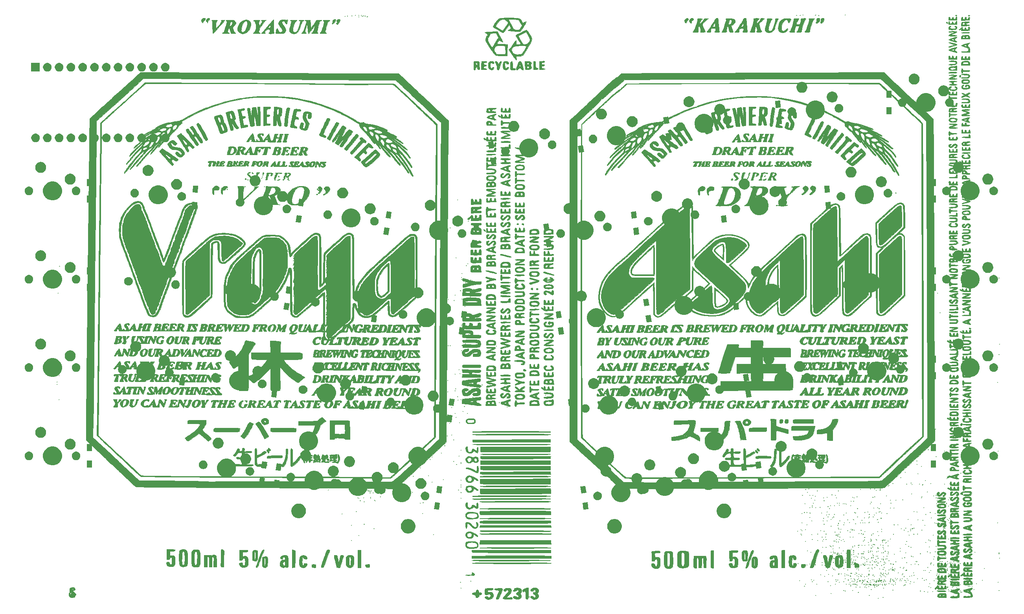
<source format=gbr>
G04 #@! TF.GenerationSoftware,KiCad,Pcbnew,(5.1.4)-1*
G04 #@! TF.CreationDate,2021-09-15T19:14:38-10:00*
G04 #@! TF.ProjectId,oya38split,6f796133-3873-4706-9c69-742e6b696361,rev?*
G04 #@! TF.SameCoordinates,Original*
G04 #@! TF.FileFunction,Soldermask,Top*
G04 #@! TF.FilePolarity,Negative*
%FSLAX46Y46*%
G04 Gerber Fmt 4.6, Leading zero omitted, Abs format (unit mm)*
G04 Created by KiCad (PCBNEW (5.1.4)-1) date 2021-09-15 19:14:38*
%MOMM*%
%LPD*%
G04 APERTURE LIST*
%ADD10C,0.010000*%
%ADD11C,0.100000*%
G04 APERTURE END LIST*
D10*
G36*
X129630207Y-72832385D02*
G01*
X129651597Y-73133380D01*
X129669939Y-73591817D01*
X129684426Y-74180587D01*
X129694251Y-74872579D01*
X129698605Y-75640684D01*
X129698750Y-75810984D01*
X129698750Y-78849060D01*
X129053719Y-79429530D01*
X128632175Y-79797508D01*
X128319649Y-80028758D01*
X128075401Y-80136134D01*
X127858689Y-80132490D01*
X127628773Y-80030679D01*
X127469708Y-79929284D01*
X127220315Y-79701683D01*
X127039776Y-79385261D01*
X126920039Y-78950354D01*
X126853048Y-78367300D01*
X126830751Y-77606439D01*
X126830680Y-77575833D01*
X126832323Y-77484269D01*
X127160017Y-77484269D01*
X127166770Y-78042003D01*
X127197880Y-78555023D01*
X127252999Y-78962149D01*
X127306320Y-79152900D01*
X127509682Y-79491127D01*
X127766489Y-79713287D01*
X128028085Y-79782433D01*
X128111005Y-79763942D01*
X128283131Y-79657403D01*
X128546743Y-79450361D01*
X128813156Y-79216250D01*
X129328333Y-78740000D01*
X129334942Y-76147083D01*
X129334911Y-75421823D01*
X129331308Y-74763333D01*
X129324591Y-74202333D01*
X129315217Y-73769543D01*
X129303643Y-73495681D01*
X129294251Y-73414293D01*
X129202272Y-73372892D01*
X129027601Y-73486711D01*
X128791552Y-73726620D01*
X128515438Y-74063487D01*
X128220573Y-74468181D01*
X127928269Y-74911570D01*
X127659841Y-75364525D01*
X127436602Y-75797912D01*
X127289354Y-76154597D01*
X127220962Y-76479386D01*
X127177965Y-76943003D01*
X127160017Y-77484269D01*
X126832323Y-77484269D01*
X126842363Y-76925027D01*
X126892697Y-76411149D01*
X127001170Y-75964995D01*
X127187266Y-75517358D01*
X127470470Y-74999035D01*
X127632509Y-74728040D01*
X127907122Y-74320097D01*
X128234484Y-73901573D01*
X128584600Y-73503040D01*
X128927473Y-73155075D01*
X129233107Y-72888250D01*
X129471504Y-72733140D01*
X129606577Y-72715942D01*
X129630207Y-72832385D01*
X129630207Y-72832385D01*
G37*
X129630207Y-72832385D02*
X129651597Y-73133380D01*
X129669939Y-73591817D01*
X129684426Y-74180587D01*
X129694251Y-74872579D01*
X129698605Y-75640684D01*
X129698750Y-75810984D01*
X129698750Y-78849060D01*
X129053719Y-79429530D01*
X128632175Y-79797508D01*
X128319649Y-80028758D01*
X128075401Y-80136134D01*
X127858689Y-80132490D01*
X127628773Y-80030679D01*
X127469708Y-79929284D01*
X127220315Y-79701683D01*
X127039776Y-79385261D01*
X126920039Y-78950354D01*
X126853048Y-78367300D01*
X126830751Y-77606439D01*
X126830680Y-77575833D01*
X126832323Y-77484269D01*
X127160017Y-77484269D01*
X127166770Y-78042003D01*
X127197880Y-78555023D01*
X127252999Y-78962149D01*
X127306320Y-79152900D01*
X127509682Y-79491127D01*
X127766489Y-79713287D01*
X128028085Y-79782433D01*
X128111005Y-79763942D01*
X128283131Y-79657403D01*
X128546743Y-79450361D01*
X128813156Y-79216250D01*
X129328333Y-78740000D01*
X129334942Y-76147083D01*
X129334911Y-75421823D01*
X129331308Y-74763333D01*
X129324591Y-74202333D01*
X129315217Y-73769543D01*
X129303643Y-73495681D01*
X129294251Y-73414293D01*
X129202272Y-73372892D01*
X129027601Y-73486711D01*
X128791552Y-73726620D01*
X128515438Y-74063487D01*
X128220573Y-74468181D01*
X127928269Y-74911570D01*
X127659841Y-75364525D01*
X127436602Y-75797912D01*
X127289354Y-76154597D01*
X127220962Y-76479386D01*
X127177965Y-76943003D01*
X127160017Y-77484269D01*
X126832323Y-77484269D01*
X126842363Y-76925027D01*
X126892697Y-76411149D01*
X127001170Y-75964995D01*
X127187266Y-75517358D01*
X127470470Y-74999035D01*
X127632509Y-74728040D01*
X127907122Y-74320097D01*
X128234484Y-73901573D01*
X128584600Y-73503040D01*
X128927473Y-73155075D01*
X129233107Y-72888250D01*
X129471504Y-72733140D01*
X129606577Y-72715942D01*
X129630207Y-72832385D01*
G36*
X99959583Y-75882500D02*
G01*
X99906666Y-75935416D01*
X99853750Y-75882500D01*
X99906666Y-75829583D01*
X99959583Y-75882500D01*
X99959583Y-75882500D01*
G37*
X99959583Y-75882500D02*
X99906666Y-75935416D01*
X99853750Y-75882500D01*
X99906666Y-75829583D01*
X99959583Y-75882500D01*
G36*
X101815455Y-69749855D02*
G01*
X101862157Y-69794657D01*
X101914469Y-69853250D01*
X101957487Y-69927689D01*
X101992119Y-70037748D01*
X102019274Y-70203200D01*
X102039859Y-70443818D01*
X102054782Y-70779376D01*
X102064951Y-71229648D01*
X102071274Y-71814407D01*
X102074659Y-72553426D01*
X102076015Y-73466480D01*
X102076250Y-74457149D01*
X102075193Y-75579795D01*
X102071599Y-76510233D01*
X102064826Y-77267914D01*
X102054236Y-77872289D01*
X102039189Y-78342808D01*
X102019046Y-78698921D01*
X101993166Y-78960079D01*
X101960911Y-79145732D01*
X101921641Y-79275332D01*
X101917500Y-79285490D01*
X101811861Y-79597242D01*
X101759872Y-79866248D01*
X101758750Y-79896371D01*
X101692240Y-80171951D01*
X101520339Y-80504916D01*
X101284491Y-80840542D01*
X101026139Y-81124103D01*
X100786727Y-81300873D01*
X100670860Y-81332916D01*
X100576462Y-81263513D01*
X100427855Y-81112434D01*
X100375463Y-81043658D01*
X100332952Y-80950562D01*
X100299185Y-80811678D01*
X100273023Y-80605538D01*
X100253327Y-80310677D01*
X100238960Y-79905625D01*
X100228783Y-79368917D01*
X100221658Y-78679085D01*
X100216447Y-77814661D01*
X100214472Y-77356649D01*
X100600167Y-77356649D01*
X100602604Y-78229655D01*
X100608163Y-79013825D01*
X100616534Y-79686541D01*
X100627402Y-80225187D01*
X100640455Y-80607146D01*
X100655379Y-80809801D01*
X100662306Y-80836195D01*
X100788773Y-80833597D01*
X100972053Y-80687665D01*
X101167730Y-80440955D01*
X101283286Y-80241208D01*
X101394350Y-79970832D01*
X101442737Y-79758699D01*
X101442790Y-79755614D01*
X101477269Y-79554172D01*
X101561662Y-79254464D01*
X101597261Y-79147781D01*
X101637093Y-78997253D01*
X101669500Y-78783584D01*
X101695090Y-78487006D01*
X101714472Y-78087749D01*
X101728256Y-77566044D01*
X101737051Y-76902122D01*
X101741465Y-76076213D01*
X101742107Y-75068547D01*
X101741174Y-74475845D01*
X101737298Y-73546529D01*
X101730045Y-72681490D01*
X101719882Y-71904035D01*
X101707277Y-71237471D01*
X101692697Y-70705106D01*
X101676609Y-70330247D01*
X101659479Y-70136202D01*
X101653788Y-70115994D01*
X101550568Y-70094093D01*
X101398542Y-70241444D01*
X101217494Y-70527050D01*
X101027208Y-70919918D01*
X100854669Y-71367868D01*
X100795096Y-71548423D01*
X100746171Y-71722945D01*
X100706776Y-71913731D01*
X100675790Y-72143075D01*
X100652095Y-72433274D01*
X100634571Y-72806622D01*
X100622099Y-73285416D01*
X100613560Y-73891949D01*
X100607834Y-74648517D01*
X100603802Y-75577417D01*
X100601167Y-76417422D01*
X100600167Y-77356649D01*
X100214472Y-77356649D01*
X100213210Y-77064309D01*
X100213015Y-75682039D01*
X100224468Y-74502165D01*
X100248022Y-73515710D01*
X100284132Y-72713702D01*
X100333249Y-72087164D01*
X100395828Y-71627121D01*
X100472321Y-71324599D01*
X100507055Y-71245423D01*
X100613954Y-70983225D01*
X100646737Y-70859373D01*
X100748489Y-70593298D01*
X100938351Y-70266501D01*
X101164780Y-69955010D01*
X101376229Y-69734849D01*
X101437279Y-69693374D01*
X101630440Y-69642782D01*
X101815455Y-69749855D01*
X101815455Y-69749855D01*
G37*
X101815455Y-69749855D02*
X101862157Y-69794657D01*
X101914469Y-69853250D01*
X101957487Y-69927689D01*
X101992119Y-70037748D01*
X102019274Y-70203200D01*
X102039859Y-70443818D01*
X102054782Y-70779376D01*
X102064951Y-71229648D01*
X102071274Y-71814407D01*
X102074659Y-72553426D01*
X102076015Y-73466480D01*
X102076250Y-74457149D01*
X102075193Y-75579795D01*
X102071599Y-76510233D01*
X102064826Y-77267914D01*
X102054236Y-77872289D01*
X102039189Y-78342808D01*
X102019046Y-78698921D01*
X101993166Y-78960079D01*
X101960911Y-79145732D01*
X101921641Y-79275332D01*
X101917500Y-79285490D01*
X101811861Y-79597242D01*
X101759872Y-79866248D01*
X101758750Y-79896371D01*
X101692240Y-80171951D01*
X101520339Y-80504916D01*
X101284491Y-80840542D01*
X101026139Y-81124103D01*
X100786727Y-81300873D01*
X100670860Y-81332916D01*
X100576462Y-81263513D01*
X100427855Y-81112434D01*
X100375463Y-81043658D01*
X100332952Y-80950562D01*
X100299185Y-80811678D01*
X100273023Y-80605538D01*
X100253327Y-80310677D01*
X100238960Y-79905625D01*
X100228783Y-79368917D01*
X100221658Y-78679085D01*
X100216447Y-77814661D01*
X100214472Y-77356649D01*
X100600167Y-77356649D01*
X100602604Y-78229655D01*
X100608163Y-79013825D01*
X100616534Y-79686541D01*
X100627402Y-80225187D01*
X100640455Y-80607146D01*
X100655379Y-80809801D01*
X100662306Y-80836195D01*
X100788773Y-80833597D01*
X100972053Y-80687665D01*
X101167730Y-80440955D01*
X101283286Y-80241208D01*
X101394350Y-79970832D01*
X101442737Y-79758699D01*
X101442790Y-79755614D01*
X101477269Y-79554172D01*
X101561662Y-79254464D01*
X101597261Y-79147781D01*
X101637093Y-78997253D01*
X101669500Y-78783584D01*
X101695090Y-78487006D01*
X101714472Y-78087749D01*
X101728256Y-77566044D01*
X101737051Y-76902122D01*
X101741465Y-76076213D01*
X101742107Y-75068547D01*
X101741174Y-74475845D01*
X101737298Y-73546529D01*
X101730045Y-72681490D01*
X101719882Y-71904035D01*
X101707277Y-71237471D01*
X101692697Y-70705106D01*
X101676609Y-70330247D01*
X101659479Y-70136202D01*
X101653788Y-70115994D01*
X101550568Y-70094093D01*
X101398542Y-70241444D01*
X101217494Y-70527050D01*
X101027208Y-70919918D01*
X100854669Y-71367868D01*
X100795096Y-71548423D01*
X100746171Y-71722945D01*
X100706776Y-71913731D01*
X100675790Y-72143075D01*
X100652095Y-72433274D01*
X100634571Y-72806622D01*
X100622099Y-73285416D01*
X100613560Y-73891949D01*
X100607834Y-74648517D01*
X100603802Y-75577417D01*
X100601167Y-76417422D01*
X100600167Y-77356649D01*
X100214472Y-77356649D01*
X100213210Y-77064309D01*
X100213015Y-75682039D01*
X100224468Y-74502165D01*
X100248022Y-73515710D01*
X100284132Y-72713702D01*
X100333249Y-72087164D01*
X100395828Y-71627121D01*
X100472321Y-71324599D01*
X100507055Y-71245423D01*
X100613954Y-70983225D01*
X100646737Y-70859373D01*
X100748489Y-70593298D01*
X100938351Y-70266501D01*
X101164780Y-69955010D01*
X101376229Y-69734849D01*
X101437279Y-69693374D01*
X101630440Y-69642782D01*
X101815455Y-69749855D01*
G36*
X213414620Y-73520465D02*
G01*
X213432470Y-73762720D01*
X213451022Y-74177433D01*
X213469033Y-74725403D01*
X213485263Y-75367428D01*
X213498469Y-76064308D01*
X213501405Y-76260311D01*
X213533571Y-78543123D01*
X212931919Y-79038436D01*
X212620188Y-79280443D01*
X212359046Y-79456877D01*
X212200412Y-79532992D01*
X212191816Y-79533750D01*
X212034677Y-79463953D01*
X211812721Y-79289950D01*
X211743934Y-79224319D01*
X211494526Y-78874518D01*
X211291482Y-78397297D01*
X211259543Y-78291334D01*
X211129499Y-77513403D01*
X211415405Y-77513403D01*
X211516272Y-78154757D01*
X211629690Y-78519312D01*
X211786894Y-78870155D01*
X211957192Y-79151444D01*
X212109892Y-79307333D01*
X212157849Y-79322083D01*
X212289733Y-79258790D01*
X212523016Y-79095210D01*
X212731301Y-78929255D01*
X213201250Y-78536426D01*
X213201250Y-73483441D01*
X212721542Y-73995054D01*
X212096425Y-74799540D01*
X211667590Y-75663664D01*
X211439197Y-76573071D01*
X211415405Y-77513403D01*
X211129499Y-77513403D01*
X211104533Y-77364061D01*
X211156421Y-76445816D01*
X211410531Y-75551862D01*
X211862186Y-74697463D01*
X212506711Y-73897883D01*
X212649481Y-73754498D01*
X213360000Y-73063430D01*
X213414620Y-73520465D01*
X213414620Y-73520465D01*
G37*
X213414620Y-73520465D02*
X213432470Y-73762720D01*
X213451022Y-74177433D01*
X213469033Y-74725403D01*
X213485263Y-75367428D01*
X213498469Y-76064308D01*
X213501405Y-76260311D01*
X213533571Y-78543123D01*
X212931919Y-79038436D01*
X212620188Y-79280443D01*
X212359046Y-79456877D01*
X212200412Y-79532992D01*
X212191816Y-79533750D01*
X212034677Y-79463953D01*
X211812721Y-79289950D01*
X211743934Y-79224319D01*
X211494526Y-78874518D01*
X211291482Y-78397297D01*
X211259543Y-78291334D01*
X211129499Y-77513403D01*
X211415405Y-77513403D01*
X211516272Y-78154757D01*
X211629690Y-78519312D01*
X211786894Y-78870155D01*
X211957192Y-79151444D01*
X212109892Y-79307333D01*
X212157849Y-79322083D01*
X212289733Y-79258790D01*
X212523016Y-79095210D01*
X212731301Y-78929255D01*
X213201250Y-78536426D01*
X213201250Y-73483441D01*
X212721542Y-73995054D01*
X212096425Y-74799540D01*
X211667590Y-75663664D01*
X211439197Y-76573071D01*
X211415405Y-77513403D01*
X211129499Y-77513403D01*
X211104533Y-77364061D01*
X211156421Y-76445816D01*
X211410531Y-75551862D01*
X211862186Y-74697463D01*
X212506711Y-73897883D01*
X212649481Y-73754498D01*
X213360000Y-73063430D01*
X213414620Y-73520465D01*
G36*
X73289583Y-70167500D02*
G01*
X73236666Y-70220416D01*
X73183750Y-70167500D01*
X73236666Y-70114583D01*
X73289583Y-70167500D01*
X73289583Y-70167500D01*
G37*
X73289583Y-70167500D02*
X73236666Y-70220416D01*
X73183750Y-70167500D01*
X73236666Y-70114583D01*
X73289583Y-70167500D01*
G36*
X75554135Y-59966701D02*
G01*
X75803125Y-60021288D01*
X75997470Y-60151535D01*
X76041250Y-60284426D01*
X76088014Y-60449584D01*
X76147083Y-60483750D01*
X76210199Y-60578342D01*
X76248060Y-60817672D01*
X76252916Y-60960000D01*
X76273937Y-61244024D01*
X76327121Y-61414397D01*
X76358750Y-61436250D01*
X76457318Y-61519845D01*
X76464909Y-61568541D01*
X76510238Y-61721371D01*
X76629877Y-62005423D01*
X76799806Y-62364474D01*
X76835326Y-62435598D01*
X77014307Y-62822384D01*
X77145700Y-63166255D01*
X77204422Y-63400445D01*
X77205416Y-63420803D01*
X77241456Y-63587973D01*
X77311250Y-63605833D01*
X77385753Y-63647698D01*
X77416973Y-63855118D01*
X77417083Y-63871730D01*
X77468006Y-64161563D01*
X77581919Y-64367872D01*
X77692095Y-64557277D01*
X77692375Y-64674423D01*
X77702464Y-64839359D01*
X77740931Y-64879756D01*
X77797056Y-65006877D01*
X77782980Y-65041896D01*
X77798583Y-65134056D01*
X77834170Y-65140416D01*
X77919139Y-65230751D01*
X77946250Y-65398754D01*
X77985272Y-65622845D01*
X78052083Y-65722500D01*
X78140990Y-65871774D01*
X78157916Y-65993329D01*
X78203440Y-66161884D01*
X78263750Y-66198750D01*
X78338059Y-66290715D01*
X78369575Y-66512299D01*
X78369583Y-66516250D01*
X78400238Y-66739177D01*
X78474099Y-66833725D01*
X78475416Y-66833750D01*
X78562580Y-66922002D01*
X78581250Y-67036839D01*
X78627553Y-67265953D01*
X78740750Y-67557270D01*
X78757906Y-67592464D01*
X78939721Y-67960673D01*
X79045222Y-68198373D01*
X79095023Y-68363224D01*
X79109737Y-68512890D01*
X79110416Y-68578563D01*
X79146466Y-68778143D01*
X79216250Y-68844583D01*
X79295200Y-68935321D01*
X79322083Y-69114781D01*
X79380965Y-69370886D01*
X79527999Y-69681272D01*
X79586666Y-69774349D01*
X79750126Y-70053800D01*
X79843120Y-70288181D01*
X79851250Y-70344571D01*
X79906121Y-70536841D01*
X79957083Y-70590833D01*
X80033332Y-70733903D01*
X80062916Y-70967495D01*
X80094137Y-71187708D01*
X80168750Y-71278750D01*
X80243059Y-71370715D01*
X80274575Y-71592299D01*
X80274583Y-71596250D01*
X80305238Y-71819177D01*
X80379099Y-71913725D01*
X80380416Y-71913750D01*
X80454725Y-72005715D01*
X80486241Y-72227299D01*
X80486250Y-72231250D01*
X80516905Y-72454177D01*
X80590766Y-72548725D01*
X80592083Y-72548750D01*
X80681397Y-72636257D01*
X80697916Y-72736868D01*
X80752815Y-72981391D01*
X80884660Y-73192682D01*
X81044171Y-73312048D01*
X81166981Y-73295546D01*
X81317709Y-73235292D01*
X81369112Y-73255223D01*
X81413598Y-73209626D01*
X81437464Y-73009712D01*
X81438750Y-72936805D01*
X81461197Y-72685012D01*
X81516706Y-72554026D01*
X81532038Y-72548750D01*
X81622778Y-72448690D01*
X81755453Y-72160091D01*
X81922960Y-71700321D01*
X82083903Y-71199375D01*
X82181543Y-70967667D01*
X82280256Y-70856990D01*
X82290391Y-70855416D01*
X82361214Y-70763429D01*
X82391242Y-70541801D01*
X82391250Y-70537916D01*
X82421905Y-70314989D01*
X82495766Y-70220441D01*
X82497083Y-70220416D01*
X82564095Y-70126694D01*
X82600643Y-69893287D01*
X82602916Y-69808406D01*
X82647260Y-69474247D01*
X82768374Y-69332903D01*
X82883542Y-69236571D01*
X82879624Y-69181700D01*
X82885695Y-69035610D01*
X82975514Y-68804717D01*
X82978749Y-68798439D01*
X83090956Y-68511578D01*
X83133703Y-68276860D01*
X83150637Y-68129343D01*
X83215144Y-68175639D01*
X83237916Y-68209583D01*
X83311268Y-68281173D01*
X83339778Y-68169902D01*
X83342129Y-68077291D01*
X83376525Y-67866042D01*
X83449583Y-67786250D01*
X83519428Y-67693188D01*
X83554462Y-67464246D01*
X83555416Y-67414397D01*
X83580719Y-67106158D01*
X83642029Y-66867474D01*
X83646138Y-66858772D01*
X83757487Y-66638346D01*
X83903082Y-66355847D01*
X83910721Y-66341170D01*
X84030618Y-66049413D01*
X84084370Y-65796965D01*
X84084583Y-65785545D01*
X84127083Y-65608143D01*
X84190416Y-65563750D01*
X84269974Y-65473179D01*
X84296250Y-65299166D01*
X84325964Y-65100178D01*
X84382951Y-65034583D01*
X84457150Y-64941717D01*
X84553409Y-64703684D01*
X84613750Y-64505416D01*
X84710253Y-64206900D01*
X84801508Y-64015009D01*
X84844548Y-63976250D01*
X84910443Y-63885802D01*
X84931250Y-63719226D01*
X84994613Y-63450755D01*
X85090000Y-63303452D01*
X85213870Y-63077152D01*
X85248750Y-62872559D01*
X85284059Y-62670077D01*
X85354583Y-62600416D01*
X85420856Y-62506526D01*
X85457717Y-62271977D01*
X85460416Y-62177083D01*
X85483889Y-61911990D01*
X85542526Y-61764544D01*
X85566250Y-61753750D01*
X85647293Y-61663601D01*
X85672083Y-61502416D01*
X85752076Y-61266496D01*
X85972427Y-60950703D01*
X86141091Y-60761583D01*
X86417936Y-60489224D01*
X86631251Y-60341800D01*
X86853408Y-60281971D01*
X87089868Y-60272083D01*
X87473881Y-60315318D01*
X87673167Y-60455142D01*
X87696927Y-60706733D01*
X87567173Y-61059256D01*
X87442191Y-61344559D01*
X87371399Y-61561143D01*
X87365416Y-61605078D01*
X87298655Y-61752543D01*
X87266085Y-61771388D01*
X87176988Y-61891485D01*
X87128309Y-62071250D01*
X87051004Y-62350272D01*
X86916775Y-62661903D01*
X86910140Y-62674535D01*
X86789103Y-62942274D01*
X86731248Y-63148183D01*
X86730416Y-63164285D01*
X86655719Y-63361076D01*
X86594643Y-63428013D01*
X86492594Y-63605963D01*
X86433363Y-63880466D01*
X86432534Y-63890764D01*
X86386801Y-64139278D01*
X86310965Y-64272784D01*
X86303724Y-64276111D01*
X86229689Y-64395458D01*
X86201250Y-64613823D01*
X86167711Y-64854928D01*
X86095416Y-64981666D01*
X86005980Y-65131192D01*
X85989583Y-65248905D01*
X85971763Y-65399029D01*
X85909021Y-65611326D01*
X85787432Y-65923655D01*
X85593069Y-66373879D01*
X85494265Y-66595625D01*
X85386985Y-66863485D01*
X85336413Y-67047287D01*
X85336496Y-67074819D01*
X85271947Y-67178167D01*
X85196814Y-67218434D01*
X85063555Y-67362753D01*
X85037083Y-67486645D01*
X85005859Y-67713668D01*
X84927130Y-68017636D01*
X84823313Y-68332496D01*
X84716824Y-68592198D01*
X84630080Y-68730687D01*
X84612151Y-68738750D01*
X84558539Y-68832237D01*
X84530346Y-69063784D01*
X84529083Y-69132097D01*
X84500865Y-69397535D01*
X84431154Y-69553097D01*
X84412666Y-69564249D01*
X84335747Y-69685056D01*
X84297266Y-69931919D01*
X84296250Y-69982291D01*
X84278615Y-70208814D01*
X84234906Y-70294131D01*
X84221631Y-70286909D01*
X84149298Y-70333421D01*
X84044458Y-70533350D01*
X83973377Y-70719062D01*
X83760710Y-71305401D01*
X83591200Y-71698226D01*
X83467166Y-71892472D01*
X83426380Y-71913750D01*
X83374624Y-72007692D01*
X83345849Y-72242358D01*
X83343750Y-72337083D01*
X83320277Y-72602175D01*
X83261640Y-72749621D01*
X83237916Y-72760416D01*
X83152121Y-72849119D01*
X83132083Y-72973519D01*
X83085283Y-73250900D01*
X83039170Y-73370394D01*
X82850419Y-73774623D01*
X82700862Y-74152240D01*
X82614682Y-74439078D01*
X82602916Y-74527896D01*
X82570712Y-74641722D01*
X82533962Y-74631740D01*
X82444733Y-74654776D01*
X82335505Y-74817837D01*
X82237753Y-75055636D01*
X82182949Y-75302886D01*
X82179583Y-75366866D01*
X82141380Y-75649427D01*
X82087936Y-75804561D01*
X81916624Y-76210158D01*
X81770111Y-76665035D01*
X81676695Y-77074731D01*
X81658514Y-77238120D01*
X81606304Y-77367106D01*
X81544583Y-77364166D01*
X81469629Y-77405522D01*
X81438801Y-77611428D01*
X81438750Y-77622504D01*
X81408640Y-77848116D01*
X81335896Y-77946122D01*
X81332916Y-77946250D01*
X81240654Y-78032644D01*
X81227083Y-78115120D01*
X81168638Y-78316419D01*
X81028043Y-78563989D01*
X81027387Y-78564912D01*
X80878873Y-78862375D01*
X80778281Y-79220627D01*
X80771250Y-79266351D01*
X80709568Y-79541128D01*
X80625397Y-79707967D01*
X80600529Y-79724962D01*
X80518574Y-79846371D01*
X80486250Y-80071736D01*
X80454789Y-80290821D01*
X80380416Y-80380416D01*
X80310930Y-80473563D01*
X80275675Y-80703077D01*
X80274583Y-80757079D01*
X80249514Y-80997889D01*
X80183196Y-81074482D01*
X80168750Y-81068333D01*
X80096734Y-81113045D01*
X80063697Y-81328654D01*
X80062916Y-81379587D01*
X80036744Y-81626891D01*
X79972256Y-81752362D01*
X79957083Y-81756250D01*
X79863190Y-81841970D01*
X79851250Y-81915000D01*
X79794103Y-82055839D01*
X79745416Y-82073750D01*
X79653582Y-82133218D01*
X79653741Y-82153125D01*
X79641351Y-82301741D01*
X79592193Y-82557478D01*
X79585888Y-82584994D01*
X79512934Y-82805750D01*
X79438533Y-82827111D01*
X79414600Y-82796661D01*
X79356662Y-82788029D01*
X79326887Y-82976843D01*
X79323703Y-83105625D01*
X79299124Y-83410291D01*
X79219927Y-83542679D01*
X79163333Y-83555416D01*
X79022493Y-83612563D01*
X79004583Y-83661250D01*
X78913170Y-83737697D01*
X78709901Y-83767083D01*
X78437757Y-83694537D01*
X78233651Y-83459712D01*
X78105728Y-83178380D01*
X78052085Y-82931695D01*
X78052083Y-82930545D01*
X78009583Y-82753143D01*
X77946250Y-82708750D01*
X77871940Y-82616784D01*
X77840424Y-82395200D01*
X77840416Y-82391250D01*
X77817387Y-82167930D01*
X77761914Y-82072952D01*
X77761041Y-82072924D01*
X77659286Y-81982913D01*
X77543553Y-81768942D01*
X77450679Y-81512524D01*
X77417083Y-81311817D01*
X77368413Y-81151644D01*
X77311250Y-81121250D01*
X77224409Y-81032889D01*
X77205416Y-80915829D01*
X77156819Y-80713227D01*
X77099583Y-80645000D01*
X77006254Y-80493766D01*
X76993097Y-80400629D01*
X76945287Y-80182437D01*
X76834347Y-79918527D01*
X76719805Y-79620005D01*
X76676250Y-79362902D01*
X76638446Y-79169872D01*
X76570416Y-79110416D01*
X76504143Y-79016526D01*
X76467282Y-78781977D01*
X76464583Y-78687083D01*
X76443841Y-78421954D01*
X76406840Y-78316666D01*
X81015416Y-78316666D01*
X81068333Y-78369583D01*
X81121250Y-78316666D01*
X81068333Y-78263750D01*
X81015416Y-78316666D01*
X76406840Y-78316666D01*
X76392029Y-78274522D01*
X76371093Y-78263750D01*
X76270124Y-78175901D01*
X76200122Y-78025625D01*
X76132161Y-77819346D01*
X76103201Y-77734583D01*
X76057378Y-77603514D01*
X76002457Y-77443541D01*
X75903237Y-77259342D01*
X75822451Y-77205416D01*
X75747596Y-77114996D01*
X75723750Y-76947079D01*
X75684727Y-76722988D01*
X75617916Y-76623333D01*
X75541054Y-76479957D01*
X75512083Y-76252916D01*
X75478817Y-76010844D01*
X75406250Y-75882500D01*
X75330320Y-75739589D01*
X75300416Y-75502515D01*
X75250255Y-75247870D01*
X75141666Y-75127022D01*
X75023494Y-74984636D01*
X74982916Y-74766172D01*
X74949108Y-74526012D01*
X74877083Y-74400833D01*
X74795891Y-74255310D01*
X74771250Y-74070841D01*
X74743602Y-73892016D01*
X74687386Y-73858088D01*
X74615602Y-73812595D01*
X74586255Y-73680693D01*
X74527673Y-73481906D01*
X74458452Y-73414623D01*
X74373815Y-73293359D01*
X74347916Y-73118290D01*
X74289387Y-72833872D01*
X74176994Y-72597943D01*
X74079857Y-72415521D01*
X74082525Y-72337139D01*
X74084120Y-72337083D01*
X74093979Y-72272269D01*
X74035016Y-72183875D01*
X73929780Y-71974274D01*
X73854179Y-71683845D01*
X73853761Y-71681167D01*
X73790859Y-71433333D01*
X73710467Y-71299847D01*
X73703370Y-71296388D01*
X73634345Y-71177099D01*
X73607083Y-70952430D01*
X73575622Y-70733345D01*
X73501250Y-70643750D01*
X73426940Y-70551784D01*
X73395424Y-70330200D01*
X73395416Y-70326250D01*
X73370417Y-70103243D01*
X73310193Y-70008771D01*
X73309184Y-70008750D01*
X73206855Y-69919383D01*
X73078594Y-69699935D01*
X72958210Y-69423387D01*
X72879513Y-69162718D01*
X72866250Y-69052659D01*
X72821245Y-68882642D01*
X72760416Y-68844583D01*
X72690930Y-68751436D01*
X72655675Y-68521922D01*
X72654583Y-68467920D01*
X72629514Y-68227110D01*
X72563196Y-68150517D01*
X72548750Y-68156666D01*
X72476276Y-68112481D01*
X72443532Y-67898354D01*
X72442916Y-67854232D01*
X72408956Y-67596607D01*
X72325793Y-67449461D01*
X72311734Y-67442661D01*
X72258073Y-67324480D01*
X72217048Y-67039727D01*
X72188673Y-66633116D01*
X72172963Y-66149360D01*
X72169932Y-65633171D01*
X72179595Y-65129265D01*
X72201969Y-64682353D01*
X72237066Y-64337148D01*
X72284903Y-64138365D01*
X72310625Y-64108585D01*
X72398371Y-63981491D01*
X72441547Y-63718446D01*
X72442916Y-63656449D01*
X72506676Y-63295408D01*
X72548895Y-63182645D01*
X72601666Y-63235416D01*
X72654583Y-63182500D01*
X72601666Y-63129583D01*
X72549068Y-63182182D01*
X72673863Y-62848864D01*
X72908340Y-62390448D01*
X73173969Y-61993794D01*
X73356808Y-61794353D01*
X73530988Y-61618654D01*
X73606964Y-61502757D01*
X73607083Y-61500490D01*
X73671876Y-61391904D01*
X73833986Y-61186446D01*
X74045006Y-60940764D01*
X74256530Y-60711503D01*
X74400833Y-60571621D01*
X74786846Y-60248529D01*
X75073369Y-60053499D01*
X75311949Y-59966299D01*
X75554135Y-59966701D01*
X75554135Y-59966701D01*
G37*
X75554135Y-59966701D02*
X75803125Y-60021288D01*
X75997470Y-60151535D01*
X76041250Y-60284426D01*
X76088014Y-60449584D01*
X76147083Y-60483750D01*
X76210199Y-60578342D01*
X76248060Y-60817672D01*
X76252916Y-60960000D01*
X76273937Y-61244024D01*
X76327121Y-61414397D01*
X76358750Y-61436250D01*
X76457318Y-61519845D01*
X76464909Y-61568541D01*
X76510238Y-61721371D01*
X76629877Y-62005423D01*
X76799806Y-62364474D01*
X76835326Y-62435598D01*
X77014307Y-62822384D01*
X77145700Y-63166255D01*
X77204422Y-63400445D01*
X77205416Y-63420803D01*
X77241456Y-63587973D01*
X77311250Y-63605833D01*
X77385753Y-63647698D01*
X77416973Y-63855118D01*
X77417083Y-63871730D01*
X77468006Y-64161563D01*
X77581919Y-64367872D01*
X77692095Y-64557277D01*
X77692375Y-64674423D01*
X77702464Y-64839359D01*
X77740931Y-64879756D01*
X77797056Y-65006877D01*
X77782980Y-65041896D01*
X77798583Y-65134056D01*
X77834170Y-65140416D01*
X77919139Y-65230751D01*
X77946250Y-65398754D01*
X77985272Y-65622845D01*
X78052083Y-65722500D01*
X78140990Y-65871774D01*
X78157916Y-65993329D01*
X78203440Y-66161884D01*
X78263750Y-66198750D01*
X78338059Y-66290715D01*
X78369575Y-66512299D01*
X78369583Y-66516250D01*
X78400238Y-66739177D01*
X78474099Y-66833725D01*
X78475416Y-66833750D01*
X78562580Y-66922002D01*
X78581250Y-67036839D01*
X78627553Y-67265953D01*
X78740750Y-67557270D01*
X78757906Y-67592464D01*
X78939721Y-67960673D01*
X79045222Y-68198373D01*
X79095023Y-68363224D01*
X79109737Y-68512890D01*
X79110416Y-68578563D01*
X79146466Y-68778143D01*
X79216250Y-68844583D01*
X79295200Y-68935321D01*
X79322083Y-69114781D01*
X79380965Y-69370886D01*
X79527999Y-69681272D01*
X79586666Y-69774349D01*
X79750126Y-70053800D01*
X79843120Y-70288181D01*
X79851250Y-70344571D01*
X79906121Y-70536841D01*
X79957083Y-70590833D01*
X80033332Y-70733903D01*
X80062916Y-70967495D01*
X80094137Y-71187708D01*
X80168750Y-71278750D01*
X80243059Y-71370715D01*
X80274575Y-71592299D01*
X80274583Y-71596250D01*
X80305238Y-71819177D01*
X80379099Y-71913725D01*
X80380416Y-71913750D01*
X80454725Y-72005715D01*
X80486241Y-72227299D01*
X80486250Y-72231250D01*
X80516905Y-72454177D01*
X80590766Y-72548725D01*
X80592083Y-72548750D01*
X80681397Y-72636257D01*
X80697916Y-72736868D01*
X80752815Y-72981391D01*
X80884660Y-73192682D01*
X81044171Y-73312048D01*
X81166981Y-73295546D01*
X81317709Y-73235292D01*
X81369112Y-73255223D01*
X81413598Y-73209626D01*
X81437464Y-73009712D01*
X81438750Y-72936805D01*
X81461197Y-72685012D01*
X81516706Y-72554026D01*
X81532038Y-72548750D01*
X81622778Y-72448690D01*
X81755453Y-72160091D01*
X81922960Y-71700321D01*
X82083903Y-71199375D01*
X82181543Y-70967667D01*
X82280256Y-70856990D01*
X82290391Y-70855416D01*
X82361214Y-70763429D01*
X82391242Y-70541801D01*
X82391250Y-70537916D01*
X82421905Y-70314989D01*
X82495766Y-70220441D01*
X82497083Y-70220416D01*
X82564095Y-70126694D01*
X82600643Y-69893287D01*
X82602916Y-69808406D01*
X82647260Y-69474247D01*
X82768374Y-69332903D01*
X82883542Y-69236571D01*
X82879624Y-69181700D01*
X82885695Y-69035610D01*
X82975514Y-68804717D01*
X82978749Y-68798439D01*
X83090956Y-68511578D01*
X83133703Y-68276860D01*
X83150637Y-68129343D01*
X83215144Y-68175639D01*
X83237916Y-68209583D01*
X83311268Y-68281173D01*
X83339778Y-68169902D01*
X83342129Y-68077291D01*
X83376525Y-67866042D01*
X83449583Y-67786250D01*
X83519428Y-67693188D01*
X83554462Y-67464246D01*
X83555416Y-67414397D01*
X83580719Y-67106158D01*
X83642029Y-66867474D01*
X83646138Y-66858772D01*
X83757487Y-66638346D01*
X83903082Y-66355847D01*
X83910721Y-66341170D01*
X84030618Y-66049413D01*
X84084370Y-65796965D01*
X84084583Y-65785545D01*
X84127083Y-65608143D01*
X84190416Y-65563750D01*
X84269974Y-65473179D01*
X84296250Y-65299166D01*
X84325964Y-65100178D01*
X84382951Y-65034583D01*
X84457150Y-64941717D01*
X84553409Y-64703684D01*
X84613750Y-64505416D01*
X84710253Y-64206900D01*
X84801508Y-64015009D01*
X84844548Y-63976250D01*
X84910443Y-63885802D01*
X84931250Y-63719226D01*
X84994613Y-63450755D01*
X85090000Y-63303452D01*
X85213870Y-63077152D01*
X85248750Y-62872559D01*
X85284059Y-62670077D01*
X85354583Y-62600416D01*
X85420856Y-62506526D01*
X85457717Y-62271977D01*
X85460416Y-62177083D01*
X85483889Y-61911990D01*
X85542526Y-61764544D01*
X85566250Y-61753750D01*
X85647293Y-61663601D01*
X85672083Y-61502416D01*
X85752076Y-61266496D01*
X85972427Y-60950703D01*
X86141091Y-60761583D01*
X86417936Y-60489224D01*
X86631251Y-60341800D01*
X86853408Y-60281971D01*
X87089868Y-60272083D01*
X87473881Y-60315318D01*
X87673167Y-60455142D01*
X87696927Y-60706733D01*
X87567173Y-61059256D01*
X87442191Y-61344559D01*
X87371399Y-61561143D01*
X87365416Y-61605078D01*
X87298655Y-61752543D01*
X87266085Y-61771388D01*
X87176988Y-61891485D01*
X87128309Y-62071250D01*
X87051004Y-62350272D01*
X86916775Y-62661903D01*
X86910140Y-62674535D01*
X86789103Y-62942274D01*
X86731248Y-63148183D01*
X86730416Y-63164285D01*
X86655719Y-63361076D01*
X86594643Y-63428013D01*
X86492594Y-63605963D01*
X86433363Y-63880466D01*
X86432534Y-63890764D01*
X86386801Y-64139278D01*
X86310965Y-64272784D01*
X86303724Y-64276111D01*
X86229689Y-64395458D01*
X86201250Y-64613823D01*
X86167711Y-64854928D01*
X86095416Y-64981666D01*
X86005980Y-65131192D01*
X85989583Y-65248905D01*
X85971763Y-65399029D01*
X85909021Y-65611326D01*
X85787432Y-65923655D01*
X85593069Y-66373879D01*
X85494265Y-66595625D01*
X85386985Y-66863485D01*
X85336413Y-67047287D01*
X85336496Y-67074819D01*
X85271947Y-67178167D01*
X85196814Y-67218434D01*
X85063555Y-67362753D01*
X85037083Y-67486645D01*
X85005859Y-67713668D01*
X84927130Y-68017636D01*
X84823313Y-68332496D01*
X84716824Y-68592198D01*
X84630080Y-68730687D01*
X84612151Y-68738750D01*
X84558539Y-68832237D01*
X84530346Y-69063784D01*
X84529083Y-69132097D01*
X84500865Y-69397535D01*
X84431154Y-69553097D01*
X84412666Y-69564249D01*
X84335747Y-69685056D01*
X84297266Y-69931919D01*
X84296250Y-69982291D01*
X84278615Y-70208814D01*
X84234906Y-70294131D01*
X84221631Y-70286909D01*
X84149298Y-70333421D01*
X84044458Y-70533350D01*
X83973377Y-70719062D01*
X83760710Y-71305401D01*
X83591200Y-71698226D01*
X83467166Y-71892472D01*
X83426380Y-71913750D01*
X83374624Y-72007692D01*
X83345849Y-72242358D01*
X83343750Y-72337083D01*
X83320277Y-72602175D01*
X83261640Y-72749621D01*
X83237916Y-72760416D01*
X83152121Y-72849119D01*
X83132083Y-72973519D01*
X83085283Y-73250900D01*
X83039170Y-73370394D01*
X82850419Y-73774623D01*
X82700862Y-74152240D01*
X82614682Y-74439078D01*
X82602916Y-74527896D01*
X82570712Y-74641722D01*
X82533962Y-74631740D01*
X82444733Y-74654776D01*
X82335505Y-74817837D01*
X82237753Y-75055636D01*
X82182949Y-75302886D01*
X82179583Y-75366866D01*
X82141380Y-75649427D01*
X82087936Y-75804561D01*
X81916624Y-76210158D01*
X81770111Y-76665035D01*
X81676695Y-77074731D01*
X81658514Y-77238120D01*
X81606304Y-77367106D01*
X81544583Y-77364166D01*
X81469629Y-77405522D01*
X81438801Y-77611428D01*
X81438750Y-77622504D01*
X81408640Y-77848116D01*
X81335896Y-77946122D01*
X81332916Y-77946250D01*
X81240654Y-78032644D01*
X81227083Y-78115120D01*
X81168638Y-78316419D01*
X81028043Y-78563989D01*
X81027387Y-78564912D01*
X80878873Y-78862375D01*
X80778281Y-79220627D01*
X80771250Y-79266351D01*
X80709568Y-79541128D01*
X80625397Y-79707967D01*
X80600529Y-79724962D01*
X80518574Y-79846371D01*
X80486250Y-80071736D01*
X80454789Y-80290821D01*
X80380416Y-80380416D01*
X80310930Y-80473563D01*
X80275675Y-80703077D01*
X80274583Y-80757079D01*
X80249514Y-80997889D01*
X80183196Y-81074482D01*
X80168750Y-81068333D01*
X80096734Y-81113045D01*
X80063697Y-81328654D01*
X80062916Y-81379587D01*
X80036744Y-81626891D01*
X79972256Y-81752362D01*
X79957083Y-81756250D01*
X79863190Y-81841970D01*
X79851250Y-81915000D01*
X79794103Y-82055839D01*
X79745416Y-82073750D01*
X79653582Y-82133218D01*
X79653741Y-82153125D01*
X79641351Y-82301741D01*
X79592193Y-82557478D01*
X79585888Y-82584994D01*
X79512934Y-82805750D01*
X79438533Y-82827111D01*
X79414600Y-82796661D01*
X79356662Y-82788029D01*
X79326887Y-82976843D01*
X79323703Y-83105625D01*
X79299124Y-83410291D01*
X79219927Y-83542679D01*
X79163333Y-83555416D01*
X79022493Y-83612563D01*
X79004583Y-83661250D01*
X78913170Y-83737697D01*
X78709901Y-83767083D01*
X78437757Y-83694537D01*
X78233651Y-83459712D01*
X78105728Y-83178380D01*
X78052085Y-82931695D01*
X78052083Y-82930545D01*
X78009583Y-82753143D01*
X77946250Y-82708750D01*
X77871940Y-82616784D01*
X77840424Y-82395200D01*
X77840416Y-82391250D01*
X77817387Y-82167930D01*
X77761914Y-82072952D01*
X77761041Y-82072924D01*
X77659286Y-81982913D01*
X77543553Y-81768942D01*
X77450679Y-81512524D01*
X77417083Y-81311817D01*
X77368413Y-81151644D01*
X77311250Y-81121250D01*
X77224409Y-81032889D01*
X77205416Y-80915829D01*
X77156819Y-80713227D01*
X77099583Y-80645000D01*
X77006254Y-80493766D01*
X76993097Y-80400629D01*
X76945287Y-80182437D01*
X76834347Y-79918527D01*
X76719805Y-79620005D01*
X76676250Y-79362902D01*
X76638446Y-79169872D01*
X76570416Y-79110416D01*
X76504143Y-79016526D01*
X76467282Y-78781977D01*
X76464583Y-78687083D01*
X76443841Y-78421954D01*
X76406840Y-78316666D01*
X81015416Y-78316666D01*
X81068333Y-78369583D01*
X81121250Y-78316666D01*
X81068333Y-78263750D01*
X81015416Y-78316666D01*
X76406840Y-78316666D01*
X76392029Y-78274522D01*
X76371093Y-78263750D01*
X76270124Y-78175901D01*
X76200122Y-78025625D01*
X76132161Y-77819346D01*
X76103201Y-77734583D01*
X76057378Y-77603514D01*
X76002457Y-77443541D01*
X75903237Y-77259342D01*
X75822451Y-77205416D01*
X75747596Y-77114996D01*
X75723750Y-76947079D01*
X75684727Y-76722988D01*
X75617916Y-76623333D01*
X75541054Y-76479957D01*
X75512083Y-76252916D01*
X75478817Y-76010844D01*
X75406250Y-75882500D01*
X75330320Y-75739589D01*
X75300416Y-75502515D01*
X75250255Y-75247870D01*
X75141666Y-75127022D01*
X75023494Y-74984636D01*
X74982916Y-74766172D01*
X74949108Y-74526012D01*
X74877083Y-74400833D01*
X74795891Y-74255310D01*
X74771250Y-74070841D01*
X74743602Y-73892016D01*
X74687386Y-73858088D01*
X74615602Y-73812595D01*
X74586255Y-73680693D01*
X74527673Y-73481906D01*
X74458452Y-73414623D01*
X74373815Y-73293359D01*
X74347916Y-73118290D01*
X74289387Y-72833872D01*
X74176994Y-72597943D01*
X74079857Y-72415521D01*
X74082525Y-72337139D01*
X74084120Y-72337083D01*
X74093979Y-72272269D01*
X74035016Y-72183875D01*
X73929780Y-71974274D01*
X73854179Y-71683845D01*
X73853761Y-71681167D01*
X73790859Y-71433333D01*
X73710467Y-71299847D01*
X73703370Y-71296388D01*
X73634345Y-71177099D01*
X73607083Y-70952430D01*
X73575622Y-70733345D01*
X73501250Y-70643750D01*
X73426940Y-70551784D01*
X73395424Y-70330200D01*
X73395416Y-70326250D01*
X73370417Y-70103243D01*
X73310193Y-70008771D01*
X73309184Y-70008750D01*
X73206855Y-69919383D01*
X73078594Y-69699935D01*
X72958210Y-69423387D01*
X72879513Y-69162718D01*
X72866250Y-69052659D01*
X72821245Y-68882642D01*
X72760416Y-68844583D01*
X72690930Y-68751436D01*
X72655675Y-68521922D01*
X72654583Y-68467920D01*
X72629514Y-68227110D01*
X72563196Y-68150517D01*
X72548750Y-68156666D01*
X72476276Y-68112481D01*
X72443532Y-67898354D01*
X72442916Y-67854232D01*
X72408956Y-67596607D01*
X72325793Y-67449461D01*
X72311734Y-67442661D01*
X72258073Y-67324480D01*
X72217048Y-67039727D01*
X72188673Y-66633116D01*
X72172963Y-66149360D01*
X72169932Y-65633171D01*
X72179595Y-65129265D01*
X72201969Y-64682353D01*
X72237066Y-64337148D01*
X72284903Y-64138365D01*
X72310625Y-64108585D01*
X72398371Y-63981491D01*
X72441547Y-63718446D01*
X72442916Y-63656449D01*
X72506676Y-63295408D01*
X72548895Y-63182645D01*
X72601666Y-63235416D01*
X72654583Y-63182500D01*
X72601666Y-63129583D01*
X72549068Y-63182182D01*
X72673863Y-62848864D01*
X72908340Y-62390448D01*
X73173969Y-61993794D01*
X73356808Y-61794353D01*
X73530988Y-61618654D01*
X73606964Y-61502757D01*
X73607083Y-61500490D01*
X73671876Y-61391904D01*
X73833986Y-61186446D01*
X74045006Y-60940764D01*
X74256530Y-60711503D01*
X74400833Y-60571621D01*
X74786846Y-60248529D01*
X75073369Y-60053499D01*
X75311949Y-59966299D01*
X75554135Y-59966701D01*
G36*
X94649723Y-66825348D02*
G01*
X95029440Y-66861612D01*
X95277916Y-66926599D01*
X95290730Y-66933061D01*
X95569429Y-67024357D01*
X95758755Y-67045416D01*
X96067839Y-67102149D01*
X96464088Y-67247489D01*
X96864513Y-67444150D01*
X97186123Y-67654846D01*
X97259272Y-67719571D01*
X97518422Y-67953129D01*
X97770931Y-68155327D01*
X97966025Y-68338165D01*
X98054156Y-68496171D01*
X98054583Y-68504096D01*
X97986547Y-68656288D01*
X97825931Y-68865031D01*
X97637971Y-69057019D01*
X97487907Y-69158947D01*
X97469013Y-69162083D01*
X97365231Y-69232311D01*
X97167343Y-69413312D01*
X96996250Y-69585416D01*
X96760953Y-69818300D01*
X96583477Y-69972060D01*
X96520000Y-70008750D01*
X96414227Y-70079038D01*
X96214937Y-70260181D01*
X96043750Y-70432083D01*
X95808453Y-70664967D01*
X95630977Y-70818727D01*
X95567500Y-70855416D01*
X95461727Y-70925705D01*
X95262437Y-71106848D01*
X95091250Y-71278750D01*
X94855534Y-71511690D01*
X94677120Y-71665450D01*
X94612842Y-71702083D01*
X94503152Y-71772706D01*
X94311811Y-71950373D01*
X94225473Y-72040040D01*
X94003236Y-72248727D01*
X93845482Y-72307697D01*
X93733220Y-72266742D01*
X93669978Y-72202833D01*
X93622432Y-72082586D01*
X93587730Y-71877036D01*
X93563020Y-71557214D01*
X93545451Y-71094153D01*
X93532172Y-70458887D01*
X93527866Y-70180645D01*
X93516275Y-69483564D01*
X93502292Y-68965868D01*
X93482205Y-68595282D01*
X93452305Y-68339527D01*
X93408881Y-68166327D01*
X93348223Y-68043405D01*
X93270655Y-67943111D01*
X93113856Y-67795542D01*
X92925332Y-67715935D01*
X92637090Y-67684459D01*
X92369886Y-67680416D01*
X91989507Y-67689745D01*
X91740868Y-67736763D01*
X91544239Y-67850016D01*
X91322520Y-68055424D01*
X90947512Y-68430432D01*
X90937266Y-79675688D01*
X90690735Y-79922219D01*
X90489526Y-80092576D01*
X90338849Y-80168496D01*
X90333560Y-80168750D01*
X90238357Y-80255539D01*
X90222916Y-80345138D01*
X90195645Y-80466649D01*
X90164207Y-80462818D01*
X90065147Y-80500033D01*
X89864973Y-80655235D01*
X89635041Y-80867907D01*
X89392482Y-81099210D01*
X89222611Y-81246258D01*
X89164583Y-81277434D01*
X89095397Y-81321674D01*
X88910058Y-81485644D01*
X88641893Y-81739214D01*
X88490822Y-81886581D01*
X88139243Y-82224467D01*
X87799484Y-82536954D01*
X87531283Y-82769477D01*
X87474873Y-82814583D01*
X87172237Y-83063492D01*
X86846281Y-83352557D01*
X86770875Y-83423125D01*
X86460864Y-83650854D01*
X86159845Y-83760851D01*
X85920879Y-83739855D01*
X85829138Y-83658507D01*
X85819765Y-83541424D01*
X85810566Y-83236613D01*
X85801668Y-82768013D01*
X85793196Y-82159563D01*
X85785276Y-81435201D01*
X85778034Y-80618868D01*
X85771596Y-79734501D01*
X85766088Y-78806040D01*
X85761634Y-77857423D01*
X85758362Y-76912589D01*
X85756396Y-75995478D01*
X85755864Y-75130028D01*
X85756889Y-74340178D01*
X85759599Y-73649866D01*
X85764119Y-73083033D01*
X85770575Y-72663616D01*
X85771214Y-72635684D01*
X85780193Y-72494303D01*
X85818582Y-72374450D01*
X85915174Y-72241107D01*
X86098763Y-72059257D01*
X86398143Y-71793882D01*
X86624459Y-71598023D01*
X86998757Y-71269760D01*
X87390638Y-70918415D01*
X87630601Y-70698440D01*
X87963796Y-70393088D01*
X88358916Y-70037656D01*
X88652436Y-69777736D01*
X89016339Y-69456835D01*
X89387555Y-69126752D01*
X89635056Y-68904611D01*
X89884433Y-68692527D01*
X90073904Y-68555564D01*
X90137764Y-68527083D01*
X90211120Y-68439989D01*
X90222916Y-68350694D01*
X90254973Y-68234626D01*
X90292798Y-68244187D01*
X90396749Y-68223897D01*
X90510466Y-68103076D01*
X90663426Y-67939767D01*
X90762895Y-67892083D01*
X90901874Y-67823383D01*
X91103770Y-67655311D01*
X91131041Y-67628580D01*
X91389648Y-67425840D01*
X91649124Y-67301236D01*
X91655397Y-67299606D01*
X91851681Y-67220536D01*
X91916250Y-67147280D01*
X92014884Y-67058640D01*
X92282221Y-66979684D01*
X92675412Y-66913130D01*
X93151607Y-66861700D01*
X93667956Y-66828112D01*
X94181611Y-66815089D01*
X94649723Y-66825348D01*
X94649723Y-66825348D01*
G37*
X94649723Y-66825348D02*
X95029440Y-66861612D01*
X95277916Y-66926599D01*
X95290730Y-66933061D01*
X95569429Y-67024357D01*
X95758755Y-67045416D01*
X96067839Y-67102149D01*
X96464088Y-67247489D01*
X96864513Y-67444150D01*
X97186123Y-67654846D01*
X97259272Y-67719571D01*
X97518422Y-67953129D01*
X97770931Y-68155327D01*
X97966025Y-68338165D01*
X98054156Y-68496171D01*
X98054583Y-68504096D01*
X97986547Y-68656288D01*
X97825931Y-68865031D01*
X97637971Y-69057019D01*
X97487907Y-69158947D01*
X97469013Y-69162083D01*
X97365231Y-69232311D01*
X97167343Y-69413312D01*
X96996250Y-69585416D01*
X96760953Y-69818300D01*
X96583477Y-69972060D01*
X96520000Y-70008750D01*
X96414227Y-70079038D01*
X96214937Y-70260181D01*
X96043750Y-70432083D01*
X95808453Y-70664967D01*
X95630977Y-70818727D01*
X95567500Y-70855416D01*
X95461727Y-70925705D01*
X95262437Y-71106848D01*
X95091250Y-71278750D01*
X94855534Y-71511690D01*
X94677120Y-71665450D01*
X94612842Y-71702083D01*
X94503152Y-71772706D01*
X94311811Y-71950373D01*
X94225473Y-72040040D01*
X94003236Y-72248727D01*
X93845482Y-72307697D01*
X93733220Y-72266742D01*
X93669978Y-72202833D01*
X93622432Y-72082586D01*
X93587730Y-71877036D01*
X93563020Y-71557214D01*
X93545451Y-71094153D01*
X93532172Y-70458887D01*
X93527866Y-70180645D01*
X93516275Y-69483564D01*
X93502292Y-68965868D01*
X93482205Y-68595282D01*
X93452305Y-68339527D01*
X93408881Y-68166327D01*
X93348223Y-68043405D01*
X93270655Y-67943111D01*
X93113856Y-67795542D01*
X92925332Y-67715935D01*
X92637090Y-67684459D01*
X92369886Y-67680416D01*
X91989507Y-67689745D01*
X91740868Y-67736763D01*
X91544239Y-67850016D01*
X91322520Y-68055424D01*
X90947512Y-68430432D01*
X90937266Y-79675688D01*
X90690735Y-79922219D01*
X90489526Y-80092576D01*
X90338849Y-80168496D01*
X90333560Y-80168750D01*
X90238357Y-80255539D01*
X90222916Y-80345138D01*
X90195645Y-80466649D01*
X90164207Y-80462818D01*
X90065147Y-80500033D01*
X89864973Y-80655235D01*
X89635041Y-80867907D01*
X89392482Y-81099210D01*
X89222611Y-81246258D01*
X89164583Y-81277434D01*
X89095397Y-81321674D01*
X88910058Y-81485644D01*
X88641893Y-81739214D01*
X88490822Y-81886581D01*
X88139243Y-82224467D01*
X87799484Y-82536954D01*
X87531283Y-82769477D01*
X87474873Y-82814583D01*
X87172237Y-83063492D01*
X86846281Y-83352557D01*
X86770875Y-83423125D01*
X86460864Y-83650854D01*
X86159845Y-83760851D01*
X85920879Y-83739855D01*
X85829138Y-83658507D01*
X85819765Y-83541424D01*
X85810566Y-83236613D01*
X85801668Y-82768013D01*
X85793196Y-82159563D01*
X85785276Y-81435201D01*
X85778034Y-80618868D01*
X85771596Y-79734501D01*
X85766088Y-78806040D01*
X85761634Y-77857423D01*
X85758362Y-76912589D01*
X85756396Y-75995478D01*
X85755864Y-75130028D01*
X85756889Y-74340178D01*
X85759599Y-73649866D01*
X85764119Y-73083033D01*
X85770575Y-72663616D01*
X85771214Y-72635684D01*
X85780193Y-72494303D01*
X85818582Y-72374450D01*
X85915174Y-72241107D01*
X86098763Y-72059257D01*
X86398143Y-71793882D01*
X86624459Y-71598023D01*
X86998757Y-71269760D01*
X87390638Y-70918415D01*
X87630601Y-70698440D01*
X87963796Y-70393088D01*
X88358916Y-70037656D01*
X88652436Y-69777736D01*
X89016339Y-69456835D01*
X89387555Y-69126752D01*
X89635056Y-68904611D01*
X89884433Y-68692527D01*
X90073904Y-68555564D01*
X90137764Y-68527083D01*
X90211120Y-68439989D01*
X90222916Y-68350694D01*
X90254973Y-68234626D01*
X90292798Y-68244187D01*
X90396749Y-68223897D01*
X90510466Y-68103076D01*
X90663426Y-67939767D01*
X90762895Y-67892083D01*
X90901874Y-67823383D01*
X91103770Y-67655311D01*
X91131041Y-67628580D01*
X91389648Y-67425840D01*
X91649124Y-67301236D01*
X91655397Y-67299606D01*
X91851681Y-67220536D01*
X91916250Y-67147280D01*
X92014884Y-67058640D01*
X92282221Y-66979684D01*
X92675412Y-66913130D01*
X93151607Y-66861700D01*
X93667956Y-66828112D01*
X94181611Y-66815089D01*
X94649723Y-66825348D01*
G36*
X107791250Y-69850000D02*
G01*
X107738333Y-69902916D01*
X107685416Y-69850000D01*
X107738333Y-69797083D01*
X107791250Y-69850000D01*
X107791250Y-69850000D01*
G37*
X107791250Y-69850000D02*
X107738333Y-69902916D01*
X107685416Y-69850000D01*
X107738333Y-69797083D01*
X107791250Y-69850000D01*
G36*
X109027712Y-71153072D02*
G01*
X109040329Y-71318477D01*
X109019357Y-71355920D01*
X108971255Y-71324356D01*
X108963771Y-71217013D01*
X108989618Y-71104086D01*
X109027712Y-71153072D01*
X109027712Y-71153072D01*
G37*
X109027712Y-71153072D02*
X109040329Y-71318477D01*
X109019357Y-71355920D01*
X108971255Y-71324356D01*
X108963771Y-71217013D01*
X108989618Y-71104086D01*
X109027712Y-71153072D01*
G36*
X116152083Y-72072500D02*
G01*
X116099166Y-72125416D01*
X116046250Y-72072500D01*
X116099166Y-72019583D01*
X116152083Y-72072500D01*
X116152083Y-72072500D01*
G37*
X116152083Y-72072500D02*
X116099166Y-72125416D01*
X116046250Y-72072500D01*
X116099166Y-72019583D01*
X116152083Y-72072500D01*
G36*
X109061250Y-72178333D02*
G01*
X109008333Y-72231250D01*
X108955416Y-72178333D01*
X109008333Y-72125416D01*
X109061250Y-72178333D01*
X109061250Y-72178333D01*
G37*
X109061250Y-72178333D02*
X109008333Y-72231250D01*
X108955416Y-72178333D01*
X109008333Y-72125416D01*
X109061250Y-72178333D01*
G36*
X116152083Y-74083333D02*
G01*
X116099166Y-74136250D01*
X116046250Y-74083333D01*
X116099166Y-74030416D01*
X116152083Y-74083333D01*
X116152083Y-74083333D01*
G37*
X116152083Y-74083333D02*
X116099166Y-74136250D01*
X116046250Y-74083333D01*
X116099166Y-74030416D01*
X116152083Y-74083333D01*
G36*
X116152083Y-74295000D02*
G01*
X116099166Y-74347916D01*
X116046250Y-74295000D01*
X116099166Y-74242083D01*
X116152083Y-74295000D01*
X116152083Y-74295000D01*
G37*
X116152083Y-74295000D02*
X116099166Y-74347916D01*
X116046250Y-74295000D01*
X116099166Y-74242083D01*
X116152083Y-74295000D01*
G36*
X109061250Y-76517500D02*
G01*
X109008333Y-76570416D01*
X108955416Y-76517500D01*
X109008333Y-76464583D01*
X109061250Y-76517500D01*
X109061250Y-76517500D01*
G37*
X109061250Y-76517500D02*
X109008333Y-76570416D01*
X108955416Y-76517500D01*
X109008333Y-76464583D01*
X109061250Y-76517500D01*
G36*
X116152083Y-79586666D02*
G01*
X116099166Y-79639583D01*
X116046250Y-79586666D01*
X116099166Y-79533750D01*
X116152083Y-79586666D01*
X116152083Y-79586666D01*
G37*
X116152083Y-79586666D02*
X116099166Y-79639583D01*
X116046250Y-79586666D01*
X116099166Y-79533750D01*
X116152083Y-79586666D01*
G36*
X109027712Y-79725572D02*
G01*
X109040329Y-79890977D01*
X109019357Y-79928420D01*
X108971255Y-79896856D01*
X108963771Y-79789513D01*
X108989618Y-79676586D01*
X109027712Y-79725572D01*
X109027712Y-79725572D01*
G37*
X109027712Y-79725572D02*
X109040329Y-79890977D01*
X109019357Y-79928420D01*
X108971255Y-79896856D01*
X108963771Y-79789513D01*
X108989618Y-79676586D01*
X109027712Y-79725572D01*
G36*
X109061250Y-81703333D02*
G01*
X109008333Y-81756250D01*
X108955416Y-81703333D01*
X109008333Y-81650416D01*
X109061250Y-81703333D01*
X109061250Y-81703333D01*
G37*
X109061250Y-81703333D02*
X109008333Y-81756250D01*
X108955416Y-81703333D01*
X109008333Y-81650416D01*
X109061250Y-81703333D01*
G36*
X109061250Y-82973333D02*
G01*
X109008333Y-83026250D01*
X108955416Y-82973333D01*
X109008333Y-82920416D01*
X109061250Y-82973333D01*
X109061250Y-82973333D01*
G37*
X109061250Y-82973333D02*
X109008333Y-83026250D01*
X108955416Y-82973333D01*
X109008333Y-82920416D01*
X109061250Y-82973333D01*
G36*
X134725833Y-67018958D02*
G01*
X134931099Y-67027136D01*
X134979395Y-67032187D01*
X134997378Y-67138107D01*
X135013485Y-67440442D01*
X135027527Y-67923946D01*
X135039314Y-68573373D01*
X135048657Y-69373477D01*
X135055368Y-70309014D01*
X135059255Y-71364738D01*
X135060132Y-72525403D01*
X135058770Y-73426703D01*
X135043333Y-79807990D01*
X134757102Y-80094203D01*
X134529487Y-80281612D01*
X134334716Y-80377256D01*
X134307310Y-80380416D01*
X134163280Y-80426816D01*
X134143750Y-80468366D01*
X134060572Y-80576758D01*
X133879166Y-80697916D01*
X133685075Y-80858457D01*
X133614583Y-81015416D01*
X133529346Y-81190068D01*
X133350000Y-81332916D01*
X133157834Y-81463409D01*
X133085416Y-81562467D01*
X132999034Y-81639722D01*
X132920420Y-81650416D01*
X132813037Y-81705565D01*
X132830939Y-81772602D01*
X132843374Y-81845694D01*
X132792801Y-81824546D01*
X132722880Y-81797544D01*
X132638736Y-81826536D01*
X132506101Y-81938880D01*
X132290706Y-82161934D01*
X132068430Y-82402854D01*
X131810877Y-82662203D01*
X131566500Y-82874977D01*
X131504575Y-82920416D01*
X131126900Y-83196123D01*
X130854930Y-83435661D01*
X130717783Y-83611279D01*
X130712753Y-83675143D01*
X130681864Y-83731056D01*
X130511426Y-83715893D01*
X130258644Y-83636616D01*
X130201458Y-83612909D01*
X130129282Y-83561155D01*
X130078503Y-83456877D01*
X130045468Y-83267398D01*
X130026522Y-82960038D01*
X130018010Y-82502117D01*
X130016250Y-81956593D01*
X130016250Y-80380416D01*
X129752876Y-80380416D01*
X129575685Y-80402966D01*
X129388833Y-80487712D01*
X129155523Y-80660295D01*
X128838959Y-80946358D01*
X128575888Y-81200625D01*
X128323588Y-81438293D01*
X128131925Y-81601313D01*
X128052821Y-81650416D01*
X127950194Y-81720609D01*
X127753121Y-81901528D01*
X127582083Y-82073750D01*
X127346786Y-82306634D01*
X127169310Y-82460394D01*
X127105833Y-82497083D01*
X127000060Y-82567371D01*
X126800770Y-82748515D01*
X126629583Y-82920416D01*
X126385541Y-83154473D01*
X126188501Y-83308214D01*
X126108714Y-83343750D01*
X125999331Y-83419429D01*
X125994583Y-83449583D01*
X125905942Y-83535571D01*
X125782916Y-83555416D01*
X125610940Y-83599736D01*
X125571250Y-83661250D01*
X125512615Y-83746785D01*
X125491875Y-83744598D01*
X125347823Y-83773476D01*
X125182319Y-83849904D01*
X124795191Y-83951167D01*
X124352028Y-83883001D01*
X124143446Y-83793615D01*
X123949834Y-83654053D01*
X123877916Y-83534397D01*
X123836819Y-83464103D01*
X123812400Y-83479821D01*
X123708188Y-83459507D01*
X123554042Y-83300411D01*
X123385688Y-83057309D01*
X123238853Y-82784979D01*
X123149263Y-82538196D01*
X123137083Y-82444409D01*
X123054992Y-82285795D01*
X123006717Y-82259600D01*
X122948178Y-82164454D01*
X122902378Y-81911628D01*
X122867527Y-81484533D01*
X122841839Y-80866582D01*
X122836686Y-80682122D01*
X122823962Y-80064819D01*
X122824650Y-79624273D01*
X122841398Y-79325846D01*
X122876858Y-79134902D01*
X122933678Y-79016803D01*
X122967051Y-78978067D01*
X123100136Y-78741729D01*
X123137083Y-78535892D01*
X123165116Y-78333307D01*
X123221000Y-78263750D01*
X123297378Y-78172034D01*
X123408535Y-77934642D01*
X123501543Y-77685284D01*
X123523947Y-77628750D01*
X126523750Y-77628750D01*
X126530185Y-78303517D01*
X126548801Y-78820688D01*
X126578558Y-79163652D01*
X126618419Y-79315803D01*
X126629583Y-79322083D01*
X126714091Y-79411194D01*
X126735416Y-79544976D01*
X126833129Y-79787769D01*
X127112507Y-80071509D01*
X127520353Y-80355326D01*
X127869560Y-80452994D01*
X128281216Y-80396846D01*
X128690287Y-80202036D01*
X128897851Y-80034298D01*
X129218444Y-79735582D01*
X129564355Y-79430940D01*
X129630709Y-79375000D01*
X130011675Y-79057500D01*
X130013962Y-75742648D01*
X130015364Y-74695446D01*
X130012177Y-73848080D01*
X129995698Y-73188760D01*
X129957222Y-72705697D01*
X129888046Y-72387099D01*
X129779466Y-72221177D01*
X129622776Y-72196141D01*
X129409274Y-72300200D01*
X129130254Y-72521564D01*
X128777014Y-72848442D01*
X128340848Y-73269046D01*
X128251417Y-73355186D01*
X127977956Y-73629905D01*
X127777629Y-73853577D01*
X127689074Y-73982670D01*
X127687787Y-73990186D01*
X127625690Y-74125201D01*
X127471943Y-74342886D01*
X127425283Y-74400833D01*
X127192007Y-74687100D01*
X127060556Y-74865044D01*
X126995724Y-74987665D01*
X126965604Y-75092885D01*
X126877340Y-75253847D01*
X126833312Y-75282777D01*
X126763136Y-75402059D01*
X126735416Y-75626736D01*
X126703956Y-75845821D01*
X126629583Y-75935416D01*
X126587410Y-76038390D01*
X126555087Y-76336238D01*
X126533651Y-76812352D01*
X126524142Y-77450124D01*
X126523750Y-77628750D01*
X123523947Y-77628750D01*
X123620601Y-77384857D01*
X123728237Y-77197396D01*
X123788043Y-77162363D01*
X123871164Y-77137223D01*
X123877916Y-77094648D01*
X123952187Y-76917612D01*
X124161225Y-76619116D01*
X124484372Y-76221385D01*
X124900968Y-75746644D01*
X125390352Y-75217118D01*
X125931865Y-74655030D01*
X126504847Y-74082605D01*
X127088639Y-73522068D01*
X127662581Y-72995643D01*
X127808613Y-72866250D01*
X128222514Y-72496740D01*
X128669958Y-72088499D01*
X129052435Y-71731456D01*
X129333502Y-71472804D01*
X129550291Y-71289172D01*
X129663191Y-71213728D01*
X129669794Y-71214517D01*
X129755832Y-71161706D01*
X129957918Y-70990519D01*
X130241379Y-70731192D01*
X130431659Y-70550144D01*
X130856070Y-70148917D01*
X131325674Y-69717336D01*
X131752242Y-69336260D01*
X131830542Y-69268103D01*
X132246620Y-68903728D01*
X132695053Y-68504046D01*
X133079905Y-68154577D01*
X133085416Y-68149497D01*
X133545564Y-67725391D01*
X133878984Y-67423117D01*
X134115541Y-67222094D01*
X134285098Y-67101739D01*
X134417521Y-67041470D01*
X134542672Y-67020707D01*
X134690418Y-67018866D01*
X134725833Y-67018958D01*
X134725833Y-67018958D01*
G37*
X134725833Y-67018958D02*
X134931099Y-67027136D01*
X134979395Y-67032187D01*
X134997378Y-67138107D01*
X135013485Y-67440442D01*
X135027527Y-67923946D01*
X135039314Y-68573373D01*
X135048657Y-69373477D01*
X135055368Y-70309014D01*
X135059255Y-71364738D01*
X135060132Y-72525403D01*
X135058770Y-73426703D01*
X135043333Y-79807990D01*
X134757102Y-80094203D01*
X134529487Y-80281612D01*
X134334716Y-80377256D01*
X134307310Y-80380416D01*
X134163280Y-80426816D01*
X134143750Y-80468366D01*
X134060572Y-80576758D01*
X133879166Y-80697916D01*
X133685075Y-80858457D01*
X133614583Y-81015416D01*
X133529346Y-81190068D01*
X133350000Y-81332916D01*
X133157834Y-81463409D01*
X133085416Y-81562467D01*
X132999034Y-81639722D01*
X132920420Y-81650416D01*
X132813037Y-81705565D01*
X132830939Y-81772602D01*
X132843374Y-81845694D01*
X132792801Y-81824546D01*
X132722880Y-81797544D01*
X132638736Y-81826536D01*
X132506101Y-81938880D01*
X132290706Y-82161934D01*
X132068430Y-82402854D01*
X131810877Y-82662203D01*
X131566500Y-82874977D01*
X131504575Y-82920416D01*
X131126900Y-83196123D01*
X130854930Y-83435661D01*
X130717783Y-83611279D01*
X130712753Y-83675143D01*
X130681864Y-83731056D01*
X130511426Y-83715893D01*
X130258644Y-83636616D01*
X130201458Y-83612909D01*
X130129282Y-83561155D01*
X130078503Y-83456877D01*
X130045468Y-83267398D01*
X130026522Y-82960038D01*
X130018010Y-82502117D01*
X130016250Y-81956593D01*
X130016250Y-80380416D01*
X129752876Y-80380416D01*
X129575685Y-80402966D01*
X129388833Y-80487712D01*
X129155523Y-80660295D01*
X128838959Y-80946358D01*
X128575888Y-81200625D01*
X128323588Y-81438293D01*
X128131925Y-81601313D01*
X128052821Y-81650416D01*
X127950194Y-81720609D01*
X127753121Y-81901528D01*
X127582083Y-82073750D01*
X127346786Y-82306634D01*
X127169310Y-82460394D01*
X127105833Y-82497083D01*
X127000060Y-82567371D01*
X126800770Y-82748515D01*
X126629583Y-82920416D01*
X126385541Y-83154473D01*
X126188501Y-83308214D01*
X126108714Y-83343750D01*
X125999331Y-83419429D01*
X125994583Y-83449583D01*
X125905942Y-83535571D01*
X125782916Y-83555416D01*
X125610940Y-83599736D01*
X125571250Y-83661250D01*
X125512615Y-83746785D01*
X125491875Y-83744598D01*
X125347823Y-83773476D01*
X125182319Y-83849904D01*
X124795191Y-83951167D01*
X124352028Y-83883001D01*
X124143446Y-83793615D01*
X123949834Y-83654053D01*
X123877916Y-83534397D01*
X123836819Y-83464103D01*
X123812400Y-83479821D01*
X123708188Y-83459507D01*
X123554042Y-83300411D01*
X123385688Y-83057309D01*
X123238853Y-82784979D01*
X123149263Y-82538196D01*
X123137083Y-82444409D01*
X123054992Y-82285795D01*
X123006717Y-82259600D01*
X122948178Y-82164454D01*
X122902378Y-81911628D01*
X122867527Y-81484533D01*
X122841839Y-80866582D01*
X122836686Y-80682122D01*
X122823962Y-80064819D01*
X122824650Y-79624273D01*
X122841398Y-79325846D01*
X122876858Y-79134902D01*
X122933678Y-79016803D01*
X122967051Y-78978067D01*
X123100136Y-78741729D01*
X123137083Y-78535892D01*
X123165116Y-78333307D01*
X123221000Y-78263750D01*
X123297378Y-78172034D01*
X123408535Y-77934642D01*
X123501543Y-77685284D01*
X123523947Y-77628750D01*
X126523750Y-77628750D01*
X126530185Y-78303517D01*
X126548801Y-78820688D01*
X126578558Y-79163652D01*
X126618419Y-79315803D01*
X126629583Y-79322083D01*
X126714091Y-79411194D01*
X126735416Y-79544976D01*
X126833129Y-79787769D01*
X127112507Y-80071509D01*
X127520353Y-80355326D01*
X127869560Y-80452994D01*
X128281216Y-80396846D01*
X128690287Y-80202036D01*
X128897851Y-80034298D01*
X129218444Y-79735582D01*
X129564355Y-79430940D01*
X129630709Y-79375000D01*
X130011675Y-79057500D01*
X130013962Y-75742648D01*
X130015364Y-74695446D01*
X130012177Y-73848080D01*
X129995698Y-73188760D01*
X129957222Y-72705697D01*
X129888046Y-72387099D01*
X129779466Y-72221177D01*
X129622776Y-72196141D01*
X129409274Y-72300200D01*
X129130254Y-72521564D01*
X128777014Y-72848442D01*
X128340848Y-73269046D01*
X128251417Y-73355186D01*
X127977956Y-73629905D01*
X127777629Y-73853577D01*
X127689074Y-73982670D01*
X127687787Y-73990186D01*
X127625690Y-74125201D01*
X127471943Y-74342886D01*
X127425283Y-74400833D01*
X127192007Y-74687100D01*
X127060556Y-74865044D01*
X126995724Y-74987665D01*
X126965604Y-75092885D01*
X126877340Y-75253847D01*
X126833312Y-75282777D01*
X126763136Y-75402059D01*
X126735416Y-75626736D01*
X126703956Y-75845821D01*
X126629583Y-75935416D01*
X126587410Y-76038390D01*
X126555087Y-76336238D01*
X126533651Y-76812352D01*
X126524142Y-77450124D01*
X126523750Y-77628750D01*
X123523947Y-77628750D01*
X123620601Y-77384857D01*
X123728237Y-77197396D01*
X123788043Y-77162363D01*
X123871164Y-77137223D01*
X123877916Y-77094648D01*
X123952187Y-76917612D01*
X124161225Y-76619116D01*
X124484372Y-76221385D01*
X124900968Y-75746644D01*
X125390352Y-75217118D01*
X125931865Y-74655030D01*
X126504847Y-74082605D01*
X127088639Y-73522068D01*
X127662581Y-72995643D01*
X127808613Y-72866250D01*
X128222514Y-72496740D01*
X128669958Y-72088499D01*
X129052435Y-71731456D01*
X129333502Y-71472804D01*
X129550291Y-71289172D01*
X129663191Y-71213728D01*
X129669794Y-71214517D01*
X129755832Y-71161706D01*
X129957918Y-70990519D01*
X130241379Y-70731192D01*
X130431659Y-70550144D01*
X130856070Y-70148917D01*
X131325674Y-69717336D01*
X131752242Y-69336260D01*
X131830542Y-69268103D01*
X132246620Y-68903728D01*
X132695053Y-68504046D01*
X133079905Y-68154577D01*
X133085416Y-68149497D01*
X133545564Y-67725391D01*
X133878984Y-67423117D01*
X134115541Y-67222094D01*
X134285098Y-67101739D01*
X134417521Y-67041470D01*
X134542672Y-67020707D01*
X134690418Y-67018866D01*
X134725833Y-67018958D01*
G36*
X104355450Y-67194966D02*
G01*
X104865156Y-67211114D01*
X105305251Y-67239000D01*
X105628004Y-67274673D01*
X105784200Y-67313222D01*
X106000863Y-67411667D01*
X106078244Y-67430947D01*
X106247157Y-67521371D01*
X106408158Y-67672048D01*
X106586371Y-67835192D01*
X106710001Y-67892083D01*
X106825363Y-67978986D01*
X106952517Y-68189387D01*
X106958169Y-68201950D01*
X107074333Y-68399454D01*
X107172474Y-68463157D01*
X107178706Y-68460287D01*
X107251626Y-68495903D01*
X107262083Y-68564934D01*
X107323822Y-68726639D01*
X107369845Y-68757031D01*
X107440366Y-68873573D01*
X107508303Y-69135931D01*
X107544770Y-69374392D01*
X107601778Y-69712228D01*
X107676825Y-69961490D01*
X107728049Y-70043265D01*
X107782034Y-70139253D01*
X107717175Y-70182609D01*
X107642538Y-70313554D01*
X107679335Y-70469005D01*
X107712814Y-70657669D01*
X107738085Y-70995967D01*
X107755113Y-71438827D01*
X107763864Y-71941178D01*
X107764305Y-72457946D01*
X107756401Y-72944060D01*
X107740118Y-73354447D01*
X107715424Y-73644036D01*
X107682282Y-73767753D01*
X107681822Y-73768054D01*
X107614310Y-73895937D01*
X107544948Y-74155000D01*
X107523667Y-74269096D01*
X107463333Y-74571968D01*
X107402180Y-74787034D01*
X107385142Y-74824166D01*
X107310389Y-75022179D01*
X107297280Y-75086828D01*
X107211306Y-75250443D01*
X107162013Y-75280856D01*
X107081997Y-75401576D01*
X107050416Y-75626736D01*
X107018956Y-75845821D01*
X106944583Y-75935416D01*
X106858595Y-76024057D01*
X106838750Y-76147083D01*
X106794429Y-76319059D01*
X106732916Y-76358750D01*
X106646246Y-76417534D01*
X106648051Y-76438125D01*
X106633913Y-76614841D01*
X106553673Y-76826914D01*
X106450319Y-76974732D01*
X106408284Y-76993750D01*
X106317557Y-77078042D01*
X106309583Y-77132543D01*
X106242476Y-77305729D01*
X106097916Y-77498535D01*
X105944543Y-77697374D01*
X105886250Y-77835186D01*
X105815068Y-77993141D01*
X105623742Y-78252662D01*
X105345600Y-78569546D01*
X105282748Y-78635645D01*
X105205659Y-78779399D01*
X105221011Y-78833234D01*
X105205645Y-78893654D01*
X105163176Y-78898750D01*
X105024896Y-78967676D01*
X104796714Y-79145641D01*
X104603609Y-79322083D01*
X104351542Y-79552109D01*
X104154256Y-79705857D01*
X104074321Y-79745416D01*
X103988016Y-79829392D01*
X103981250Y-79879423D01*
X103907718Y-80007123D01*
X103722581Y-80213348D01*
X103479022Y-80448790D01*
X103230225Y-80664141D01*
X103029374Y-80810091D01*
X102940709Y-80844131D01*
X102835441Y-80909621D01*
X102652996Y-81089348D01*
X102566652Y-81186729D01*
X102364596Y-81389184D01*
X102208514Y-81485893D01*
X102169777Y-81484061D01*
X102089433Y-81515200D01*
X102076250Y-81591254D01*
X102023464Y-81736093D01*
X101975227Y-81756250D01*
X101841310Y-81824965D01*
X101636120Y-81995301D01*
X101582361Y-82047291D01*
X101376508Y-82227118D01*
X101228401Y-82311573D01*
X101207133Y-82311875D01*
X101130143Y-82368430D01*
X101123445Y-82417708D01*
X101042504Y-82559616D01*
X100844257Y-82735328D01*
X100806250Y-82761666D01*
X100596797Y-82921437D01*
X100491860Y-83040388D01*
X100489054Y-83052708D01*
X100404407Y-83126198D01*
X100353363Y-83132083D01*
X100192171Y-83210240D01*
X100065416Y-83343750D01*
X99875232Y-83509058D01*
X99724552Y-83555416D01*
X99565611Y-83599334D01*
X99536250Y-83649776D01*
X99438768Y-83755960D01*
X99177314Y-83837932D01*
X98798370Y-83894077D01*
X98348420Y-83922780D01*
X97873949Y-83922424D01*
X97421440Y-83891394D01*
X97037378Y-83828074D01*
X96794338Y-83745078D01*
X96527875Y-83622870D01*
X96335103Y-83558394D01*
X96309319Y-83555416D01*
X96166307Y-83477990D01*
X96043750Y-83343750D01*
X95895459Y-83181149D01*
X95805191Y-83132083D01*
X95653814Y-83051750D01*
X95436769Y-82847123D01*
X95201592Y-82572762D01*
X94995816Y-82283225D01*
X94882473Y-82073013D01*
X94821279Y-81817934D01*
X94770092Y-81393251D01*
X94729786Y-80840827D01*
X94701235Y-80202529D01*
X94685312Y-79520219D01*
X94682891Y-78835764D01*
X94694846Y-78191028D01*
X94722051Y-77627876D01*
X94765379Y-77188172D01*
X94778741Y-77102973D01*
X94874655Y-76555166D01*
X94942777Y-76180858D01*
X94990774Y-75944876D01*
X94999813Y-75911090D01*
X99797636Y-75911090D01*
X99822037Y-75969187D01*
X99844250Y-76106165D01*
X99865177Y-76424118D01*
X99883768Y-76892354D01*
X99898972Y-77480182D01*
X99909739Y-78156910D01*
X99914021Y-78657507D01*
X99928433Y-81220847D01*
X100182133Y-81432111D01*
X100496283Y-81615155D01*
X100819349Y-81616026D01*
X101102547Y-81501982D01*
X101367477Y-81307287D01*
X101619713Y-81032417D01*
X101803571Y-80747414D01*
X101864583Y-80543452D01*
X101920418Y-80399883D01*
X101970416Y-80380416D01*
X102039903Y-80287270D01*
X102075157Y-80057755D01*
X102076250Y-80003754D01*
X102101318Y-79762943D01*
X102167636Y-79686350D01*
X102182083Y-79692500D01*
X102260561Y-79655030D01*
X102287916Y-79487079D01*
X102314803Y-79285097D01*
X102368032Y-79216250D01*
X102405982Y-79118516D01*
X102438320Y-78857716D01*
X102459854Y-78482448D01*
X102464182Y-78316666D01*
X102460202Y-77851241D01*
X102430883Y-77543560D01*
X102378808Y-77418611D01*
X102371107Y-77417083D01*
X102319025Y-77364234D01*
X102369359Y-77284791D01*
X102395764Y-77151538D01*
X102418461Y-76841026D01*
X102437407Y-76382718D01*
X102452559Y-75806074D01*
X102463871Y-75140558D01*
X102471301Y-74415632D01*
X102474805Y-73660758D01*
X102474338Y-72905397D01*
X102469858Y-72179014D01*
X102461320Y-71511068D01*
X102448680Y-70931024D01*
X102431895Y-70468342D01*
X102410920Y-70152485D01*
X102385713Y-70012916D01*
X102380178Y-70008750D01*
X102299335Y-69922338D01*
X102287916Y-69842440D01*
X102182797Y-69582140D01*
X101870235Y-69330030D01*
X101783024Y-69280907D01*
X101595131Y-69215396D01*
X101547083Y-69264193D01*
X101461089Y-69360560D01*
X101383522Y-69373750D01*
X101210954Y-69443541D01*
X100990511Y-69609246D01*
X100796079Y-69805360D01*
X100701544Y-69966376D01*
X100700416Y-69979371D01*
X100645504Y-70112528D01*
X100507253Y-70346506D01*
X100435833Y-70454817D01*
X100271615Y-70741794D01*
X100178895Y-70991706D01*
X100171250Y-71052649D01*
X100121291Y-71241771D01*
X100057713Y-71298956D01*
X100012696Y-71421211D01*
X99977612Y-71754180D01*
X99952502Y-72297144D01*
X99937405Y-73049382D01*
X99933464Y-73535411D01*
X99926154Y-74196003D01*
X99911869Y-74782495D01*
X99892032Y-75262754D01*
X99868066Y-75604646D01*
X99841395Y-75776037D01*
X99833608Y-75789114D01*
X99797636Y-75911090D01*
X94999813Y-75911090D01*
X95026315Y-75812043D01*
X95057067Y-75747184D01*
X95079412Y-75723750D01*
X95227244Y-75525700D01*
X95355295Y-75240548D01*
X95408750Y-74993172D01*
X95444379Y-74807107D01*
X95488125Y-74753611D01*
X95589596Y-74631946D01*
X95719313Y-74386515D01*
X95842543Y-74095631D01*
X95924553Y-73837607D01*
X95939537Y-73735784D01*
X95956818Y-73615598D01*
X96030128Y-73692082D01*
X96043750Y-73712916D01*
X96120949Y-73796032D01*
X96146786Y-73690917D01*
X96147962Y-73633541D01*
X96189114Y-73447639D01*
X96255416Y-73395416D01*
X96345818Y-73307995D01*
X96362586Y-73210208D01*
X96436911Y-73073281D01*
X96639809Y-72826331D01*
X96942713Y-72501142D01*
X97317055Y-72129497D01*
X97432756Y-72019583D01*
X97881478Y-71597268D01*
X98329218Y-71175505D01*
X98726167Y-70801234D01*
X99022515Y-70521399D01*
X99039643Y-70505199D01*
X99360551Y-70216898D01*
X99666991Y-69966842D01*
X99874473Y-69820923D01*
X100080296Y-69656148D01*
X100171035Y-69498020D01*
X100171250Y-69492042D01*
X100201270Y-69387332D01*
X100228808Y-69396030D01*
X100326682Y-69357584D01*
X100525357Y-69200485D01*
X100757975Y-68981980D01*
X100999662Y-68750588D01*
X101169749Y-68607407D01*
X101229583Y-68582746D01*
X101294996Y-68551748D01*
X101465622Y-68399307D01*
X101679375Y-68184325D01*
X102019457Y-67869007D01*
X102399356Y-67575404D01*
X102605416Y-67443450D01*
X102822808Y-67328430D01*
X103025042Y-67252714D01*
X103262162Y-67209195D01*
X103584209Y-67190770D01*
X104041225Y-67190332D01*
X104355450Y-67194966D01*
X104355450Y-67194966D01*
G37*
X104355450Y-67194966D02*
X104865156Y-67211114D01*
X105305251Y-67239000D01*
X105628004Y-67274673D01*
X105784200Y-67313222D01*
X106000863Y-67411667D01*
X106078244Y-67430947D01*
X106247157Y-67521371D01*
X106408158Y-67672048D01*
X106586371Y-67835192D01*
X106710001Y-67892083D01*
X106825363Y-67978986D01*
X106952517Y-68189387D01*
X106958169Y-68201950D01*
X107074333Y-68399454D01*
X107172474Y-68463157D01*
X107178706Y-68460287D01*
X107251626Y-68495903D01*
X107262083Y-68564934D01*
X107323822Y-68726639D01*
X107369845Y-68757031D01*
X107440366Y-68873573D01*
X107508303Y-69135931D01*
X107544770Y-69374392D01*
X107601778Y-69712228D01*
X107676825Y-69961490D01*
X107728049Y-70043265D01*
X107782034Y-70139253D01*
X107717175Y-70182609D01*
X107642538Y-70313554D01*
X107679335Y-70469005D01*
X107712814Y-70657669D01*
X107738085Y-70995967D01*
X107755113Y-71438827D01*
X107763864Y-71941178D01*
X107764305Y-72457946D01*
X107756401Y-72944060D01*
X107740118Y-73354447D01*
X107715424Y-73644036D01*
X107682282Y-73767753D01*
X107681822Y-73768054D01*
X107614310Y-73895937D01*
X107544948Y-74155000D01*
X107523667Y-74269096D01*
X107463333Y-74571968D01*
X107402180Y-74787034D01*
X107385142Y-74824166D01*
X107310389Y-75022179D01*
X107297280Y-75086828D01*
X107211306Y-75250443D01*
X107162013Y-75280856D01*
X107081997Y-75401576D01*
X107050416Y-75626736D01*
X107018956Y-75845821D01*
X106944583Y-75935416D01*
X106858595Y-76024057D01*
X106838750Y-76147083D01*
X106794429Y-76319059D01*
X106732916Y-76358750D01*
X106646246Y-76417534D01*
X106648051Y-76438125D01*
X106633913Y-76614841D01*
X106553673Y-76826914D01*
X106450319Y-76974732D01*
X106408284Y-76993750D01*
X106317557Y-77078042D01*
X106309583Y-77132543D01*
X106242476Y-77305729D01*
X106097916Y-77498535D01*
X105944543Y-77697374D01*
X105886250Y-77835186D01*
X105815068Y-77993141D01*
X105623742Y-78252662D01*
X105345600Y-78569546D01*
X105282748Y-78635645D01*
X105205659Y-78779399D01*
X105221011Y-78833234D01*
X105205645Y-78893654D01*
X105163176Y-78898750D01*
X105024896Y-78967676D01*
X104796714Y-79145641D01*
X104603609Y-79322083D01*
X104351542Y-79552109D01*
X104154256Y-79705857D01*
X104074321Y-79745416D01*
X103988016Y-79829392D01*
X103981250Y-79879423D01*
X103907718Y-80007123D01*
X103722581Y-80213348D01*
X103479022Y-80448790D01*
X103230225Y-80664141D01*
X103029374Y-80810091D01*
X102940709Y-80844131D01*
X102835441Y-80909621D01*
X102652996Y-81089348D01*
X102566652Y-81186729D01*
X102364596Y-81389184D01*
X102208514Y-81485893D01*
X102169777Y-81484061D01*
X102089433Y-81515200D01*
X102076250Y-81591254D01*
X102023464Y-81736093D01*
X101975227Y-81756250D01*
X101841310Y-81824965D01*
X101636120Y-81995301D01*
X101582361Y-82047291D01*
X101376508Y-82227118D01*
X101228401Y-82311573D01*
X101207133Y-82311875D01*
X101130143Y-82368430D01*
X101123445Y-82417708D01*
X101042504Y-82559616D01*
X100844257Y-82735328D01*
X100806250Y-82761666D01*
X100596797Y-82921437D01*
X100491860Y-83040388D01*
X100489054Y-83052708D01*
X100404407Y-83126198D01*
X100353363Y-83132083D01*
X100192171Y-83210240D01*
X100065416Y-83343750D01*
X99875232Y-83509058D01*
X99724552Y-83555416D01*
X99565611Y-83599334D01*
X99536250Y-83649776D01*
X99438768Y-83755960D01*
X99177314Y-83837932D01*
X98798370Y-83894077D01*
X98348420Y-83922780D01*
X97873949Y-83922424D01*
X97421440Y-83891394D01*
X97037378Y-83828074D01*
X96794338Y-83745078D01*
X96527875Y-83622870D01*
X96335103Y-83558394D01*
X96309319Y-83555416D01*
X96166307Y-83477990D01*
X96043750Y-83343750D01*
X95895459Y-83181149D01*
X95805191Y-83132083D01*
X95653814Y-83051750D01*
X95436769Y-82847123D01*
X95201592Y-82572762D01*
X94995816Y-82283225D01*
X94882473Y-82073013D01*
X94821279Y-81817934D01*
X94770092Y-81393251D01*
X94729786Y-80840827D01*
X94701235Y-80202529D01*
X94685312Y-79520219D01*
X94682891Y-78835764D01*
X94694846Y-78191028D01*
X94722051Y-77627876D01*
X94765379Y-77188172D01*
X94778741Y-77102973D01*
X94874655Y-76555166D01*
X94942777Y-76180858D01*
X94990774Y-75944876D01*
X94999813Y-75911090D01*
X99797636Y-75911090D01*
X99822037Y-75969187D01*
X99844250Y-76106165D01*
X99865177Y-76424118D01*
X99883768Y-76892354D01*
X99898972Y-77480182D01*
X99909739Y-78156910D01*
X99914021Y-78657507D01*
X99928433Y-81220847D01*
X100182133Y-81432111D01*
X100496283Y-81615155D01*
X100819349Y-81616026D01*
X101102547Y-81501982D01*
X101367477Y-81307287D01*
X101619713Y-81032417D01*
X101803571Y-80747414D01*
X101864583Y-80543452D01*
X101920418Y-80399883D01*
X101970416Y-80380416D01*
X102039903Y-80287270D01*
X102075157Y-80057755D01*
X102076250Y-80003754D01*
X102101318Y-79762943D01*
X102167636Y-79686350D01*
X102182083Y-79692500D01*
X102260561Y-79655030D01*
X102287916Y-79487079D01*
X102314803Y-79285097D01*
X102368032Y-79216250D01*
X102405982Y-79118516D01*
X102438320Y-78857716D01*
X102459854Y-78482448D01*
X102464182Y-78316666D01*
X102460202Y-77851241D01*
X102430883Y-77543560D01*
X102378808Y-77418611D01*
X102371107Y-77417083D01*
X102319025Y-77364234D01*
X102369359Y-77284791D01*
X102395764Y-77151538D01*
X102418461Y-76841026D01*
X102437407Y-76382718D01*
X102452559Y-75806074D01*
X102463871Y-75140558D01*
X102471301Y-74415632D01*
X102474805Y-73660758D01*
X102474338Y-72905397D01*
X102469858Y-72179014D01*
X102461320Y-71511068D01*
X102448680Y-70931024D01*
X102431895Y-70468342D01*
X102410920Y-70152485D01*
X102385713Y-70012916D01*
X102380178Y-70008750D01*
X102299335Y-69922338D01*
X102287916Y-69842440D01*
X102182797Y-69582140D01*
X101870235Y-69330030D01*
X101783024Y-69280907D01*
X101595131Y-69215396D01*
X101547083Y-69264193D01*
X101461089Y-69360560D01*
X101383522Y-69373750D01*
X101210954Y-69443541D01*
X100990511Y-69609246D01*
X100796079Y-69805360D01*
X100701544Y-69966376D01*
X100700416Y-69979371D01*
X100645504Y-70112528D01*
X100507253Y-70346506D01*
X100435833Y-70454817D01*
X100271615Y-70741794D01*
X100178895Y-70991706D01*
X100171250Y-71052649D01*
X100121291Y-71241771D01*
X100057713Y-71298956D01*
X100012696Y-71421211D01*
X99977612Y-71754180D01*
X99952502Y-72297144D01*
X99937405Y-73049382D01*
X99933464Y-73535411D01*
X99926154Y-74196003D01*
X99911869Y-74782495D01*
X99892032Y-75262754D01*
X99868066Y-75604646D01*
X99841395Y-75776037D01*
X99833608Y-75789114D01*
X99797636Y-75911090D01*
X94999813Y-75911090D01*
X95026315Y-75812043D01*
X95057067Y-75747184D01*
X95079412Y-75723750D01*
X95227244Y-75525700D01*
X95355295Y-75240548D01*
X95408750Y-74993172D01*
X95444379Y-74807107D01*
X95488125Y-74753611D01*
X95589596Y-74631946D01*
X95719313Y-74386515D01*
X95842543Y-74095631D01*
X95924553Y-73837607D01*
X95939537Y-73735784D01*
X95956818Y-73615598D01*
X96030128Y-73692082D01*
X96043750Y-73712916D01*
X96120949Y-73796032D01*
X96146786Y-73690917D01*
X96147962Y-73633541D01*
X96189114Y-73447639D01*
X96255416Y-73395416D01*
X96345818Y-73307995D01*
X96362586Y-73210208D01*
X96436911Y-73073281D01*
X96639809Y-72826331D01*
X96942713Y-72501142D01*
X97317055Y-72129497D01*
X97432756Y-72019583D01*
X97881478Y-71597268D01*
X98329218Y-71175505D01*
X98726167Y-70801234D01*
X99022515Y-70521399D01*
X99039643Y-70505199D01*
X99360551Y-70216898D01*
X99666991Y-69966842D01*
X99874473Y-69820923D01*
X100080296Y-69656148D01*
X100171035Y-69498020D01*
X100171250Y-69492042D01*
X100201270Y-69387332D01*
X100228808Y-69396030D01*
X100326682Y-69357584D01*
X100525357Y-69200485D01*
X100757975Y-68981980D01*
X100999662Y-68750588D01*
X101169749Y-68607407D01*
X101229583Y-68582746D01*
X101294996Y-68551748D01*
X101465622Y-68399307D01*
X101679375Y-68184325D01*
X102019457Y-67869007D01*
X102399356Y-67575404D01*
X102605416Y-67443450D01*
X102822808Y-67328430D01*
X103025042Y-67252714D01*
X103262162Y-67209195D01*
X103584209Y-67190770D01*
X104041225Y-67190332D01*
X104355450Y-67194966D01*
G36*
X116152083Y-85090000D02*
G01*
X116099166Y-85142916D01*
X116046250Y-85090000D01*
X116099166Y-85037083D01*
X116152083Y-85090000D01*
X116152083Y-85090000D01*
G37*
X116152083Y-85090000D02*
X116099166Y-85142916D01*
X116046250Y-85090000D01*
X116099166Y-85037083D01*
X116152083Y-85090000D01*
G36*
X116152083Y-85830833D02*
G01*
X116099166Y-85883750D01*
X116046250Y-85830833D01*
X116099166Y-85777916D01*
X116152083Y-85830833D01*
X116152083Y-85830833D01*
G37*
X116152083Y-85830833D02*
X116099166Y-85883750D01*
X116046250Y-85830833D01*
X116099166Y-85777916D01*
X116152083Y-85830833D01*
G36*
X134762252Y-92106459D02*
G01*
X134767641Y-92299224D01*
X134700093Y-92509833D01*
X134686024Y-92533665D01*
X134599092Y-92613131D01*
X134532216Y-92507207D01*
X134508888Y-92285588D01*
X134575269Y-92092374D01*
X134684239Y-92022083D01*
X134762252Y-92106459D01*
X134762252Y-92106459D01*
G37*
X134762252Y-92106459D02*
X134767641Y-92299224D01*
X134700093Y-92509833D01*
X134686024Y-92533665D01*
X134599092Y-92613131D01*
X134532216Y-92507207D01*
X134508888Y-92285588D01*
X134575269Y-92092374D01*
X134684239Y-92022083D01*
X134762252Y-92106459D01*
G36*
X239829840Y-60314701D02*
G01*
X239906968Y-60371302D01*
X239954522Y-60507952D01*
X239990249Y-60817424D01*
X240014708Y-61309956D01*
X240028457Y-61995789D01*
X240032099Y-62663537D01*
X240034199Y-64832741D01*
X239397099Y-65437664D01*
X238635936Y-66156828D01*
X237931685Y-66815268D01*
X237299650Y-67399090D01*
X236755135Y-67894403D01*
X236313445Y-68287313D01*
X235989881Y-68563927D01*
X235799749Y-68710354D01*
X235777165Y-68723812D01*
X235519939Y-68830393D01*
X235347271Y-68807435D01*
X235235750Y-68717583D01*
X235188095Y-68593534D01*
X235152400Y-68319123D01*
X235127832Y-67879221D01*
X235113561Y-67258697D01*
X235108757Y-66442423D01*
X235108750Y-66405059D01*
X235108750Y-64219535D01*
X236246458Y-63162069D01*
X237063677Y-62405255D01*
X237742605Y-61784109D01*
X238297610Y-61287679D01*
X238743060Y-60905010D01*
X239093321Y-60625148D01*
X239362763Y-60437140D01*
X239565751Y-60330032D01*
X239716654Y-60292870D01*
X239829840Y-60314701D01*
X239829840Y-60314701D01*
G37*
X239829840Y-60314701D02*
X239906968Y-60371302D01*
X239954522Y-60507952D01*
X239990249Y-60817424D01*
X240014708Y-61309956D01*
X240028457Y-61995789D01*
X240032099Y-62663537D01*
X240034199Y-64832741D01*
X239397099Y-65437664D01*
X238635936Y-66156828D01*
X237931685Y-66815268D01*
X237299650Y-67399090D01*
X236755135Y-67894403D01*
X236313445Y-68287313D01*
X235989881Y-68563927D01*
X235799749Y-68710354D01*
X235777165Y-68723812D01*
X235519939Y-68830393D01*
X235347271Y-68807435D01*
X235235750Y-68717583D01*
X235188095Y-68593534D01*
X235152400Y-68319123D01*
X235127832Y-67879221D01*
X235113561Y-67258697D01*
X235108757Y-66442423D01*
X235108750Y-66405059D01*
X235108750Y-64219535D01*
X236246458Y-63162069D01*
X237063677Y-62405255D01*
X237742605Y-61784109D01*
X238297610Y-61287679D01*
X238743060Y-60905010D01*
X239093321Y-60625148D01*
X239362763Y-60437140D01*
X239565751Y-60330032D01*
X239716654Y-60292870D01*
X239829840Y-60314701D01*
G36*
X239802072Y-66900813D02*
G01*
X239916607Y-67000059D01*
X239951878Y-67053568D01*
X239981859Y-67148660D01*
X240006967Y-67301350D01*
X240027623Y-67527655D01*
X240044245Y-67843591D01*
X240057252Y-68265174D01*
X240067064Y-68808421D01*
X240074099Y-69489346D01*
X240078778Y-70323968D01*
X240081518Y-71328302D01*
X240082738Y-72518363D01*
X240082916Y-73355682D01*
X240082916Y-79544995D01*
X239209791Y-80367520D01*
X238383519Y-81144821D01*
X237696169Y-81787683D01*
X237133330Y-82307582D01*
X236680594Y-82715996D01*
X236323548Y-83024402D01*
X236047784Y-83244278D01*
X235838891Y-83387101D01*
X235682458Y-83464349D01*
X235564075Y-83487500D01*
X235469333Y-83468031D01*
X235383820Y-83417419D01*
X235382129Y-83416185D01*
X235344345Y-83374898D01*
X235312073Y-83299789D01*
X235284778Y-83174665D01*
X235261923Y-82983334D01*
X235242973Y-82709602D01*
X235227391Y-82337278D01*
X235214641Y-81850167D01*
X235204188Y-81232077D01*
X235195496Y-80466816D01*
X235188029Y-79538191D01*
X235181250Y-78430007D01*
X235174739Y-77150095D01*
X235170209Y-76026538D01*
X235167567Y-74964036D01*
X235166753Y-73981844D01*
X235167703Y-73099218D01*
X235170356Y-72335413D01*
X235174649Y-71709684D01*
X235180521Y-71241287D01*
X235187908Y-70949475D01*
X235195069Y-70855416D01*
X235291362Y-70718363D01*
X235508922Y-70481246D01*
X235810079Y-70183792D01*
X235997832Y-70008750D01*
X236359660Y-69676949D01*
X236822530Y-69250639D01*
X237332561Y-68779537D01*
X237835873Y-68313359D01*
X237947690Y-68209583D01*
X238514606Y-67690455D01*
X238951536Y-67308183D01*
X239276601Y-67048401D01*
X239507919Y-66896745D01*
X239663612Y-66838850D01*
X239678482Y-66837500D01*
X239802072Y-66900813D01*
X239802072Y-66900813D01*
G37*
X239802072Y-66900813D02*
X239916607Y-67000059D01*
X239951878Y-67053568D01*
X239981859Y-67148660D01*
X240006967Y-67301350D01*
X240027623Y-67527655D01*
X240044245Y-67843591D01*
X240057252Y-68265174D01*
X240067064Y-68808421D01*
X240074099Y-69489346D01*
X240078778Y-70323968D01*
X240081518Y-71328302D01*
X240082738Y-72518363D01*
X240082916Y-73355682D01*
X240082916Y-79544995D01*
X239209791Y-80367520D01*
X238383519Y-81144821D01*
X237696169Y-81787683D01*
X237133330Y-82307582D01*
X236680594Y-82715996D01*
X236323548Y-83024402D01*
X236047784Y-83244278D01*
X235838891Y-83387101D01*
X235682458Y-83464349D01*
X235564075Y-83487500D01*
X235469333Y-83468031D01*
X235383820Y-83417419D01*
X235382129Y-83416185D01*
X235344345Y-83374898D01*
X235312073Y-83299789D01*
X235284778Y-83174665D01*
X235261923Y-82983334D01*
X235242973Y-82709602D01*
X235227391Y-82337278D01*
X235214641Y-81850167D01*
X235204188Y-81232077D01*
X235195496Y-80466816D01*
X235188029Y-79538191D01*
X235181250Y-78430007D01*
X235174739Y-77150095D01*
X235170209Y-76026538D01*
X235167567Y-74964036D01*
X235166753Y-73981844D01*
X235167703Y-73099218D01*
X235170356Y-72335413D01*
X235174649Y-71709684D01*
X235180521Y-71241287D01*
X235187908Y-70949475D01*
X235195069Y-70855416D01*
X235291362Y-70718363D01*
X235508922Y-70481246D01*
X235810079Y-70183792D01*
X235997832Y-70008750D01*
X236359660Y-69676949D01*
X236822530Y-69250639D01*
X237332561Y-68779537D01*
X237835873Y-68313359D01*
X237947690Y-68209583D01*
X238514606Y-67690455D01*
X238951536Y-67308183D01*
X239276601Y-67048401D01*
X239507919Y-66896745D01*
X239663612Y-66838850D01*
X239678482Y-66837500D01*
X239802072Y-66900813D01*
G36*
X225816970Y-60446150D02*
G01*
X225917789Y-60501164D01*
X225939321Y-60516991D01*
X225975531Y-60563277D01*
X226006425Y-60653911D01*
X226032539Y-60805226D01*
X226054409Y-61033556D01*
X226072572Y-61355235D01*
X226087565Y-61786597D01*
X226099923Y-62343975D01*
X226110184Y-63043702D01*
X226118883Y-63902114D01*
X226126557Y-64935543D01*
X226133742Y-66160323D01*
X226135481Y-66489752D01*
X226142305Y-67579191D01*
X226150975Y-68601737D01*
X226161176Y-69538442D01*
X226172592Y-70370360D01*
X226184909Y-71078542D01*
X226197810Y-71644042D01*
X226210981Y-72047910D01*
X226224106Y-72271201D01*
X226232346Y-72310586D01*
X226331184Y-72232657D01*
X226554856Y-72038027D01*
X226873111Y-71754042D01*
X227255696Y-71408053D01*
X227672360Y-71027409D01*
X228092850Y-70639458D01*
X228463670Y-70293401D01*
X229123390Y-69677744D01*
X229770712Y-69081601D01*
X230384868Y-68523441D01*
X230945093Y-68021734D01*
X231430621Y-67594949D01*
X231820684Y-67261554D01*
X232094518Y-67040020D01*
X232217124Y-66955120D01*
X232506289Y-66879900D01*
X232710998Y-66998335D01*
X232821457Y-67277078D01*
X232833453Y-67440985D01*
X232844730Y-67796374D01*
X232855079Y-68323060D01*
X232864295Y-69000858D01*
X232872172Y-69809584D01*
X232878501Y-70729053D01*
X232883078Y-71739081D01*
X232885694Y-72819482D01*
X232886250Y-73607279D01*
X232886250Y-79613517D01*
X231854375Y-80547212D01*
X231351809Y-81006348D01*
X230797614Y-81519681D01*
X230267445Y-82016809D01*
X229922916Y-82344523D01*
X229349057Y-82871714D01*
X228889563Y-83236444D01*
X228530297Y-83444448D01*
X228257123Y-83501462D01*
X228055904Y-83413221D01*
X227912505Y-83185461D01*
X227903976Y-83163676D01*
X227884314Y-83007721D01*
X227866120Y-82659484D01*
X227849725Y-82138347D01*
X227835458Y-81463690D01*
X227823651Y-80654896D01*
X227814635Y-79731346D01*
X227808740Y-78712421D01*
X227806298Y-77617503D01*
X227806250Y-77437505D01*
X227806250Y-71968373D01*
X226197625Y-73576998D01*
X226212457Y-76536487D01*
X226227289Y-79495977D01*
X225451825Y-80229238D01*
X224580453Y-81050051D01*
X223818770Y-81761047D01*
X223174322Y-82355357D01*
X222654658Y-82826110D01*
X222267323Y-83166436D01*
X222019866Y-83369463D01*
X221947441Y-83419374D01*
X221580422Y-83542492D01*
X221267290Y-83481036D01*
X221091834Y-83320201D01*
X221062957Y-83261293D01*
X221037611Y-83163592D01*
X221015571Y-83014069D01*
X220996613Y-82799694D01*
X220980512Y-82507436D01*
X220967044Y-82124264D01*
X220955984Y-81637150D01*
X220947106Y-81033061D01*
X220940187Y-80298968D01*
X220935002Y-79421842D01*
X220931325Y-78388650D01*
X220928933Y-77186364D01*
X220927601Y-75801953D01*
X220927103Y-74222386D01*
X220927083Y-73765805D01*
X220927178Y-72148656D01*
X220927658Y-70729901D01*
X220928813Y-69496268D01*
X220930937Y-68434483D01*
X220934320Y-67531274D01*
X220939254Y-66773369D01*
X220946030Y-66147494D01*
X220954940Y-65640377D01*
X220966276Y-65238745D01*
X220980329Y-64929326D01*
X220997390Y-64698847D01*
X221017752Y-64534036D01*
X221041706Y-64421619D01*
X221069543Y-64348323D01*
X221101555Y-64300878D01*
X221135729Y-64267975D01*
X221310677Y-64114320D01*
X221589504Y-63865331D01*
X221919525Y-63568118D01*
X222008854Y-63487271D01*
X222373639Y-63157295D01*
X222729967Y-62835870D01*
X223009412Y-62584703D01*
X223043750Y-62553967D01*
X223749461Y-61924692D01*
X224316615Y-61425234D01*
X224763197Y-61042941D01*
X225107190Y-60765163D01*
X225366579Y-60579246D01*
X225559349Y-60472540D01*
X225703485Y-60432392D01*
X225816970Y-60446150D01*
X225816970Y-60446150D01*
G37*
X225816970Y-60446150D02*
X225917789Y-60501164D01*
X225939321Y-60516991D01*
X225975531Y-60563277D01*
X226006425Y-60653911D01*
X226032539Y-60805226D01*
X226054409Y-61033556D01*
X226072572Y-61355235D01*
X226087565Y-61786597D01*
X226099923Y-62343975D01*
X226110184Y-63043702D01*
X226118883Y-63902114D01*
X226126557Y-64935543D01*
X226133742Y-66160323D01*
X226135481Y-66489752D01*
X226142305Y-67579191D01*
X226150975Y-68601737D01*
X226161176Y-69538442D01*
X226172592Y-70370360D01*
X226184909Y-71078542D01*
X226197810Y-71644042D01*
X226210981Y-72047910D01*
X226224106Y-72271201D01*
X226232346Y-72310586D01*
X226331184Y-72232657D01*
X226554856Y-72038027D01*
X226873111Y-71754042D01*
X227255696Y-71408053D01*
X227672360Y-71027409D01*
X228092850Y-70639458D01*
X228463670Y-70293401D01*
X229123390Y-69677744D01*
X229770712Y-69081601D01*
X230384868Y-68523441D01*
X230945093Y-68021734D01*
X231430621Y-67594949D01*
X231820684Y-67261554D01*
X232094518Y-67040020D01*
X232217124Y-66955120D01*
X232506289Y-66879900D01*
X232710998Y-66998335D01*
X232821457Y-67277078D01*
X232833453Y-67440985D01*
X232844730Y-67796374D01*
X232855079Y-68323060D01*
X232864295Y-69000858D01*
X232872172Y-69809584D01*
X232878501Y-70729053D01*
X232883078Y-71739081D01*
X232885694Y-72819482D01*
X232886250Y-73607279D01*
X232886250Y-79613517D01*
X231854375Y-80547212D01*
X231351809Y-81006348D01*
X230797614Y-81519681D01*
X230267445Y-82016809D01*
X229922916Y-82344523D01*
X229349057Y-82871714D01*
X228889563Y-83236444D01*
X228530297Y-83444448D01*
X228257123Y-83501462D01*
X228055904Y-83413221D01*
X227912505Y-83185461D01*
X227903976Y-83163676D01*
X227884314Y-83007721D01*
X227866120Y-82659484D01*
X227849725Y-82138347D01*
X227835458Y-81463690D01*
X227823651Y-80654896D01*
X227814635Y-79731346D01*
X227808740Y-78712421D01*
X227806298Y-77617503D01*
X227806250Y-77437505D01*
X227806250Y-71968373D01*
X226197625Y-73576998D01*
X226212457Y-76536487D01*
X226227289Y-79495977D01*
X225451825Y-80229238D01*
X224580453Y-81050051D01*
X223818770Y-81761047D01*
X223174322Y-82355357D01*
X222654658Y-82826110D01*
X222267323Y-83166436D01*
X222019866Y-83369463D01*
X221947441Y-83419374D01*
X221580422Y-83542492D01*
X221267290Y-83481036D01*
X221091834Y-83320201D01*
X221062957Y-83261293D01*
X221037611Y-83163592D01*
X221015571Y-83014069D01*
X220996613Y-82799694D01*
X220980512Y-82507436D01*
X220967044Y-82124264D01*
X220955984Y-81637150D01*
X220947106Y-81033061D01*
X220940187Y-80298968D01*
X220935002Y-79421842D01*
X220931325Y-78388650D01*
X220928933Y-77186364D01*
X220927601Y-75801953D01*
X220927103Y-74222386D01*
X220927083Y-73765805D01*
X220927178Y-72148656D01*
X220927658Y-70729901D01*
X220928813Y-69496268D01*
X220930937Y-68434483D01*
X220934320Y-67531274D01*
X220939254Y-66773369D01*
X220946030Y-66147494D01*
X220954940Y-65640377D01*
X220966276Y-65238745D01*
X220980329Y-64929326D01*
X220997390Y-64698847D01*
X221017752Y-64534036D01*
X221041706Y-64421619D01*
X221069543Y-64348323D01*
X221101555Y-64300878D01*
X221135729Y-64267975D01*
X221310677Y-64114320D01*
X221589504Y-63865331D01*
X221919525Y-63568118D01*
X222008854Y-63487271D01*
X222373639Y-63157295D01*
X222729967Y-62835870D01*
X223009412Y-62584703D01*
X223043750Y-62553967D01*
X223749461Y-61924692D01*
X224316615Y-61425234D01*
X224763197Y-61042941D01*
X225107190Y-60765163D01*
X225366579Y-60579246D01*
X225559349Y-60472540D01*
X225703485Y-60432392D01*
X225816970Y-60446150D01*
G36*
X201555206Y-68553168D02*
G01*
X201665532Y-68671830D01*
X201729433Y-68922964D01*
X201757308Y-69326982D01*
X201759557Y-69904295D01*
X201748670Y-70568122D01*
X201718333Y-72132911D01*
X200743228Y-71282739D01*
X200258837Y-70853255D01*
X199921335Y-70529799D01*
X199713006Y-70285332D01*
X199616132Y-70092811D01*
X199614282Y-69993834D01*
X199866250Y-69993834D01*
X199948182Y-70170754D01*
X200176613Y-70440150D01*
X200525498Y-70771898D01*
X200580625Y-70820008D01*
X200904973Y-71107348D01*
X201163842Y-71349763D01*
X201317563Y-71509539D01*
X201341409Y-71543333D01*
X201394289Y-71564970D01*
X201443578Y-71408845D01*
X201485515Y-71108860D01*
X201516337Y-70698921D01*
X201532281Y-70212931D01*
X201532278Y-69823541D01*
X201517825Y-69373264D01*
X201490985Y-69014280D01*
X201456004Y-68790845D01*
X201428167Y-68738750D01*
X201173148Y-68807457D01*
X200848069Y-68986272D01*
X200503903Y-69234237D01*
X200191624Y-69510390D01*
X199962204Y-69773772D01*
X199866616Y-69983424D01*
X199866250Y-69993834D01*
X199614282Y-69993834D01*
X199612998Y-69925195D01*
X199685885Y-69755444D01*
X199713209Y-69710611D01*
X199966798Y-69385128D01*
X200307643Y-69101613D01*
X200792050Y-68814029D01*
X200841690Y-68787901D01*
X201153684Y-68631615D01*
X201388057Y-68546567D01*
X201555206Y-68553168D01*
X201555206Y-68553168D01*
G37*
X201555206Y-68553168D02*
X201665532Y-68671830D01*
X201729433Y-68922964D01*
X201757308Y-69326982D01*
X201759557Y-69904295D01*
X201748670Y-70568122D01*
X201718333Y-72132911D01*
X200743228Y-71282739D01*
X200258837Y-70853255D01*
X199921335Y-70529799D01*
X199713006Y-70285332D01*
X199616132Y-70092811D01*
X199614282Y-69993834D01*
X199866250Y-69993834D01*
X199948182Y-70170754D01*
X200176613Y-70440150D01*
X200525498Y-70771898D01*
X200580625Y-70820008D01*
X200904973Y-71107348D01*
X201163842Y-71349763D01*
X201317563Y-71509539D01*
X201341409Y-71543333D01*
X201394289Y-71564970D01*
X201443578Y-71408845D01*
X201485515Y-71108860D01*
X201516337Y-70698921D01*
X201532281Y-70212931D01*
X201532278Y-69823541D01*
X201517825Y-69373264D01*
X201490985Y-69014280D01*
X201456004Y-68790845D01*
X201428167Y-68738750D01*
X201173148Y-68807457D01*
X200848069Y-68986272D01*
X200503903Y-69234237D01*
X200191624Y-69510390D01*
X199962204Y-69773772D01*
X199866616Y-69983424D01*
X199866250Y-69993834D01*
X199614282Y-69993834D01*
X199612998Y-69925195D01*
X199685885Y-69755444D01*
X199713209Y-69710611D01*
X199966798Y-69385128D01*
X200307643Y-69101613D01*
X200792050Y-68814029D01*
X200841690Y-68787901D01*
X201153684Y-68631615D01*
X201388057Y-68546567D01*
X201555206Y-68553168D01*
G36*
X186747015Y-68892201D02*
G01*
X186764247Y-69172619D01*
X186779539Y-69601141D01*
X186792642Y-70145991D01*
X186803304Y-70775388D01*
X186811277Y-71457556D01*
X186816310Y-72160715D01*
X186818153Y-72853086D01*
X186816556Y-73502893D01*
X186811270Y-74078355D01*
X186802044Y-74547696D01*
X186788628Y-74879136D01*
X186777007Y-75009375D01*
X186719759Y-75406250D01*
X184414729Y-75406250D01*
X183648625Y-75404720D01*
X183065421Y-75398688D01*
X182636363Y-75385989D01*
X182332695Y-75364462D01*
X182125665Y-75331940D01*
X181986517Y-75286262D01*
X181886499Y-75225263D01*
X181873549Y-75215027D01*
X181702916Y-75002006D01*
X181649593Y-74720634D01*
X181878781Y-74720634D01*
X181887974Y-74886767D01*
X181958942Y-75008708D01*
X182115535Y-75093286D01*
X182381601Y-75147328D01*
X182780988Y-75177660D01*
X183337547Y-75191110D01*
X184075125Y-75194504D01*
X184321708Y-75194583D01*
X186531250Y-75194583D01*
X186531250Y-69244329D01*
X185382285Y-70312122D01*
X184553919Y-71087397D01*
X183870673Y-71741363D01*
X183317959Y-72291616D01*
X182881186Y-72755755D01*
X182545764Y-73151379D01*
X182297106Y-73496084D01*
X182120621Y-73807471D01*
X182001719Y-74103136D01*
X181925812Y-74400677D01*
X181907515Y-74503484D01*
X181878781Y-74720634D01*
X181649593Y-74720634D01*
X181644142Y-74691872D01*
X181643340Y-74593378D01*
X181688569Y-74188739D01*
X181824551Y-73786338D01*
X182068920Y-73358124D01*
X182439309Y-72876045D01*
X182953349Y-72312049D01*
X183295498Y-71964918D01*
X183777574Y-71490686D01*
X184289852Y-70995980D01*
X184808640Y-70502702D01*
X185310246Y-70032754D01*
X185770978Y-69608037D01*
X186167144Y-69250454D01*
X186475051Y-68981907D01*
X186671008Y-68824298D01*
X186728093Y-68791666D01*
X186747015Y-68892201D01*
X186747015Y-68892201D01*
G37*
X186747015Y-68892201D02*
X186764247Y-69172619D01*
X186779539Y-69601141D01*
X186792642Y-70145991D01*
X186803304Y-70775388D01*
X186811277Y-71457556D01*
X186816310Y-72160715D01*
X186818153Y-72853086D01*
X186816556Y-73502893D01*
X186811270Y-74078355D01*
X186802044Y-74547696D01*
X186788628Y-74879136D01*
X186777007Y-75009375D01*
X186719759Y-75406250D01*
X184414729Y-75406250D01*
X183648625Y-75404720D01*
X183065421Y-75398688D01*
X182636363Y-75385989D01*
X182332695Y-75364462D01*
X182125665Y-75331940D01*
X181986517Y-75286262D01*
X181886499Y-75225263D01*
X181873549Y-75215027D01*
X181702916Y-75002006D01*
X181649593Y-74720634D01*
X181878781Y-74720634D01*
X181887974Y-74886767D01*
X181958942Y-75008708D01*
X182115535Y-75093286D01*
X182381601Y-75147328D01*
X182780988Y-75177660D01*
X183337547Y-75191110D01*
X184075125Y-75194504D01*
X184321708Y-75194583D01*
X186531250Y-75194583D01*
X186531250Y-69244329D01*
X185382285Y-70312122D01*
X184553919Y-71087397D01*
X183870673Y-71741363D01*
X183317959Y-72291616D01*
X182881186Y-72755755D01*
X182545764Y-73151379D01*
X182297106Y-73496084D01*
X182120621Y-73807471D01*
X182001719Y-74103136D01*
X181925812Y-74400677D01*
X181907515Y-74503484D01*
X181878781Y-74720634D01*
X181649593Y-74720634D01*
X181644142Y-74691872D01*
X181643340Y-74593378D01*
X181688569Y-74188739D01*
X181824551Y-73786338D01*
X182068920Y-73358124D01*
X182439309Y-72876045D01*
X182953349Y-72312049D01*
X183295498Y-71964918D01*
X183777574Y-71490686D01*
X184289852Y-70995980D01*
X184808640Y-70502702D01*
X185310246Y-70032754D01*
X185770978Y-69608037D01*
X186167144Y-69250454D01*
X186475051Y-68981907D01*
X186671008Y-68824298D01*
X186728093Y-68791666D01*
X186747015Y-68892201D01*
G36*
X200421875Y-78589682D02*
G01*
X201051415Y-79147270D01*
X201598104Y-79654900D01*
X202044810Y-80095182D01*
X202374403Y-80450724D01*
X202569753Y-80704134D01*
X202617916Y-80819249D01*
X202526906Y-81080295D01*
X202282041Y-81378862D01*
X201925566Y-81672803D01*
X201528266Y-81906355D01*
X201084157Y-82088245D01*
X200650397Y-82209360D01*
X200283247Y-82258425D01*
X200038968Y-82224167D01*
X200014385Y-82209733D01*
X199889347Y-82090887D01*
X199796198Y-81918030D01*
X199730575Y-81661863D01*
X199688113Y-81293089D01*
X199664448Y-80782409D01*
X199655215Y-80100526D01*
X199654614Y-79809090D01*
X199933419Y-79809090D01*
X199938628Y-80318664D01*
X199951981Y-80822362D01*
X199973093Y-81276724D01*
X200001584Y-81638288D01*
X200030309Y-81835625D01*
X200154299Y-82022736D01*
X200417935Y-82067151D01*
X200826803Y-81968585D01*
X201295000Y-81771079D01*
X201651444Y-81583580D01*
X201946393Y-81396989D01*
X202099121Y-81268454D01*
X202271815Y-81031643D01*
X202324114Y-80831635D01*
X202243469Y-80622176D01*
X202017329Y-80357015D01*
X201792587Y-80138734D01*
X201205003Y-79588265D01*
X200752864Y-79172505D01*
X200420565Y-78877883D01*
X200192502Y-78690828D01*
X200053069Y-78597770D01*
X200001661Y-78581250D01*
X199970473Y-78679720D01*
X199948959Y-78946157D01*
X199936735Y-79337101D01*
X199933419Y-79809090D01*
X199654614Y-79809090D01*
X199654583Y-79794391D01*
X199654583Y-77924451D01*
X200421875Y-78589682D01*
X200421875Y-78589682D01*
G37*
X200421875Y-78589682D02*
X201051415Y-79147270D01*
X201598104Y-79654900D01*
X202044810Y-80095182D01*
X202374403Y-80450724D01*
X202569753Y-80704134D01*
X202617916Y-80819249D01*
X202526906Y-81080295D01*
X202282041Y-81378862D01*
X201925566Y-81672803D01*
X201528266Y-81906355D01*
X201084157Y-82088245D01*
X200650397Y-82209360D01*
X200283247Y-82258425D01*
X200038968Y-82224167D01*
X200014385Y-82209733D01*
X199889347Y-82090887D01*
X199796198Y-81918030D01*
X199730575Y-81661863D01*
X199688113Y-81293089D01*
X199664448Y-80782409D01*
X199655215Y-80100526D01*
X199654614Y-79809090D01*
X199933419Y-79809090D01*
X199938628Y-80318664D01*
X199951981Y-80822362D01*
X199973093Y-81276724D01*
X200001584Y-81638288D01*
X200030309Y-81835625D01*
X200154299Y-82022736D01*
X200417935Y-82067151D01*
X200826803Y-81968585D01*
X201295000Y-81771079D01*
X201651444Y-81583580D01*
X201946393Y-81396989D01*
X202099121Y-81268454D01*
X202271815Y-81031643D01*
X202324114Y-80831635D01*
X202243469Y-80622176D01*
X202017329Y-80357015D01*
X201792587Y-80138734D01*
X201205003Y-79588265D01*
X200752864Y-79172505D01*
X200420565Y-78877883D01*
X200192502Y-78690828D01*
X200053069Y-78597770D01*
X200001661Y-78581250D01*
X199970473Y-78679720D01*
X199948959Y-78946157D01*
X199936735Y-79337101D01*
X199933419Y-79809090D01*
X199654614Y-79809090D01*
X199654583Y-79794391D01*
X199654583Y-77924451D01*
X200421875Y-78589682D01*
G36*
X218754262Y-67040405D02*
G01*
X218758355Y-67046801D01*
X218772959Y-67172549D01*
X218788012Y-67490995D01*
X218803164Y-67983172D01*
X218818065Y-68630114D01*
X218832364Y-69412854D01*
X218845710Y-70312424D01*
X218857753Y-71309859D01*
X218868143Y-72386191D01*
X218875734Y-73398145D01*
X218916249Y-79625120D01*
X218413541Y-80100364D01*
X218112902Y-80382210D01*
X217842616Y-80631583D01*
X217689881Y-80769054D01*
X217537720Y-80904015D01*
X217260349Y-81151671D01*
X216889971Y-81483205D01*
X216458788Y-81869804D01*
X216172643Y-82126666D01*
X215589614Y-82646137D01*
X215138615Y-83034022D01*
X214797163Y-83303403D01*
X214542772Y-83467360D01*
X214352958Y-83538973D01*
X214205237Y-83531321D01*
X214077124Y-83457486D01*
X214002559Y-83389107D01*
X213937134Y-83289016D01*
X213890808Y-83119204D01*
X213860616Y-82847474D01*
X213843594Y-82441631D01*
X213836781Y-81869479D01*
X213836670Y-81809166D01*
X215952916Y-81809166D01*
X216005833Y-81862083D01*
X216058750Y-81809166D01*
X216005833Y-81756250D01*
X215952916Y-81809166D01*
X213836670Y-81809166D01*
X213836250Y-81582259D01*
X213836250Y-81271180D01*
X215961271Y-81271180D01*
X215980730Y-81408447D01*
X216016857Y-81410086D01*
X216042121Y-81268440D01*
X216025212Y-81207239D01*
X215978219Y-81167151D01*
X215961271Y-81271180D01*
X213836250Y-81271180D01*
X213836250Y-80962500D01*
X216058750Y-80962500D01*
X216111666Y-81015416D01*
X216164583Y-80962500D01*
X216111666Y-80909583D01*
X216058750Y-80962500D01*
X213836250Y-80962500D01*
X213836250Y-79941720D01*
X213545208Y-80169701D01*
X213303811Y-80370355D01*
X212991646Y-80644637D01*
X212777916Y-80839372D01*
X212167043Y-81402498D01*
X211582964Y-81934531D01*
X211049183Y-82414565D01*
X210589204Y-82821690D01*
X210226530Y-83134998D01*
X209984666Y-83333580D01*
X209923326Y-83378718D01*
X209526641Y-83537691D01*
X209099442Y-83492949D01*
X208764847Y-83334047D01*
X208106144Y-82819082D01*
X207611478Y-82189452D01*
X207279397Y-81462463D01*
X207108449Y-80655422D01*
X207097183Y-79785636D01*
X207214105Y-79057500D01*
X209814583Y-79057500D01*
X209867500Y-79110416D01*
X209920416Y-79057500D01*
X209867500Y-79004583D01*
X209814583Y-79057500D01*
X207214105Y-79057500D01*
X207244148Y-78870411D01*
X207547893Y-77927055D01*
X207793250Y-77417081D01*
X210713314Y-77417081D01*
X210762496Y-77808894D01*
X210947467Y-78553444D01*
X211220126Y-79159663D01*
X211566616Y-79599804D01*
X211716554Y-79718958D01*
X212001053Y-79891058D01*
X212218664Y-79938601D01*
X212450582Y-79858965D01*
X212723828Y-79686461D01*
X213003287Y-79486367D01*
X213224705Y-79309928D01*
X213272966Y-79265486D01*
X213485338Y-79079821D01*
X213631292Y-78969462D01*
X213688980Y-78921189D01*
X213734610Y-78851066D01*
X213769348Y-78736429D01*
X213794360Y-78554618D01*
X213810814Y-78282968D01*
X213819875Y-77898819D01*
X213822709Y-77379508D01*
X213820483Y-76702372D01*
X213814363Y-75844750D01*
X213811299Y-75471653D01*
X213783333Y-72119514D01*
X212704722Y-73154340D01*
X212236443Y-73613784D01*
X211892883Y-73981128D01*
X211637907Y-74301852D01*
X211435379Y-74621437D01*
X211249163Y-74985364D01*
X211248035Y-74987746D01*
X210903972Y-75848569D01*
X210728529Y-76642094D01*
X210713314Y-77417081D01*
X207793250Y-77417081D01*
X208006966Y-76972875D01*
X208619917Y-76025176D01*
X209385292Y-75101266D01*
X209462100Y-75019348D01*
X209678895Y-74801639D01*
X210031121Y-74461628D01*
X210497485Y-74019278D01*
X211056693Y-73494555D01*
X211687452Y-72907424D01*
X212368469Y-72277850D01*
X213078450Y-71625797D01*
X213201250Y-71513459D01*
X213905903Y-70868907D01*
X214579195Y-70252449D01*
X215201036Y-69682522D01*
X215751335Y-69177562D01*
X216210004Y-68756007D01*
X216556954Y-68436295D01*
X216772093Y-68236861D01*
X216799583Y-68211105D01*
X217425708Y-67647883D01*
X217929833Y-67251820D01*
X218316364Y-67020298D01*
X218589705Y-66950700D01*
X218754262Y-67040405D01*
X218754262Y-67040405D01*
G37*
X218754262Y-67040405D02*
X218758355Y-67046801D01*
X218772959Y-67172549D01*
X218788012Y-67490995D01*
X218803164Y-67983172D01*
X218818065Y-68630114D01*
X218832364Y-69412854D01*
X218845710Y-70312424D01*
X218857753Y-71309859D01*
X218868143Y-72386191D01*
X218875734Y-73398145D01*
X218916249Y-79625120D01*
X218413541Y-80100364D01*
X218112902Y-80382210D01*
X217842616Y-80631583D01*
X217689881Y-80769054D01*
X217537720Y-80904015D01*
X217260349Y-81151671D01*
X216889971Y-81483205D01*
X216458788Y-81869804D01*
X216172643Y-82126666D01*
X215589614Y-82646137D01*
X215138615Y-83034022D01*
X214797163Y-83303403D01*
X214542772Y-83467360D01*
X214352958Y-83538973D01*
X214205237Y-83531321D01*
X214077124Y-83457486D01*
X214002559Y-83389107D01*
X213937134Y-83289016D01*
X213890808Y-83119204D01*
X213860616Y-82847474D01*
X213843594Y-82441631D01*
X213836781Y-81869479D01*
X213836670Y-81809166D01*
X215952916Y-81809166D01*
X216005833Y-81862083D01*
X216058750Y-81809166D01*
X216005833Y-81756250D01*
X215952916Y-81809166D01*
X213836670Y-81809166D01*
X213836250Y-81582259D01*
X213836250Y-81271180D01*
X215961271Y-81271180D01*
X215980730Y-81408447D01*
X216016857Y-81410086D01*
X216042121Y-81268440D01*
X216025212Y-81207239D01*
X215978219Y-81167151D01*
X215961271Y-81271180D01*
X213836250Y-81271180D01*
X213836250Y-80962500D01*
X216058750Y-80962500D01*
X216111666Y-81015416D01*
X216164583Y-80962500D01*
X216111666Y-80909583D01*
X216058750Y-80962500D01*
X213836250Y-80962500D01*
X213836250Y-79941720D01*
X213545208Y-80169701D01*
X213303811Y-80370355D01*
X212991646Y-80644637D01*
X212777916Y-80839372D01*
X212167043Y-81402498D01*
X211582964Y-81934531D01*
X211049183Y-82414565D01*
X210589204Y-82821690D01*
X210226530Y-83134998D01*
X209984666Y-83333580D01*
X209923326Y-83378718D01*
X209526641Y-83537691D01*
X209099442Y-83492949D01*
X208764847Y-83334047D01*
X208106144Y-82819082D01*
X207611478Y-82189452D01*
X207279397Y-81462463D01*
X207108449Y-80655422D01*
X207097183Y-79785636D01*
X207214105Y-79057500D01*
X209814583Y-79057500D01*
X209867500Y-79110416D01*
X209920416Y-79057500D01*
X209867500Y-79004583D01*
X209814583Y-79057500D01*
X207214105Y-79057500D01*
X207244148Y-78870411D01*
X207547893Y-77927055D01*
X207793250Y-77417081D01*
X210713314Y-77417081D01*
X210762496Y-77808894D01*
X210947467Y-78553444D01*
X211220126Y-79159663D01*
X211566616Y-79599804D01*
X211716554Y-79718958D01*
X212001053Y-79891058D01*
X212218664Y-79938601D01*
X212450582Y-79858965D01*
X212723828Y-79686461D01*
X213003287Y-79486367D01*
X213224705Y-79309928D01*
X213272966Y-79265486D01*
X213485338Y-79079821D01*
X213631292Y-78969462D01*
X213688980Y-78921189D01*
X213734610Y-78851066D01*
X213769348Y-78736429D01*
X213794360Y-78554618D01*
X213810814Y-78282968D01*
X213819875Y-77898819D01*
X213822709Y-77379508D01*
X213820483Y-76702372D01*
X213814363Y-75844750D01*
X213811299Y-75471653D01*
X213783333Y-72119514D01*
X212704722Y-73154340D01*
X212236443Y-73613784D01*
X211892883Y-73981128D01*
X211637907Y-74301852D01*
X211435379Y-74621437D01*
X211249163Y-74985364D01*
X211248035Y-74987746D01*
X210903972Y-75848569D01*
X210728529Y-76642094D01*
X210713314Y-77417081D01*
X207793250Y-77417081D01*
X208006966Y-76972875D01*
X208619917Y-76025176D01*
X209385292Y-75101266D01*
X209462100Y-75019348D01*
X209678895Y-74801639D01*
X210031121Y-74461628D01*
X210497485Y-74019278D01*
X211056693Y-73494555D01*
X211687452Y-72907424D01*
X212368469Y-72277850D01*
X213078450Y-71625797D01*
X213201250Y-71513459D01*
X213905903Y-70868907D01*
X214579195Y-70252449D01*
X215201036Y-69682522D01*
X215751335Y-69177562D01*
X216210004Y-68756007D01*
X216556954Y-68436295D01*
X216772093Y-68236861D01*
X216799583Y-68211105D01*
X217425708Y-67647883D01*
X217929833Y-67251820D01*
X218316364Y-67020298D01*
X218589705Y-66950700D01*
X218754262Y-67040405D01*
G36*
X203874322Y-67198309D02*
G01*
X204849438Y-67482385D01*
X205730718Y-67934495D01*
X206219370Y-68296894D01*
X206514150Y-68632521D01*
X206609500Y-68934253D01*
X206592283Y-69038552D01*
X206494166Y-69177276D01*
X206260952Y-69434300D01*
X205915684Y-69787232D01*
X205481406Y-70213681D01*
X204981161Y-70691254D01*
X204437991Y-71197559D01*
X203874942Y-71710205D01*
X203489282Y-72053816D01*
X203024281Y-72417080D01*
X202647119Y-72611716D01*
X202368212Y-72632865D01*
X202306431Y-72605384D01*
X202262002Y-72470847D01*
X202228064Y-72135426D01*
X202205216Y-71609671D01*
X202194059Y-70904132D01*
X202193023Y-70611045D01*
X202187954Y-69827430D01*
X202170057Y-69229762D01*
X202133141Y-68792428D01*
X202071018Y-68489811D01*
X201977497Y-68296298D01*
X201846390Y-68186274D01*
X201671507Y-68134123D01*
X201592096Y-68124134D01*
X201234338Y-68167639D01*
X200785964Y-68337571D01*
X200302133Y-68606889D01*
X199838004Y-68948550D01*
X199745494Y-69029404D01*
X199417495Y-69359482D01*
X199219331Y-69660251D01*
X199158268Y-69955879D01*
X199241571Y-70270535D01*
X199476507Y-70628390D01*
X199870340Y-71053611D01*
X200430336Y-71570368D01*
X200537728Y-71664810D01*
X201442326Y-72461789D01*
X202311249Y-73237474D01*
X203129844Y-73978115D01*
X203883460Y-74669966D01*
X204557445Y-75299278D01*
X205137147Y-75852305D01*
X205607914Y-76315297D01*
X205955094Y-76674509D01*
X206164035Y-76916191D01*
X206212403Y-76989285D01*
X206438099Y-77568388D01*
X206492727Y-78106868D01*
X206442174Y-78464403D01*
X206265499Y-78946365D01*
X205965525Y-79464104D01*
X205593408Y-79933530D01*
X205477120Y-80050694D01*
X205290369Y-80228374D01*
X204995797Y-80509419D01*
X204638468Y-80850811D01*
X204364166Y-81113144D01*
X203561881Y-81842411D01*
X202829449Y-82430394D01*
X202185694Y-82862487D01*
X201930000Y-83002152D01*
X201080478Y-83326752D01*
X200109555Y-83525240D01*
X199071813Y-83589118D01*
X198384583Y-83554166D01*
X197446966Y-83421691D01*
X196608631Y-83220162D01*
X195896283Y-82959629D01*
X195336626Y-82650140D01*
X194956363Y-82301746D01*
X194918541Y-82249823D01*
X194750162Y-81947003D01*
X194697514Y-81668322D01*
X194773659Y-81385837D01*
X194991656Y-81071606D01*
X195364567Y-80697687D01*
X195831294Y-80297033D01*
X196224048Y-79962559D01*
X196708831Y-79533850D01*
X197226059Y-79064369D01*
X197716143Y-78607579D01*
X197749583Y-78575855D01*
X198155678Y-78201907D01*
X198517937Y-77890330D01*
X198804871Y-77666580D01*
X198984992Y-77556110D01*
X199019583Y-77549245D01*
X199074808Y-77588984D01*
X199118207Y-77702402D01*
X199152218Y-77914873D01*
X199179280Y-78251773D01*
X199201832Y-78738476D01*
X199222311Y-79400357D01*
X199231250Y-79751780D01*
X199255105Y-80570450D01*
X199286387Y-81204400D01*
X199331869Y-81680574D01*
X199398320Y-82025917D01*
X199492515Y-82267375D01*
X199621225Y-82431893D01*
X199791222Y-82546415D01*
X199951159Y-82616195D01*
X200365591Y-82674977D01*
X200865810Y-82595312D01*
X201404037Y-82402957D01*
X201932493Y-82123668D01*
X202403399Y-81783202D01*
X202768976Y-81407314D01*
X202981445Y-81021762D01*
X202994499Y-80975611D01*
X203016941Y-80825247D01*
X202997364Y-80670564D01*
X202921179Y-80494948D01*
X202773795Y-80281784D01*
X202540619Y-80014459D01*
X202207062Y-79676357D01*
X201758533Y-79250865D01*
X201180440Y-78721368D01*
X200458193Y-78071252D01*
X200391019Y-78011091D01*
X199217020Y-76954462D01*
X198205604Y-76032454D01*
X197356352Y-75244665D01*
X196668841Y-74590690D01*
X196142650Y-74070128D01*
X195777357Y-73682574D01*
X195572540Y-73427625D01*
X195540020Y-73372374D01*
X195404241Y-72893342D01*
X195464576Y-72391360D01*
X195724012Y-71857256D01*
X196185534Y-71281859D01*
X196238920Y-71225833D01*
X196396202Y-71071803D01*
X196681561Y-70801004D01*
X197066924Y-70439570D01*
X197524223Y-70013634D01*
X198025386Y-69549329D01*
X198542341Y-69072789D01*
X199047020Y-68610147D01*
X199125416Y-68538555D01*
X199961373Y-67911287D01*
X200883322Y-67460968D01*
X201862184Y-67190260D01*
X202868878Y-67101820D01*
X203874322Y-67198309D01*
X203874322Y-67198309D01*
G37*
X203874322Y-67198309D02*
X204849438Y-67482385D01*
X205730718Y-67934495D01*
X206219370Y-68296894D01*
X206514150Y-68632521D01*
X206609500Y-68934253D01*
X206592283Y-69038552D01*
X206494166Y-69177276D01*
X206260952Y-69434300D01*
X205915684Y-69787232D01*
X205481406Y-70213681D01*
X204981161Y-70691254D01*
X204437991Y-71197559D01*
X203874942Y-71710205D01*
X203489282Y-72053816D01*
X203024281Y-72417080D01*
X202647119Y-72611716D01*
X202368212Y-72632865D01*
X202306431Y-72605384D01*
X202262002Y-72470847D01*
X202228064Y-72135426D01*
X202205216Y-71609671D01*
X202194059Y-70904132D01*
X202193023Y-70611045D01*
X202187954Y-69827430D01*
X202170057Y-69229762D01*
X202133141Y-68792428D01*
X202071018Y-68489811D01*
X201977497Y-68296298D01*
X201846390Y-68186274D01*
X201671507Y-68134123D01*
X201592096Y-68124134D01*
X201234338Y-68167639D01*
X200785964Y-68337571D01*
X200302133Y-68606889D01*
X199838004Y-68948550D01*
X199745494Y-69029404D01*
X199417495Y-69359482D01*
X199219331Y-69660251D01*
X199158268Y-69955879D01*
X199241571Y-70270535D01*
X199476507Y-70628390D01*
X199870340Y-71053611D01*
X200430336Y-71570368D01*
X200537728Y-71664810D01*
X201442326Y-72461789D01*
X202311249Y-73237474D01*
X203129844Y-73978115D01*
X203883460Y-74669966D01*
X204557445Y-75299278D01*
X205137147Y-75852305D01*
X205607914Y-76315297D01*
X205955094Y-76674509D01*
X206164035Y-76916191D01*
X206212403Y-76989285D01*
X206438099Y-77568388D01*
X206492727Y-78106868D01*
X206442174Y-78464403D01*
X206265499Y-78946365D01*
X205965525Y-79464104D01*
X205593408Y-79933530D01*
X205477120Y-80050694D01*
X205290369Y-80228374D01*
X204995797Y-80509419D01*
X204638468Y-80850811D01*
X204364166Y-81113144D01*
X203561881Y-81842411D01*
X202829449Y-82430394D01*
X202185694Y-82862487D01*
X201930000Y-83002152D01*
X201080478Y-83326752D01*
X200109555Y-83525240D01*
X199071813Y-83589118D01*
X198384583Y-83554166D01*
X197446966Y-83421691D01*
X196608631Y-83220162D01*
X195896283Y-82959629D01*
X195336626Y-82650140D01*
X194956363Y-82301746D01*
X194918541Y-82249823D01*
X194750162Y-81947003D01*
X194697514Y-81668322D01*
X194773659Y-81385837D01*
X194991656Y-81071606D01*
X195364567Y-80697687D01*
X195831294Y-80297033D01*
X196224048Y-79962559D01*
X196708831Y-79533850D01*
X197226059Y-79064369D01*
X197716143Y-78607579D01*
X197749583Y-78575855D01*
X198155678Y-78201907D01*
X198517937Y-77890330D01*
X198804871Y-77666580D01*
X198984992Y-77556110D01*
X199019583Y-77549245D01*
X199074808Y-77588984D01*
X199118207Y-77702402D01*
X199152218Y-77914873D01*
X199179280Y-78251773D01*
X199201832Y-78738476D01*
X199222311Y-79400357D01*
X199231250Y-79751780D01*
X199255105Y-80570450D01*
X199286387Y-81204400D01*
X199331869Y-81680574D01*
X199398320Y-82025917D01*
X199492515Y-82267375D01*
X199621225Y-82431893D01*
X199791222Y-82546415D01*
X199951159Y-82616195D01*
X200365591Y-82674977D01*
X200865810Y-82595312D01*
X201404037Y-82402957D01*
X201932493Y-82123668D01*
X202403399Y-81783202D01*
X202768976Y-81407314D01*
X202981445Y-81021762D01*
X202994499Y-80975611D01*
X203016941Y-80825247D01*
X202997364Y-80670564D01*
X202921179Y-80494948D01*
X202773795Y-80281784D01*
X202540619Y-80014459D01*
X202207062Y-79676357D01*
X201758533Y-79250865D01*
X201180440Y-78721368D01*
X200458193Y-78071252D01*
X200391019Y-78011091D01*
X199217020Y-76954462D01*
X198205604Y-76032454D01*
X197356352Y-75244665D01*
X196668841Y-74590690D01*
X196142650Y-74070128D01*
X195777357Y-73682574D01*
X195572540Y-73427625D01*
X195540020Y-73372374D01*
X195404241Y-72893342D01*
X195464576Y-72391360D01*
X195724012Y-71857256D01*
X196185534Y-71281859D01*
X196238920Y-71225833D01*
X196396202Y-71071803D01*
X196681561Y-70801004D01*
X197066924Y-70439570D01*
X197524223Y-70013634D01*
X198025386Y-69549329D01*
X198542341Y-69072789D01*
X199047020Y-68610147D01*
X199125416Y-68538555D01*
X199961373Y-67911287D01*
X200883322Y-67460968D01*
X201862184Y-67190260D01*
X202868878Y-67101820D01*
X203874322Y-67198309D01*
G36*
X194362458Y-62097708D02*
G01*
X194363173Y-62462458D01*
X194365387Y-63016951D01*
X194368970Y-63739266D01*
X194373787Y-64607485D01*
X194379706Y-65599690D01*
X194386595Y-66693961D01*
X194394321Y-67868380D01*
X194402752Y-69101029D01*
X194411754Y-70369988D01*
X194416211Y-70981684D01*
X194470421Y-78357536D01*
X194074813Y-78654601D01*
X193763553Y-78889024D01*
X193524364Y-79072147D01*
X193294430Y-79253278D01*
X193010934Y-79481727D01*
X192722500Y-79716116D01*
X192324657Y-80030319D01*
X191905095Y-80346861D01*
X191573195Y-80584244D01*
X191326380Y-80766126D01*
X190979005Y-81038727D01*
X190577669Y-81363558D01*
X190168971Y-81702128D01*
X189799513Y-82015947D01*
X189515894Y-82266525D01*
X189388750Y-82388531D01*
X189292161Y-82480513D01*
X189077532Y-82680525D01*
X188782688Y-82953394D01*
X188617586Y-83105625D01*
X188164460Y-83489757D01*
X187812396Y-83707474D01*
X187541820Y-83766283D01*
X187333157Y-83673693D01*
X187280519Y-83618497D01*
X187255589Y-83530364D01*
X187234120Y-83323648D01*
X187215974Y-82988342D01*
X187201012Y-82514434D01*
X187189096Y-81891916D01*
X187180087Y-81110777D01*
X187173848Y-80161009D01*
X187170239Y-79032601D01*
X187169122Y-77715545D01*
X187170360Y-76199830D01*
X187171165Y-75707456D01*
X187172470Y-74445438D01*
X187171836Y-73246142D01*
X187169389Y-72126217D01*
X187165252Y-71102313D01*
X187159552Y-70191081D01*
X187152412Y-69409171D01*
X187143959Y-68773233D01*
X187134317Y-68299918D01*
X187123610Y-68005875D01*
X187112622Y-67907776D01*
X187012456Y-67965074D01*
X186779829Y-68154484D01*
X186432768Y-68459270D01*
X185989301Y-68862697D01*
X185467457Y-69348028D01*
X184885262Y-69898527D01*
X184260744Y-70497458D01*
X183611932Y-71128086D01*
X183082450Y-71649166D01*
X182483920Y-72259171D01*
X182030578Y-72768597D01*
X181702503Y-73209313D01*
X181479774Y-73613186D01*
X181342470Y-74012084D01*
X181270670Y-74437873D01*
X181259678Y-74565056D01*
X181245283Y-74917416D01*
X181284278Y-75145219D01*
X181403776Y-75333938D01*
X181553911Y-75492629D01*
X181890865Y-75829583D01*
X184257728Y-75829583D01*
X185153201Y-75834496D01*
X185841121Y-75849358D01*
X186325377Y-75874353D01*
X186609857Y-75909668D01*
X186696236Y-75945508D01*
X186718412Y-76089012D01*
X186625276Y-76288849D01*
X186402457Y-76563253D01*
X186035583Y-76930460D01*
X185619810Y-77311250D01*
X185149802Y-77732024D01*
X184649736Y-78181187D01*
X184097497Y-78678708D01*
X183470970Y-79244552D01*
X182748039Y-79898688D01*
X181906588Y-80661083D01*
X181218422Y-81285092D01*
X180406423Y-82013475D01*
X179730515Y-82601012D01*
X179178009Y-83057412D01*
X178736216Y-83392384D01*
X178392447Y-83615637D01*
X178134013Y-83736882D01*
X177974721Y-83766999D01*
X177707048Y-83719919D01*
X177369755Y-83601856D01*
X177248575Y-83546351D01*
X176688563Y-83159608D01*
X176183534Y-82591839D01*
X175758123Y-81871497D01*
X175711045Y-81770541D01*
X175419692Y-80875110D01*
X175323557Y-79916440D01*
X175420349Y-78907411D01*
X175707780Y-77860903D01*
X176183562Y-76789798D01*
X176768795Y-75818538D01*
X177170095Y-75286753D01*
X177678309Y-74701372D01*
X178237694Y-74120331D01*
X178792509Y-73601565D01*
X179281666Y-73206841D01*
X179540144Y-73003850D01*
X179896293Y-72701411D01*
X180295275Y-72346850D01*
X180551666Y-72110799D01*
X180952808Y-71737910D01*
X181452644Y-71276702D01*
X181992859Y-70780812D01*
X182515138Y-70303874D01*
X182613894Y-70214041D01*
X183049540Y-69817252D01*
X183600211Y-69314449D01*
X184225150Y-68742918D01*
X184883602Y-68139944D01*
X185534810Y-67542814D01*
X185846061Y-67257083D01*
X186732083Y-66443660D01*
X187478976Y-65758900D01*
X188103258Y-65188017D01*
X188621446Y-64716225D01*
X189050056Y-64328741D01*
X189405606Y-64010778D01*
X189704613Y-63747551D01*
X189963593Y-63524276D01*
X190199064Y-63326166D01*
X190427542Y-63138436D01*
X190628737Y-62975865D01*
X190995051Y-62688728D01*
X191304545Y-62459636D01*
X191518182Y-62316702D01*
X191591038Y-62282916D01*
X191733234Y-62209959D01*
X191834346Y-62110394D01*
X191975493Y-61972506D01*
X192239432Y-61741101D01*
X192582695Y-61453658D01*
X192816303Y-61263727D01*
X193245902Y-60932083D01*
X193563196Y-60724373D01*
X193808465Y-60617831D01*
X194008998Y-60589583D01*
X194362916Y-60589583D01*
X194362458Y-62097708D01*
X194362458Y-62097708D01*
G37*
X194362458Y-62097708D02*
X194363173Y-62462458D01*
X194365387Y-63016951D01*
X194368970Y-63739266D01*
X194373787Y-64607485D01*
X194379706Y-65599690D01*
X194386595Y-66693961D01*
X194394321Y-67868380D01*
X194402752Y-69101029D01*
X194411754Y-70369988D01*
X194416211Y-70981684D01*
X194470421Y-78357536D01*
X194074813Y-78654601D01*
X193763553Y-78889024D01*
X193524364Y-79072147D01*
X193294430Y-79253278D01*
X193010934Y-79481727D01*
X192722500Y-79716116D01*
X192324657Y-80030319D01*
X191905095Y-80346861D01*
X191573195Y-80584244D01*
X191326380Y-80766126D01*
X190979005Y-81038727D01*
X190577669Y-81363558D01*
X190168971Y-81702128D01*
X189799513Y-82015947D01*
X189515894Y-82266525D01*
X189388750Y-82388531D01*
X189292161Y-82480513D01*
X189077532Y-82680525D01*
X188782688Y-82953394D01*
X188617586Y-83105625D01*
X188164460Y-83489757D01*
X187812396Y-83707474D01*
X187541820Y-83766283D01*
X187333157Y-83673693D01*
X187280519Y-83618497D01*
X187255589Y-83530364D01*
X187234120Y-83323648D01*
X187215974Y-82988342D01*
X187201012Y-82514434D01*
X187189096Y-81891916D01*
X187180087Y-81110777D01*
X187173848Y-80161009D01*
X187170239Y-79032601D01*
X187169122Y-77715545D01*
X187170360Y-76199830D01*
X187171165Y-75707456D01*
X187172470Y-74445438D01*
X187171836Y-73246142D01*
X187169389Y-72126217D01*
X187165252Y-71102313D01*
X187159552Y-70191081D01*
X187152412Y-69409171D01*
X187143959Y-68773233D01*
X187134317Y-68299918D01*
X187123610Y-68005875D01*
X187112622Y-67907776D01*
X187012456Y-67965074D01*
X186779829Y-68154484D01*
X186432768Y-68459270D01*
X185989301Y-68862697D01*
X185467457Y-69348028D01*
X184885262Y-69898527D01*
X184260744Y-70497458D01*
X183611932Y-71128086D01*
X183082450Y-71649166D01*
X182483920Y-72259171D01*
X182030578Y-72768597D01*
X181702503Y-73209313D01*
X181479774Y-73613186D01*
X181342470Y-74012084D01*
X181270670Y-74437873D01*
X181259678Y-74565056D01*
X181245283Y-74917416D01*
X181284278Y-75145219D01*
X181403776Y-75333938D01*
X181553911Y-75492629D01*
X181890865Y-75829583D01*
X184257728Y-75829583D01*
X185153201Y-75834496D01*
X185841121Y-75849358D01*
X186325377Y-75874353D01*
X186609857Y-75909668D01*
X186696236Y-75945508D01*
X186718412Y-76089012D01*
X186625276Y-76288849D01*
X186402457Y-76563253D01*
X186035583Y-76930460D01*
X185619810Y-77311250D01*
X185149802Y-77732024D01*
X184649736Y-78181187D01*
X184097497Y-78678708D01*
X183470970Y-79244552D01*
X182748039Y-79898688D01*
X181906588Y-80661083D01*
X181218422Y-81285092D01*
X180406423Y-82013475D01*
X179730515Y-82601012D01*
X179178009Y-83057412D01*
X178736216Y-83392384D01*
X178392447Y-83615637D01*
X178134013Y-83736882D01*
X177974721Y-83766999D01*
X177707048Y-83719919D01*
X177369755Y-83601856D01*
X177248575Y-83546351D01*
X176688563Y-83159608D01*
X176183534Y-82591839D01*
X175758123Y-81871497D01*
X175711045Y-81770541D01*
X175419692Y-80875110D01*
X175323557Y-79916440D01*
X175420349Y-78907411D01*
X175707780Y-77860903D01*
X176183562Y-76789798D01*
X176768795Y-75818538D01*
X177170095Y-75286753D01*
X177678309Y-74701372D01*
X178237694Y-74120331D01*
X178792509Y-73601565D01*
X179281666Y-73206841D01*
X179540144Y-73003850D01*
X179896293Y-72701411D01*
X180295275Y-72346850D01*
X180551666Y-72110799D01*
X180952808Y-71737910D01*
X181452644Y-71276702D01*
X181992859Y-70780812D01*
X182515138Y-70303874D01*
X182613894Y-70214041D01*
X183049540Y-69817252D01*
X183600211Y-69314449D01*
X184225150Y-68742918D01*
X184883602Y-68139944D01*
X185534810Y-67542814D01*
X185846061Y-67257083D01*
X186732083Y-66443660D01*
X187478976Y-65758900D01*
X188103258Y-65188017D01*
X188621446Y-64716225D01*
X189050056Y-64328741D01*
X189405606Y-64010778D01*
X189704613Y-63747551D01*
X189963593Y-63524276D01*
X190199064Y-63326166D01*
X190427542Y-63138436D01*
X190628737Y-62975865D01*
X190995051Y-62688728D01*
X191304545Y-62459636D01*
X191518182Y-62316702D01*
X191591038Y-62282916D01*
X191733234Y-62209959D01*
X191834346Y-62110394D01*
X191975493Y-61972506D01*
X192239432Y-61741101D01*
X192582695Y-61453658D01*
X192816303Y-61263727D01*
X193245902Y-60932083D01*
X193563196Y-60724373D01*
X193808465Y-60617831D01*
X194008998Y-60589583D01*
X194362916Y-60589583D01*
X194362458Y-62097708D01*
G36*
X103736227Y-39005585D02*
G01*
X103959681Y-39031903D01*
X104061609Y-39091005D01*
X104087008Y-39195360D01*
X104087083Y-39204861D01*
X104038357Y-39349360D01*
X103857989Y-39422514D01*
X103690208Y-39442986D01*
X103293333Y-39475833D01*
X103261593Y-40084375D01*
X103229853Y-40692916D01*
X103613311Y-40692916D01*
X103869255Y-40713057D01*
X103963543Y-40790349D01*
X103961685Y-40878125D01*
X103828404Y-41035708D01*
X103583508Y-41096497D01*
X103240416Y-41129660D01*
X103240416Y-41863788D01*
X103245431Y-42249946D01*
X103270444Y-42471371D01*
X103330412Y-42574935D01*
X103440289Y-42607514D01*
X103478541Y-42610124D01*
X103803920Y-42633456D01*
X103969874Y-42672629D01*
X104028626Y-42746391D01*
X104034166Y-42809583D01*
X103983253Y-42900472D01*
X103805999Y-42958091D01*
X103465627Y-42992222D01*
X103319791Y-42999627D01*
X102605416Y-43030921D01*
X102605416Y-38999583D01*
X103346250Y-38999583D01*
X103736227Y-39005585D01*
X103736227Y-39005585D01*
G37*
X103736227Y-39005585D02*
X103959681Y-39031903D01*
X104061609Y-39091005D01*
X104087008Y-39195360D01*
X104087083Y-39204861D01*
X104038357Y-39349360D01*
X103857989Y-39422514D01*
X103690208Y-39442986D01*
X103293333Y-39475833D01*
X103261593Y-40084375D01*
X103229853Y-40692916D01*
X103613311Y-40692916D01*
X103869255Y-40713057D01*
X103963543Y-40790349D01*
X103961685Y-40878125D01*
X103828404Y-41035708D01*
X103583508Y-41096497D01*
X103240416Y-41129660D01*
X103240416Y-41863788D01*
X103245431Y-42249946D01*
X103270444Y-42471371D01*
X103330412Y-42574935D01*
X103440289Y-42607514D01*
X103478541Y-42610124D01*
X103803920Y-42633456D01*
X103969874Y-42672629D01*
X104028626Y-42746391D01*
X104034166Y-42809583D01*
X103983253Y-42900472D01*
X103805999Y-42958091D01*
X103465627Y-42992222D01*
X103319791Y-42999627D01*
X102605416Y-43030921D01*
X102605416Y-38999583D01*
X103346250Y-38999583D01*
X103736227Y-39005585D01*
G36*
X105277708Y-39008264D02*
G01*
X105804493Y-39056697D01*
X106210697Y-39151017D01*
X106463804Y-39281068D01*
X106534013Y-39400537D01*
X106537931Y-39601115D01*
X106534793Y-39931282D01*
X106528108Y-40216666D01*
X106499599Y-40610327D01*
X106431978Y-40850243D01*
X106308937Y-40993105D01*
X106303678Y-40996867D01*
X106146020Y-41202446D01*
X106107733Y-41527655D01*
X106187906Y-41995962D01*
X106255521Y-42237138D01*
X106373615Y-42663798D01*
X106408698Y-42929451D01*
X106354522Y-43070344D01*
X106204841Y-43122727D01*
X106102164Y-43127083D01*
X105956377Y-43119377D01*
X105849433Y-43073150D01*
X105763558Y-42953736D01*
X105680973Y-42726469D01*
X105583902Y-42356685D01*
X105478029Y-41910000D01*
X105378959Y-41486666D01*
X105357298Y-41910000D01*
X105347631Y-42288889D01*
X105352987Y-42647441D01*
X105354469Y-42677291D01*
X105343720Y-42913948D01*
X105292264Y-43028467D01*
X105285817Y-43030069D01*
X105118719Y-43047891D01*
X104960163Y-43065302D01*
X104749475Y-43064306D01*
X104666044Y-43035767D01*
X104653435Y-42919025D01*
X104653017Y-42640759D01*
X104662626Y-42250621D01*
X104680094Y-41798267D01*
X104703256Y-41333350D01*
X104729946Y-40905525D01*
X104757997Y-40564445D01*
X104770003Y-40470286D01*
X105415151Y-40470286D01*
X105461704Y-40638123D01*
X105587573Y-40679707D01*
X105669422Y-40669088D01*
X105773607Y-40583782D01*
X105836566Y-40352858D01*
X105865073Y-40030429D01*
X105873054Y-39679238D01*
X105843419Y-39492870D01*
X105766113Y-39426283D01*
X105729459Y-39422916D01*
X105599191Y-39454912D01*
X105515923Y-39580039D01*
X105461274Y-39842009D01*
X105429708Y-40135688D01*
X105415151Y-40470286D01*
X104770003Y-40470286D01*
X104782100Y-40375416D01*
X104799724Y-40186584D01*
X104813942Y-39867116D01*
X104819819Y-39603837D01*
X104827916Y-38991008D01*
X105277708Y-39008264D01*
X105277708Y-39008264D01*
G37*
X105277708Y-39008264D02*
X105804493Y-39056697D01*
X106210697Y-39151017D01*
X106463804Y-39281068D01*
X106534013Y-39400537D01*
X106537931Y-39601115D01*
X106534793Y-39931282D01*
X106528108Y-40216666D01*
X106499599Y-40610327D01*
X106431978Y-40850243D01*
X106308937Y-40993105D01*
X106303678Y-40996867D01*
X106146020Y-41202446D01*
X106107733Y-41527655D01*
X106187906Y-41995962D01*
X106255521Y-42237138D01*
X106373615Y-42663798D01*
X106408698Y-42929451D01*
X106354522Y-43070344D01*
X106204841Y-43122727D01*
X106102164Y-43127083D01*
X105956377Y-43119377D01*
X105849433Y-43073150D01*
X105763558Y-42953736D01*
X105680973Y-42726469D01*
X105583902Y-42356685D01*
X105478029Y-41910000D01*
X105378959Y-41486666D01*
X105357298Y-41910000D01*
X105347631Y-42288889D01*
X105352987Y-42647441D01*
X105354469Y-42677291D01*
X105343720Y-42913948D01*
X105292264Y-43028467D01*
X105285817Y-43030069D01*
X105118719Y-43047891D01*
X104960163Y-43065302D01*
X104749475Y-43064306D01*
X104666044Y-43035767D01*
X104653435Y-42919025D01*
X104653017Y-42640759D01*
X104662626Y-42250621D01*
X104680094Y-41798267D01*
X104703256Y-41333350D01*
X104729946Y-40905525D01*
X104757997Y-40564445D01*
X104770003Y-40470286D01*
X105415151Y-40470286D01*
X105461704Y-40638123D01*
X105587573Y-40679707D01*
X105669422Y-40669088D01*
X105773607Y-40583782D01*
X105836566Y-40352858D01*
X105865073Y-40030429D01*
X105873054Y-39679238D01*
X105843419Y-39492870D01*
X105766113Y-39426283D01*
X105729459Y-39422916D01*
X105599191Y-39454912D01*
X105515923Y-39580039D01*
X105461274Y-39842009D01*
X105429708Y-40135688D01*
X105415151Y-40470286D01*
X104770003Y-40470286D01*
X104782100Y-40375416D01*
X104799724Y-40186584D01*
X104813942Y-39867116D01*
X104819819Y-39603837D01*
X104827916Y-38991008D01*
X105277708Y-39008264D01*
G36*
X108183973Y-39222009D02*
G01*
X108214583Y-39263898D01*
X108200028Y-39372967D01*
X108160213Y-39651486D01*
X108100909Y-40059526D01*
X108027890Y-40557156D01*
X108013635Y-40653847D01*
X107929532Y-41233892D01*
X107849972Y-41800394D01*
X107784034Y-42287621D01*
X107741436Y-42624375D01*
X107694976Y-42966307D01*
X107637280Y-43148048D01*
X107536725Y-43220087D01*
X107361690Y-43232916D01*
X107360301Y-43232916D01*
X107124680Y-43192689D01*
X107050283Y-43057099D01*
X107050123Y-43047708D01*
X107066010Y-42747318D01*
X107109973Y-42319767D01*
X107175407Y-41806581D01*
X107255708Y-41249286D01*
X107344272Y-40689410D01*
X107434494Y-40168477D01*
X107519770Y-39728015D01*
X107593496Y-39409549D01*
X107649068Y-39254605D01*
X107654287Y-39248902D01*
X107813694Y-39191461D01*
X108023713Y-39183392D01*
X108183973Y-39222009D01*
X108183973Y-39222009D01*
G37*
X108183973Y-39222009D02*
X108214583Y-39263898D01*
X108200028Y-39372967D01*
X108160213Y-39651486D01*
X108100909Y-40059526D01*
X108027890Y-40557156D01*
X108013635Y-40653847D01*
X107929532Y-41233892D01*
X107849972Y-41800394D01*
X107784034Y-42287621D01*
X107741436Y-42624375D01*
X107694976Y-42966307D01*
X107637280Y-43148048D01*
X107536725Y-43220087D01*
X107361690Y-43232916D01*
X107360301Y-43232916D01*
X107124680Y-43192689D01*
X107050283Y-43057099D01*
X107050123Y-43047708D01*
X107066010Y-42747318D01*
X107109973Y-42319767D01*
X107175407Y-41806581D01*
X107255708Y-41249286D01*
X107344272Y-40689410D01*
X107434494Y-40168477D01*
X107519770Y-39728015D01*
X107593496Y-39409549D01*
X107649068Y-39254605D01*
X107654287Y-39248902D01*
X107813694Y-39191461D01*
X108023713Y-39183392D01*
X108183973Y-39222009D01*
G36*
X101887525Y-40983958D02*
G01*
X101901129Y-41609181D01*
X101909696Y-42158039D01*
X101912979Y-42596898D01*
X101910729Y-42892125D01*
X101902698Y-43010088D01*
X101902473Y-43010412D01*
X101785192Y-43040307D01*
X101538004Y-43060960D01*
X101472022Y-43063329D01*
X101075425Y-43074166D01*
X100838032Y-41816013D01*
X100742391Y-41325926D01*
X100656494Y-40916442D01*
X100589625Y-40629823D01*
X100551070Y-40508329D01*
X100550634Y-40507857D01*
X100536387Y-40587166D01*
X100533440Y-40839767D01*
X100541425Y-41227604D01*
X100559973Y-41712626D01*
X100562918Y-41776120D01*
X100625206Y-43094388D01*
X100371770Y-43162207D01*
X100013027Y-43226871D01*
X99802325Y-43177043D01*
X99704286Y-43003874D01*
X99702319Y-42994791D01*
X99588364Y-42431451D01*
X99471489Y-41824919D01*
X99358019Y-41211526D01*
X99254278Y-40627604D01*
X99166592Y-40109485D01*
X99101287Y-39693500D01*
X99064687Y-39415982D01*
X99061598Y-39314497D01*
X99192209Y-39255318D01*
X99367006Y-39237708D01*
X99493680Y-39252630D01*
X99583165Y-39324370D01*
X99654321Y-39493387D01*
X99726004Y-39800139D01*
X99792484Y-40150520D01*
X99871209Y-40590424D01*
X99935471Y-40969763D01*
X99974777Y-41225852D01*
X99980719Y-41275000D01*
X99993651Y-41263561D01*
X100013253Y-41073554D01*
X100036789Y-40737867D01*
X100059878Y-40322500D01*
X100118333Y-39158333D01*
X100549025Y-39126723D01*
X100979716Y-39095112D01*
X101106388Y-39920473D01*
X101203487Y-40511200D01*
X101281490Y-40897621D01*
X101339306Y-41078630D01*
X101375843Y-41053121D01*
X101390009Y-40819987D01*
X101380714Y-40378122D01*
X101372498Y-40190208D01*
X101315551Y-38999583D01*
X101838723Y-38999583D01*
X101887525Y-40983958D01*
X101887525Y-40983958D01*
G37*
X101887525Y-40983958D02*
X101901129Y-41609181D01*
X101909696Y-42158039D01*
X101912979Y-42596898D01*
X101910729Y-42892125D01*
X101902698Y-43010088D01*
X101902473Y-43010412D01*
X101785192Y-43040307D01*
X101538004Y-43060960D01*
X101472022Y-43063329D01*
X101075425Y-43074166D01*
X100838032Y-41816013D01*
X100742391Y-41325926D01*
X100656494Y-40916442D01*
X100589625Y-40629823D01*
X100551070Y-40508329D01*
X100550634Y-40507857D01*
X100536387Y-40587166D01*
X100533440Y-40839767D01*
X100541425Y-41227604D01*
X100559973Y-41712626D01*
X100562918Y-41776120D01*
X100625206Y-43094388D01*
X100371770Y-43162207D01*
X100013027Y-43226871D01*
X99802325Y-43177043D01*
X99704286Y-43003874D01*
X99702319Y-42994791D01*
X99588364Y-42431451D01*
X99471489Y-41824919D01*
X99358019Y-41211526D01*
X99254278Y-40627604D01*
X99166592Y-40109485D01*
X99101287Y-39693500D01*
X99064687Y-39415982D01*
X99061598Y-39314497D01*
X99192209Y-39255318D01*
X99367006Y-39237708D01*
X99493680Y-39252630D01*
X99583165Y-39324370D01*
X99654321Y-39493387D01*
X99726004Y-39800139D01*
X99792484Y-40150520D01*
X99871209Y-40590424D01*
X99935471Y-40969763D01*
X99974777Y-41225852D01*
X99980719Y-41275000D01*
X99993651Y-41263561D01*
X100013253Y-41073554D01*
X100036789Y-40737867D01*
X100059878Y-40322500D01*
X100118333Y-39158333D01*
X100549025Y-39126723D01*
X100979716Y-39095112D01*
X101106388Y-39920473D01*
X101203487Y-40511200D01*
X101281490Y-40897621D01*
X101339306Y-41078630D01*
X101375843Y-41053121D01*
X101390009Y-40819987D01*
X101380714Y-40378122D01*
X101372498Y-40190208D01*
X101315551Y-38999583D01*
X101838723Y-38999583D01*
X101887525Y-40983958D01*
G36*
X98442390Y-39371773D02*
G01*
X98477916Y-39516822D01*
X98419601Y-39679346D01*
X98213404Y-39776863D01*
X98099365Y-39801841D01*
X97849779Y-39869370D01*
X97762691Y-39971423D01*
X97774640Y-40097679D01*
X97830942Y-40358566D01*
X97893461Y-40681969D01*
X97896232Y-40697233D01*
X97957683Y-40944585D01*
X98066396Y-41037892D01*
X98295031Y-41033247D01*
X98326791Y-41029612D01*
X98573790Y-41019820D01*
X98674454Y-41088586D01*
X98689583Y-41202095D01*
X98613518Y-41384745D01*
X98372083Y-41486666D01*
X98152482Y-41555576D01*
X98061307Y-41625533D01*
X98061378Y-41627367D01*
X98085559Y-41761235D01*
X98141535Y-42037448D01*
X98203829Y-42333333D01*
X98339485Y-42968333D01*
X98779117Y-42934733D01*
X99060190Y-42927352D01*
X99188195Y-42977331D01*
X99218748Y-43106611D01*
X99218750Y-43108163D01*
X99203156Y-43213157D01*
X99131306Y-43290173D01*
X98965592Y-43353025D01*
X98668407Y-43415524D01*
X98202146Y-43491484D01*
X98155477Y-43498701D01*
X97780122Y-43556632D01*
X97430390Y-41780816D01*
X97311476Y-41178797D01*
X97203713Y-40636555D01*
X97115021Y-40193689D01*
X97053322Y-39889797D01*
X97029773Y-39778000D01*
X97022020Y-39643659D01*
X97105759Y-39563077D01*
X97327063Y-39509453D01*
X97543194Y-39479303D01*
X97899405Y-39428824D01*
X98189243Y-39378659D01*
X98292708Y-39355212D01*
X98442390Y-39371773D01*
X98442390Y-39371773D01*
G37*
X98442390Y-39371773D02*
X98477916Y-39516822D01*
X98419601Y-39679346D01*
X98213404Y-39776863D01*
X98099365Y-39801841D01*
X97849779Y-39869370D01*
X97762691Y-39971423D01*
X97774640Y-40097679D01*
X97830942Y-40358566D01*
X97893461Y-40681969D01*
X97896232Y-40697233D01*
X97957683Y-40944585D01*
X98066396Y-41037892D01*
X98295031Y-41033247D01*
X98326791Y-41029612D01*
X98573790Y-41019820D01*
X98674454Y-41088586D01*
X98689583Y-41202095D01*
X98613518Y-41384745D01*
X98372083Y-41486666D01*
X98152482Y-41555576D01*
X98061307Y-41625533D01*
X98061378Y-41627367D01*
X98085559Y-41761235D01*
X98141535Y-42037448D01*
X98203829Y-42333333D01*
X98339485Y-42968333D01*
X98779117Y-42934733D01*
X99060190Y-42927352D01*
X99188195Y-42977331D01*
X99218748Y-43106611D01*
X99218750Y-43108163D01*
X99203156Y-43213157D01*
X99131306Y-43290173D01*
X98965592Y-43353025D01*
X98668407Y-43415524D01*
X98202146Y-43491484D01*
X98155477Y-43498701D01*
X97780122Y-43556632D01*
X97430390Y-41780816D01*
X97311476Y-41178797D01*
X97203713Y-40636555D01*
X97115021Y-40193689D01*
X97053322Y-39889797D01*
X97029773Y-39778000D01*
X97022020Y-39643659D01*
X97105759Y-39563077D01*
X97327063Y-39509453D01*
X97543194Y-39479303D01*
X97899405Y-39428824D01*
X98189243Y-39378659D01*
X98292708Y-39355212D01*
X98442390Y-39371773D01*
G36*
X109963748Y-39503602D02*
G01*
X110321132Y-39558706D01*
X110513761Y-39624545D01*
X110588278Y-39722531D01*
X110595833Y-39793779D01*
X110565744Y-39927488D01*
X110438135Y-39980995D01*
X110160132Y-39978206D01*
X109724430Y-39951412D01*
X109614530Y-40507238D01*
X109550939Y-40883476D01*
X109556593Y-41098839D01*
X109646590Y-41197079D01*
X109836031Y-41221947D01*
X109861245Y-41222083D01*
X110058334Y-41267307D01*
X110118690Y-41443084D01*
X110119583Y-41486666D01*
X110110255Y-41685828D01*
X110092426Y-41751250D01*
X109983255Y-41725270D01*
X109754498Y-41662105D01*
X109732826Y-41655906D01*
X109521987Y-41608191D01*
X109406912Y-41654291D01*
X109329644Y-41838852D01*
X109286335Y-41999865D01*
X109173902Y-42476523D01*
X109136543Y-42792380D01*
X109180120Y-42986667D01*
X109310497Y-43098614D01*
X109458125Y-43149404D01*
X109720502Y-43267034D01*
X109802083Y-43447226D01*
X109802083Y-43447609D01*
X109768797Y-43611033D01*
X109722708Y-43641516D01*
X109583589Y-43618191D01*
X109300314Y-43572118D01*
X108981875Y-43520914D01*
X108640477Y-43455861D01*
X108401592Y-43390453D01*
X108320416Y-43342973D01*
X108341448Y-43213891D01*
X108397779Y-42928616D01*
X108479262Y-42537684D01*
X108524647Y-42325867D01*
X108646182Y-41762931D01*
X108778936Y-41147167D01*
X108896783Y-40599767D01*
X108910889Y-40534166D01*
X109010057Y-40122485D01*
X109111001Y-39784629D01*
X109195420Y-39579993D01*
X109212281Y-39556073D01*
X109365985Y-39483226D01*
X109660063Y-39474130D01*
X109963748Y-39503602D01*
X109963748Y-39503602D01*
G37*
X109963748Y-39503602D02*
X110321132Y-39558706D01*
X110513761Y-39624545D01*
X110588278Y-39722531D01*
X110595833Y-39793779D01*
X110565744Y-39927488D01*
X110438135Y-39980995D01*
X110160132Y-39978206D01*
X109724430Y-39951412D01*
X109614530Y-40507238D01*
X109550939Y-40883476D01*
X109556593Y-41098839D01*
X109646590Y-41197079D01*
X109836031Y-41221947D01*
X109861245Y-41222083D01*
X110058334Y-41267307D01*
X110118690Y-41443084D01*
X110119583Y-41486666D01*
X110110255Y-41685828D01*
X110092426Y-41751250D01*
X109983255Y-41725270D01*
X109754498Y-41662105D01*
X109732826Y-41655906D01*
X109521987Y-41608191D01*
X109406912Y-41654291D01*
X109329644Y-41838852D01*
X109286335Y-41999865D01*
X109173902Y-42476523D01*
X109136543Y-42792380D01*
X109180120Y-42986667D01*
X109310497Y-43098614D01*
X109458125Y-43149404D01*
X109720502Y-43267034D01*
X109802083Y-43447226D01*
X109802083Y-43447609D01*
X109768797Y-43611033D01*
X109722708Y-43641516D01*
X109583589Y-43618191D01*
X109300314Y-43572118D01*
X108981875Y-43520914D01*
X108640477Y-43455861D01*
X108401592Y-43390453D01*
X108320416Y-43342973D01*
X108341448Y-43213891D01*
X108397779Y-42928616D01*
X108479262Y-42537684D01*
X108524647Y-42325867D01*
X108646182Y-41762931D01*
X108778936Y-41147167D01*
X108896783Y-40599767D01*
X108910889Y-40534166D01*
X109010057Y-40122485D01*
X109111001Y-39784629D01*
X109195420Y-39579993D01*
X109212281Y-39556073D01*
X109365985Y-39483226D01*
X109660063Y-39474130D01*
X109963748Y-39503602D01*
G36*
X112451207Y-40103029D02*
G01*
X112528851Y-40140556D01*
X112784386Y-40299109D01*
X112893811Y-40463299D01*
X112910089Y-40705747D01*
X112864797Y-41052656D01*
X112783145Y-41347200D01*
X112684159Y-41538042D01*
X112551559Y-41574095D01*
X112363074Y-41515110D01*
X112170606Y-41427340D01*
X112103393Y-41313576D01*
X112132955Y-41098525D01*
X112161623Y-40982524D01*
X112215876Y-40689345D01*
X112182553Y-40530304D01*
X112124573Y-40477638D01*
X111965564Y-40424388D01*
X111858418Y-40519773D01*
X111781866Y-40790452D01*
X111757423Y-40937791D01*
X111734803Y-41209641D01*
X111774985Y-41448543D01*
X111899156Y-41728946D01*
X112065499Y-42020254D01*
X112441297Y-42651110D01*
X112258719Y-43233055D01*
X112143594Y-43576251D01*
X112039695Y-43846225D01*
X111988472Y-43951703D01*
X111819515Y-44042714D01*
X111521659Y-44065949D01*
X111164551Y-44027002D01*
X110817837Y-43931465D01*
X110632976Y-43842851D01*
X110419264Y-43686467D01*
X110351689Y-43517626D01*
X110380247Y-43269501D01*
X110497164Y-42787936D01*
X110634699Y-42500234D01*
X110801887Y-42388908D01*
X110836630Y-42386250D01*
X111086313Y-42443631D01*
X111183768Y-42626362D01*
X111135485Y-42950324D01*
X111105332Y-43043916D01*
X111028057Y-43389982D01*
X111073184Y-43598032D01*
X111233753Y-43648849D01*
X111316189Y-43625835D01*
X111428800Y-43491675D01*
X111531669Y-43227647D01*
X111601520Y-42915118D01*
X111615075Y-42635454D01*
X111610254Y-42597916D01*
X111541321Y-42424456D01*
X111392074Y-42147293D01*
X111263242Y-41935216D01*
X111088439Y-41628429D01*
X111003161Y-41358869D01*
X111005587Y-41064639D01*
X111093895Y-40683842D01*
X111215256Y-40304598D01*
X111384821Y-40102598D01*
X111687033Y-39996712D01*
X112062344Y-39994377D01*
X112451207Y-40103029D01*
X112451207Y-40103029D01*
G37*
X112451207Y-40103029D02*
X112528851Y-40140556D01*
X112784386Y-40299109D01*
X112893811Y-40463299D01*
X112910089Y-40705747D01*
X112864797Y-41052656D01*
X112783145Y-41347200D01*
X112684159Y-41538042D01*
X112551559Y-41574095D01*
X112363074Y-41515110D01*
X112170606Y-41427340D01*
X112103393Y-41313576D01*
X112132955Y-41098525D01*
X112161623Y-40982524D01*
X112215876Y-40689345D01*
X112182553Y-40530304D01*
X112124573Y-40477638D01*
X111965564Y-40424388D01*
X111858418Y-40519773D01*
X111781866Y-40790452D01*
X111757423Y-40937791D01*
X111734803Y-41209641D01*
X111774985Y-41448543D01*
X111899156Y-41728946D01*
X112065499Y-42020254D01*
X112441297Y-42651110D01*
X112258719Y-43233055D01*
X112143594Y-43576251D01*
X112039695Y-43846225D01*
X111988472Y-43951703D01*
X111819515Y-44042714D01*
X111521659Y-44065949D01*
X111164551Y-44027002D01*
X110817837Y-43931465D01*
X110632976Y-43842851D01*
X110419264Y-43686467D01*
X110351689Y-43517626D01*
X110380247Y-43269501D01*
X110497164Y-42787936D01*
X110634699Y-42500234D01*
X110801887Y-42388908D01*
X110836630Y-42386250D01*
X111086313Y-42443631D01*
X111183768Y-42626362D01*
X111135485Y-42950324D01*
X111105332Y-43043916D01*
X111028057Y-43389982D01*
X111073184Y-43598032D01*
X111233753Y-43648849D01*
X111316189Y-43625835D01*
X111428800Y-43491675D01*
X111531669Y-43227647D01*
X111601520Y-42915118D01*
X111615075Y-42635454D01*
X111610254Y-42597916D01*
X111541321Y-42424456D01*
X111392074Y-42147293D01*
X111263242Y-41935216D01*
X111088439Y-41628429D01*
X111003161Y-41358869D01*
X111005587Y-41064639D01*
X111093895Y-40683842D01*
X111215256Y-40304598D01*
X111384821Y-40102598D01*
X111687033Y-39996712D01*
X112062344Y-39994377D01*
X112451207Y-40103029D01*
G36*
X96010600Y-40007952D02*
G01*
X96224418Y-40320935D01*
X96405101Y-40832854D01*
X96408698Y-40846076D01*
X96505670Y-41221180D01*
X96544062Y-41451769D01*
X96524280Y-41596610D01*
X96446730Y-41714469D01*
X96414947Y-41750387D01*
X96321273Y-41872990D01*
X96304416Y-41995877D01*
X96376380Y-42176241D01*
X96549171Y-42471277D01*
X96575177Y-42513723D01*
X96795835Y-42861862D01*
X97005362Y-43173652D01*
X97119530Y-43330561D01*
X97233588Y-43558920D01*
X97154216Y-43702396D01*
X96882785Y-43758902D01*
X96837500Y-43759739D01*
X96696888Y-43720906D01*
X96538184Y-43585179D01*
X96338583Y-43325483D01*
X96075279Y-42914746D01*
X95947999Y-42703750D01*
X95810247Y-42490431D01*
X95745432Y-42440952D01*
X95753449Y-42564653D01*
X95834192Y-42870873D01*
X95942096Y-43224931D01*
X96052087Y-43608419D01*
X96087664Y-43839381D01*
X96053297Y-43961707D01*
X96020106Y-43990602D01*
X95785319Y-44071447D01*
X95570101Y-44047260D01*
X95470518Y-43947291D01*
X95197352Y-42978751D01*
X94960540Y-42133289D01*
X94764168Y-41425758D01*
X94612321Y-40871008D01*
X94590069Y-40787568D01*
X95274410Y-40787568D01*
X95332620Y-41146637D01*
X95405304Y-41371770D01*
X95546450Y-41577186D01*
X95724736Y-41648655D01*
X95872869Y-41559211D01*
X95872902Y-41559158D01*
X95874926Y-41417077D01*
X95823308Y-41143641D01*
X95763625Y-40918263D01*
X95703233Y-40745833D01*
X96043750Y-40745833D01*
X96096666Y-40798750D01*
X96149583Y-40745833D01*
X96096666Y-40692916D01*
X96043750Y-40745833D01*
X95703233Y-40745833D01*
X95645573Y-40581204D01*
X95533081Y-40421252D01*
X95425519Y-40400085D01*
X95305720Y-40522211D01*
X95274410Y-40787568D01*
X94590069Y-40787568D01*
X94509083Y-40483890D01*
X94458540Y-40279257D01*
X94453997Y-40251534D01*
X94547406Y-40185227D01*
X94772142Y-40118403D01*
X94800208Y-40112625D01*
X95146738Y-40026580D01*
X95434583Y-39932885D01*
X95751402Y-39882427D01*
X96010600Y-40007952D01*
X96010600Y-40007952D01*
G37*
X96010600Y-40007952D02*
X96224418Y-40320935D01*
X96405101Y-40832854D01*
X96408698Y-40846076D01*
X96505670Y-41221180D01*
X96544062Y-41451769D01*
X96524280Y-41596610D01*
X96446730Y-41714469D01*
X96414947Y-41750387D01*
X96321273Y-41872990D01*
X96304416Y-41995877D01*
X96376380Y-42176241D01*
X96549171Y-42471277D01*
X96575177Y-42513723D01*
X96795835Y-42861862D01*
X97005362Y-43173652D01*
X97119530Y-43330561D01*
X97233588Y-43558920D01*
X97154216Y-43702396D01*
X96882785Y-43758902D01*
X96837500Y-43759739D01*
X96696888Y-43720906D01*
X96538184Y-43585179D01*
X96338583Y-43325483D01*
X96075279Y-42914746D01*
X95947999Y-42703750D01*
X95810247Y-42490431D01*
X95745432Y-42440952D01*
X95753449Y-42564653D01*
X95834192Y-42870873D01*
X95942096Y-43224931D01*
X96052087Y-43608419D01*
X96087664Y-43839381D01*
X96053297Y-43961707D01*
X96020106Y-43990602D01*
X95785319Y-44071447D01*
X95570101Y-44047260D01*
X95470518Y-43947291D01*
X95197352Y-42978751D01*
X94960540Y-42133289D01*
X94764168Y-41425758D01*
X94612321Y-40871008D01*
X94590069Y-40787568D01*
X95274410Y-40787568D01*
X95332620Y-41146637D01*
X95405304Y-41371770D01*
X95546450Y-41577186D01*
X95724736Y-41648655D01*
X95872869Y-41559211D01*
X95872902Y-41559158D01*
X95874926Y-41417077D01*
X95823308Y-41143641D01*
X95763625Y-40918263D01*
X95703233Y-40745833D01*
X96043750Y-40745833D01*
X96096666Y-40798750D01*
X96149583Y-40745833D01*
X96096666Y-40692916D01*
X96043750Y-40745833D01*
X95703233Y-40745833D01*
X95645573Y-40581204D01*
X95533081Y-40421252D01*
X95425519Y-40400085D01*
X95305720Y-40522211D01*
X95274410Y-40787568D01*
X94590069Y-40787568D01*
X94509083Y-40483890D01*
X94458540Y-40279257D01*
X94453997Y-40251534D01*
X94547406Y-40185227D01*
X94772142Y-40118403D01*
X94800208Y-40112625D01*
X95146738Y-40026580D01*
X95434583Y-39932885D01*
X95751402Y-39882427D01*
X96010600Y-40007952D01*
G36*
X93367337Y-40710821D02*
G01*
X93552846Y-40838821D01*
X93733317Y-41115806D01*
X93880598Y-41480360D01*
X93966534Y-41871068D01*
X93977710Y-42042291D01*
X94007520Y-42350076D01*
X94086943Y-42487737D01*
X94108568Y-42492083D01*
X94232865Y-42551221D01*
X94366387Y-42745414D01*
X94522974Y-43099832D01*
X94678739Y-43528956D01*
X94787616Y-43895242D01*
X94794734Y-44146452D01*
X94673465Y-44326736D01*
X94397177Y-44480241D01*
X94018627Y-44623322D01*
X93648490Y-44749891D01*
X93426835Y-44800769D01*
X93302384Y-44770252D01*
X93223858Y-44652634D01*
X93174159Y-44529375D01*
X93088108Y-44302099D01*
X92952503Y-43938408D01*
X92790545Y-43500657D01*
X92711467Y-43285833D01*
X92562991Y-42890282D01*
X93329211Y-42890282D01*
X93335604Y-43042395D01*
X93431916Y-43318690D01*
X93446350Y-43354697D01*
X93580375Y-43689104D01*
X93694718Y-43977919D01*
X93723242Y-44051103D01*
X93855495Y-44204868D01*
X94019349Y-44216025D01*
X94129032Y-44091515D01*
X94138750Y-44017485D01*
X94095341Y-43801581D01*
X93988177Y-43485827D01*
X93851853Y-43157801D01*
X93720960Y-42905085D01*
X93673597Y-42839869D01*
X93491691Y-42771175D01*
X93408677Y-42802899D01*
X93329211Y-42890282D01*
X92562991Y-42890282D01*
X92527483Y-42795689D01*
X92339742Y-42312892D01*
X92179979Y-41918530D01*
X92134657Y-41812057D01*
X92015338Y-41497660D01*
X91992950Y-41408563D01*
X92728538Y-41408563D01*
X92770910Y-41614319D01*
X92845359Y-41855816D01*
X92976926Y-42192925D01*
X93109674Y-42356086D01*
X93218229Y-42386250D01*
X93348074Y-42357865D01*
X93382176Y-42234017D01*
X93350214Y-42006406D01*
X93234651Y-41537390D01*
X93099520Y-41271110D01*
X92939552Y-41199120D01*
X92863053Y-41225132D01*
X92758688Y-41298942D01*
X92728538Y-41408563D01*
X91992950Y-41408563D01*
X91954067Y-41253823D01*
X91954868Y-41168263D01*
X92079066Y-41068796D01*
X92342450Y-40950745D01*
X92676507Y-40836300D01*
X93012720Y-40747649D01*
X93282574Y-40706983D01*
X93367337Y-40710821D01*
X93367337Y-40710821D01*
G37*
X93367337Y-40710821D02*
X93552846Y-40838821D01*
X93733317Y-41115806D01*
X93880598Y-41480360D01*
X93966534Y-41871068D01*
X93977710Y-42042291D01*
X94007520Y-42350076D01*
X94086943Y-42487737D01*
X94108568Y-42492083D01*
X94232865Y-42551221D01*
X94366387Y-42745414D01*
X94522974Y-43099832D01*
X94678739Y-43528956D01*
X94787616Y-43895242D01*
X94794734Y-44146452D01*
X94673465Y-44326736D01*
X94397177Y-44480241D01*
X94018627Y-44623322D01*
X93648490Y-44749891D01*
X93426835Y-44800769D01*
X93302384Y-44770252D01*
X93223858Y-44652634D01*
X93174159Y-44529375D01*
X93088108Y-44302099D01*
X92952503Y-43938408D01*
X92790545Y-43500657D01*
X92711467Y-43285833D01*
X92562991Y-42890282D01*
X93329211Y-42890282D01*
X93335604Y-43042395D01*
X93431916Y-43318690D01*
X93446350Y-43354697D01*
X93580375Y-43689104D01*
X93694718Y-43977919D01*
X93723242Y-44051103D01*
X93855495Y-44204868D01*
X94019349Y-44216025D01*
X94129032Y-44091515D01*
X94138750Y-44017485D01*
X94095341Y-43801581D01*
X93988177Y-43485827D01*
X93851853Y-43157801D01*
X93720960Y-42905085D01*
X93673597Y-42839869D01*
X93491691Y-42771175D01*
X93408677Y-42802899D01*
X93329211Y-42890282D01*
X92562991Y-42890282D01*
X92527483Y-42795689D01*
X92339742Y-42312892D01*
X92179979Y-41918530D01*
X92134657Y-41812057D01*
X92015338Y-41497660D01*
X91992950Y-41408563D01*
X92728538Y-41408563D01*
X92770910Y-41614319D01*
X92845359Y-41855816D01*
X92976926Y-42192925D01*
X93109674Y-42356086D01*
X93218229Y-42386250D01*
X93348074Y-42357865D01*
X93382176Y-42234017D01*
X93350214Y-42006406D01*
X93234651Y-41537390D01*
X93099520Y-41271110D01*
X92939552Y-41199120D01*
X92863053Y-41225132D01*
X92758688Y-41298942D01*
X92728538Y-41408563D01*
X91992950Y-41408563D01*
X91954067Y-41253823D01*
X91954868Y-41168263D01*
X92079066Y-41068796D01*
X92342450Y-40950745D01*
X92676507Y-40836300D01*
X93012720Y-40747649D01*
X93282574Y-40706983D01*
X93367337Y-40710821D01*
G36*
X116703598Y-41490933D02*
G01*
X116871456Y-41634587D01*
X116892916Y-41718894D01*
X116847517Y-41863789D01*
X116722273Y-42160777D01*
X116533610Y-42573448D01*
X116297956Y-43065390D01*
X116152083Y-43360938D01*
X115898449Y-43874338D01*
X115682212Y-44321311D01*
X115519573Y-44667626D01*
X115426732Y-44879050D01*
X115411250Y-44926360D01*
X115498503Y-45017121D01*
X115710847Y-45130301D01*
X115733646Y-45139944D01*
X115960611Y-45283308D01*
X116024688Y-45435056D01*
X115936082Y-45592715D01*
X115733063Y-45618547D01*
X115516398Y-45567702D01*
X115253066Y-45469817D01*
X114964469Y-45336986D01*
X114716795Y-45203084D01*
X114576228Y-45101986D01*
X114564583Y-45080560D01*
X114608251Y-44972554D01*
X114729022Y-44707048D01*
X114911548Y-44316948D01*
X115140479Y-43835164D01*
X115316104Y-43469320D01*
X115578090Y-42925514D01*
X115814818Y-42433736D01*
X116007863Y-42032294D01*
X116138798Y-41759496D01*
X116180655Y-41671875D01*
X116314642Y-41489515D01*
X116425894Y-41433750D01*
X116703598Y-41490933D01*
X116703598Y-41490933D01*
G37*
X116703598Y-41490933D02*
X116871456Y-41634587D01*
X116892916Y-41718894D01*
X116847517Y-41863789D01*
X116722273Y-42160777D01*
X116533610Y-42573448D01*
X116297956Y-43065390D01*
X116152083Y-43360938D01*
X115898449Y-43874338D01*
X115682212Y-44321311D01*
X115519573Y-44667626D01*
X115426732Y-44879050D01*
X115411250Y-44926360D01*
X115498503Y-45017121D01*
X115710847Y-45130301D01*
X115733646Y-45139944D01*
X115960611Y-45283308D01*
X116024688Y-45435056D01*
X115936082Y-45592715D01*
X115733063Y-45618547D01*
X115516398Y-45567702D01*
X115253066Y-45469817D01*
X114964469Y-45336986D01*
X114716795Y-45203084D01*
X114576228Y-45101986D01*
X114564583Y-45080560D01*
X114608251Y-44972554D01*
X114729022Y-44707048D01*
X114911548Y-44316948D01*
X115140479Y-43835164D01*
X115316104Y-43469320D01*
X115578090Y-42925514D01*
X115814818Y-42433736D01*
X116007863Y-42032294D01*
X116138798Y-41759496D01*
X116180655Y-41671875D01*
X116314642Y-41489515D01*
X116425894Y-41433750D01*
X116703598Y-41490933D01*
G36*
X118346119Y-42290925D02*
G01*
X118538868Y-42371509D01*
X118719749Y-42484518D01*
X118797916Y-42581640D01*
X118748656Y-42712417D01*
X118618043Y-42974726D01*
X118431833Y-43317533D01*
X118382869Y-43404117D01*
X118145974Y-43822687D01*
X117853442Y-44343666D01*
X117551787Y-44884081D01*
X117402040Y-45153757D01*
X116836258Y-46175014D01*
X116547087Y-46023501D01*
X116322528Y-45884422D01*
X116274895Y-45760644D01*
X116384193Y-45589849D01*
X116401439Y-45569583D01*
X116512374Y-45405823D01*
X116690645Y-45105456D01*
X116906304Y-44719862D01*
X117023181Y-44502916D01*
X117324451Y-43938792D01*
X117609651Y-43409494D01*
X117861068Y-42947440D01*
X118060991Y-42585051D01*
X118191707Y-42354744D01*
X118232379Y-42289683D01*
X118346119Y-42290925D01*
X118346119Y-42290925D01*
G37*
X118346119Y-42290925D02*
X118538868Y-42371509D01*
X118719749Y-42484518D01*
X118797916Y-42581640D01*
X118748656Y-42712417D01*
X118618043Y-42974726D01*
X118431833Y-43317533D01*
X118382869Y-43404117D01*
X118145974Y-43822687D01*
X117853442Y-44343666D01*
X117551787Y-44884081D01*
X117402040Y-45153757D01*
X116836258Y-46175014D01*
X116547087Y-46023501D01*
X116322528Y-45884422D01*
X116274895Y-45760644D01*
X116384193Y-45589849D01*
X116401439Y-45569583D01*
X116512374Y-45405823D01*
X116690645Y-45105456D01*
X116906304Y-44719862D01*
X117023181Y-44502916D01*
X117324451Y-43938792D01*
X117609651Y-43409494D01*
X117861068Y-42947440D01*
X118060991Y-42585051D01*
X118191707Y-42354744D01*
X118232379Y-42289683D01*
X118346119Y-42290925D01*
G36*
X88635552Y-42559323D02*
G01*
X88755526Y-42693300D01*
X88913048Y-42923682D01*
X89121414Y-43267966D01*
X89393917Y-43743649D01*
X89743850Y-44368225D01*
X90184508Y-45159193D01*
X90193499Y-45175324D01*
X90410809Y-45572211D01*
X90533724Y-45827577D01*
X90573892Y-45983087D01*
X90542966Y-46080405D01*
X90466295Y-46150916D01*
X90256745Y-46273491D01*
X90095128Y-46250504D01*
X89936550Y-46061190D01*
X89820642Y-45852291D01*
X89204748Y-44710721D01*
X88536086Y-43563588D01*
X88312018Y-43184941D01*
X88187099Y-42943943D01*
X88148970Y-42798334D01*
X88185273Y-42705849D01*
X88265272Y-42637546D01*
X88367988Y-42560863D01*
X88455077Y-42510601D01*
X88539834Y-42504256D01*
X88635552Y-42559323D01*
X88635552Y-42559323D01*
G37*
X88635552Y-42559323D02*
X88755526Y-42693300D01*
X88913048Y-42923682D01*
X89121414Y-43267966D01*
X89393917Y-43743649D01*
X89743850Y-44368225D01*
X90184508Y-45159193D01*
X90193499Y-45175324D01*
X90410809Y-45572211D01*
X90533724Y-45827577D01*
X90573892Y-45983087D01*
X90542966Y-46080405D01*
X90466295Y-46150916D01*
X90256745Y-46273491D01*
X90095128Y-46250504D01*
X89936550Y-46061190D01*
X89820642Y-45852291D01*
X89204748Y-44710721D01*
X88536086Y-43563588D01*
X88312018Y-43184941D01*
X88187099Y-42943943D01*
X88148970Y-42798334D01*
X88185273Y-42705849D01*
X88265272Y-42637546D01*
X88367988Y-42560863D01*
X88455077Y-42510601D01*
X88539834Y-42504256D01*
X88635552Y-42559323D01*
G36*
X75892456Y-46141723D02*
G01*
X75882500Y-46196250D01*
X75747196Y-46298046D01*
X75717504Y-46302083D01*
X75620767Y-46221359D01*
X75617916Y-46196250D01*
X75704060Y-46103369D01*
X75782912Y-46090416D01*
X75892456Y-46141723D01*
X75892456Y-46141723D01*
G37*
X75892456Y-46141723D02*
X75882500Y-46196250D01*
X75747196Y-46298046D01*
X75717504Y-46302083D01*
X75620767Y-46221359D01*
X75617916Y-46196250D01*
X75704060Y-46103369D01*
X75782912Y-46090416D01*
X75892456Y-46141723D01*
G36*
X107810690Y-44841437D02*
G01*
X107981063Y-44894621D01*
X108002916Y-44926250D01*
X107936641Y-45029141D01*
X107916410Y-45032083D01*
X107830477Y-45125643D01*
X107729182Y-45362670D01*
X107630997Y-45677686D01*
X107554393Y-46005213D01*
X107517841Y-46279773D01*
X107527531Y-46410641D01*
X107545605Y-46537006D01*
X107463444Y-46598833D01*
X107234616Y-46618505D01*
X107094062Y-46619583D01*
X106799300Y-46613253D01*
X106679450Y-46581003D01*
X106697840Y-46502939D01*
X106752647Y-46434375D01*
X106860476Y-46248966D01*
X106973773Y-45965071D01*
X107075784Y-45642065D01*
X107149753Y-45339326D01*
X107178927Y-45116230D01*
X107148340Y-45032083D01*
X107053208Y-44951311D01*
X107050416Y-44926250D01*
X107145009Y-44863133D01*
X107384339Y-44825272D01*
X107526666Y-44820416D01*
X107810690Y-44841437D01*
X107810690Y-44841437D01*
G37*
X107810690Y-44841437D02*
X107981063Y-44894621D01*
X108002916Y-44926250D01*
X107936641Y-45029141D01*
X107916410Y-45032083D01*
X107830477Y-45125643D01*
X107729182Y-45362670D01*
X107630997Y-45677686D01*
X107554393Y-46005213D01*
X107517841Y-46279773D01*
X107527531Y-46410641D01*
X107545605Y-46537006D01*
X107463444Y-46598833D01*
X107234616Y-46618505D01*
X107094062Y-46619583D01*
X106799300Y-46613253D01*
X106679450Y-46581003D01*
X106697840Y-46502939D01*
X106752647Y-46434375D01*
X106860476Y-46248966D01*
X106973773Y-45965071D01*
X107075784Y-45642065D01*
X107149753Y-45339326D01*
X107178927Y-45116230D01*
X107148340Y-45032083D01*
X107053208Y-44951311D01*
X107050416Y-44926250D01*
X107145009Y-44863133D01*
X107384339Y-44825272D01*
X107526666Y-44820416D01*
X107810690Y-44841437D01*
G36*
X100321689Y-44809979D02*
G01*
X100397579Y-45044817D01*
X100419140Y-45164375D01*
X100519012Y-45701028D01*
X100638320Y-46099643D01*
X100766867Y-46344329D01*
X100894459Y-46419196D01*
X101010897Y-46308357D01*
X101064331Y-46169791D01*
X101135432Y-45931666D01*
X101251597Y-46169791D01*
X101449408Y-46369654D01*
X101616172Y-46407916D01*
X101817630Y-46348114D01*
X101848402Y-46176893D01*
X101709560Y-45906534D01*
X101555459Y-45713370D01*
X101333873Y-45368975D01*
X101309112Y-45083861D01*
X101470651Y-44874777D01*
X101807965Y-44758470D01*
X102165857Y-44742032D01*
X102483879Y-44796087D01*
X102609937Y-44931959D01*
X102551313Y-45160029D01*
X102509338Y-45231589D01*
X102420152Y-45305946D01*
X102322280Y-45200188D01*
X102295568Y-45152214D01*
X102143744Y-44976535D01*
X102019609Y-44926250D01*
X101887187Y-44998174D01*
X101881225Y-45176710D01*
X101992511Y-45405999D01*
X102123435Y-45555865D01*
X102317955Y-45826174D01*
X102414477Y-46119670D01*
X102435498Y-46258430D01*
X102478360Y-46304306D01*
X102566583Y-46237806D01*
X102723688Y-46039437D01*
X102920534Y-45763518D01*
X103162455Y-45763518D01*
X103211584Y-45860634D01*
X103249711Y-45886733D01*
X103394550Y-45967543D01*
X103445763Y-45918782D01*
X103452083Y-45712440D01*
X103439443Y-45526656D01*
X103371347Y-45527534D01*
X103276169Y-45616211D01*
X103162455Y-45763518D01*
X102920534Y-45763518D01*
X102973195Y-45689704D01*
X103028750Y-45610578D01*
X103289337Y-45256129D01*
X103513470Y-44982332D01*
X103669652Y-44826119D01*
X103716666Y-44803942D01*
X103792083Y-44911997D01*
X103878387Y-45168006D01*
X103939537Y-45432261D01*
X104042907Y-45910454D01*
X104138857Y-46208859D01*
X104241663Y-46358241D01*
X104365600Y-46389365D01*
X104382367Y-46386653D01*
X104503528Y-46274252D01*
X104644812Y-46019794D01*
X104779860Y-45687723D01*
X104882317Y-45342482D01*
X104925547Y-45058541D01*
X104958730Y-44906131D01*
X105083171Y-44837124D01*
X105357343Y-44820435D01*
X105373486Y-44820416D01*
X105642963Y-44827635D01*
X105736426Y-44865307D01*
X105689429Y-44957451D01*
X105647621Y-45005625D01*
X105465487Y-45283056D01*
X105461446Y-45491678D01*
X105633465Y-45608114D01*
X105701041Y-45619781D01*
X105913849Y-45613866D01*
X105993349Y-45489563D01*
X106004622Y-45368821D01*
X106008084Y-45105235D01*
X105999983Y-44952708D01*
X106084799Y-44857730D01*
X106365968Y-44820823D01*
X106410777Y-44820416D01*
X106677578Y-44843651D01*
X106827112Y-44901765D01*
X106838750Y-44926250D01*
X106768877Y-45029110D01*
X106747404Y-45032083D01*
X106661777Y-45125463D01*
X106558599Y-45362204D01*
X106457020Y-45677206D01*
X106376192Y-46005370D01*
X106335265Y-46281597D01*
X106341380Y-46412245D01*
X106349798Y-46541249D01*
X106253321Y-46602124D01*
X106003656Y-46619259D01*
X105930814Y-46619583D01*
X105466027Y-46619583D01*
X105675743Y-46275625D01*
X105834656Y-45992156D01*
X105863518Y-45840948D01*
X105754643Y-45781550D01*
X105580223Y-45772916D01*
X105336665Y-45819737D01*
X105219990Y-45992524D01*
X105209900Y-46029090D01*
X105184883Y-46298398D01*
X105211951Y-46458159D01*
X105221479Y-46541403D01*
X105147078Y-46590918D01*
X104952067Y-46613335D01*
X104599762Y-46615288D01*
X104366777Y-46610965D01*
X103928281Y-46599256D01*
X103662744Y-46579375D01*
X103531504Y-46538629D01*
X103495903Y-46464325D01*
X103517279Y-46343769D01*
X103519993Y-46332940D01*
X103544465Y-46160921D01*
X103462569Y-46099689D01*
X103227365Y-46109169D01*
X102981021Y-46158608D01*
X102892675Y-46267802D01*
X102891712Y-46361713D01*
X102888980Y-46464199D01*
X102829913Y-46527912D01*
X102675420Y-46561536D01*
X102386409Y-46573761D01*
X101939212Y-46573379D01*
X101419167Y-46563091D01*
X100899904Y-46541699D01*
X100473797Y-46513288D01*
X100382916Y-46504542D01*
X100092059Y-46468595D01*
X99934429Y-46439061D01*
X99933125Y-46425167D01*
X100042377Y-46321408D01*
X100065416Y-46203469D01*
X100018804Y-46057047D01*
X99842352Y-46025714D01*
X99774375Y-46031743D01*
X99554454Y-46101055D01*
X99491349Y-46267461D01*
X99491736Y-46289106D01*
X99450857Y-46456535D01*
X99273816Y-46512174D01*
X99209217Y-46513750D01*
X98918295Y-46513750D01*
X99450015Y-45720000D01*
X99747916Y-45720000D01*
X99801616Y-45851717D01*
X99861687Y-45858465D01*
X99971030Y-45749204D01*
X99975458Y-45720000D01*
X99893064Y-45595906D01*
X99861687Y-45581534D01*
X99765184Y-45632622D01*
X99747916Y-45720000D01*
X99450015Y-45720000D01*
X99518314Y-45618045D01*
X99780603Y-45242432D01*
X100009626Y-44943514D01*
X100175188Y-44759126D01*
X100236239Y-44718462D01*
X100321689Y-44809979D01*
X100321689Y-44809979D01*
G37*
X100321689Y-44809979D02*
X100397579Y-45044817D01*
X100419140Y-45164375D01*
X100519012Y-45701028D01*
X100638320Y-46099643D01*
X100766867Y-46344329D01*
X100894459Y-46419196D01*
X101010897Y-46308357D01*
X101064331Y-46169791D01*
X101135432Y-45931666D01*
X101251597Y-46169791D01*
X101449408Y-46369654D01*
X101616172Y-46407916D01*
X101817630Y-46348114D01*
X101848402Y-46176893D01*
X101709560Y-45906534D01*
X101555459Y-45713370D01*
X101333873Y-45368975D01*
X101309112Y-45083861D01*
X101470651Y-44874777D01*
X101807965Y-44758470D01*
X102165857Y-44742032D01*
X102483879Y-44796087D01*
X102609937Y-44931959D01*
X102551313Y-45160029D01*
X102509338Y-45231589D01*
X102420152Y-45305946D01*
X102322280Y-45200188D01*
X102295568Y-45152214D01*
X102143744Y-44976535D01*
X102019609Y-44926250D01*
X101887187Y-44998174D01*
X101881225Y-45176710D01*
X101992511Y-45405999D01*
X102123435Y-45555865D01*
X102317955Y-45826174D01*
X102414477Y-46119670D01*
X102435498Y-46258430D01*
X102478360Y-46304306D01*
X102566583Y-46237806D01*
X102723688Y-46039437D01*
X102920534Y-45763518D01*
X103162455Y-45763518D01*
X103211584Y-45860634D01*
X103249711Y-45886733D01*
X103394550Y-45967543D01*
X103445763Y-45918782D01*
X103452083Y-45712440D01*
X103439443Y-45526656D01*
X103371347Y-45527534D01*
X103276169Y-45616211D01*
X103162455Y-45763518D01*
X102920534Y-45763518D01*
X102973195Y-45689704D01*
X103028750Y-45610578D01*
X103289337Y-45256129D01*
X103513470Y-44982332D01*
X103669652Y-44826119D01*
X103716666Y-44803942D01*
X103792083Y-44911997D01*
X103878387Y-45168006D01*
X103939537Y-45432261D01*
X104042907Y-45910454D01*
X104138857Y-46208859D01*
X104241663Y-46358241D01*
X104365600Y-46389365D01*
X104382367Y-46386653D01*
X104503528Y-46274252D01*
X104644812Y-46019794D01*
X104779860Y-45687723D01*
X104882317Y-45342482D01*
X104925547Y-45058541D01*
X104958730Y-44906131D01*
X105083171Y-44837124D01*
X105357343Y-44820435D01*
X105373486Y-44820416D01*
X105642963Y-44827635D01*
X105736426Y-44865307D01*
X105689429Y-44957451D01*
X105647621Y-45005625D01*
X105465487Y-45283056D01*
X105461446Y-45491678D01*
X105633465Y-45608114D01*
X105701041Y-45619781D01*
X105913849Y-45613866D01*
X105993349Y-45489563D01*
X106004622Y-45368821D01*
X106008084Y-45105235D01*
X105999983Y-44952708D01*
X106084799Y-44857730D01*
X106365968Y-44820823D01*
X106410777Y-44820416D01*
X106677578Y-44843651D01*
X106827112Y-44901765D01*
X106838750Y-44926250D01*
X106768877Y-45029110D01*
X106747404Y-45032083D01*
X106661777Y-45125463D01*
X106558599Y-45362204D01*
X106457020Y-45677206D01*
X106376192Y-46005370D01*
X106335265Y-46281597D01*
X106341380Y-46412245D01*
X106349798Y-46541249D01*
X106253321Y-46602124D01*
X106003656Y-46619259D01*
X105930814Y-46619583D01*
X105466027Y-46619583D01*
X105675743Y-46275625D01*
X105834656Y-45992156D01*
X105863518Y-45840948D01*
X105754643Y-45781550D01*
X105580223Y-45772916D01*
X105336665Y-45819737D01*
X105219990Y-45992524D01*
X105209900Y-46029090D01*
X105184883Y-46298398D01*
X105211951Y-46458159D01*
X105221479Y-46541403D01*
X105147078Y-46590918D01*
X104952067Y-46613335D01*
X104599762Y-46615288D01*
X104366777Y-46610965D01*
X103928281Y-46599256D01*
X103662744Y-46579375D01*
X103531504Y-46538629D01*
X103495903Y-46464325D01*
X103517279Y-46343769D01*
X103519993Y-46332940D01*
X103544465Y-46160921D01*
X103462569Y-46099689D01*
X103227365Y-46109169D01*
X102981021Y-46158608D01*
X102892675Y-46267802D01*
X102891712Y-46361713D01*
X102888980Y-46464199D01*
X102829913Y-46527912D01*
X102675420Y-46561536D01*
X102386409Y-46573761D01*
X101939212Y-46573379D01*
X101419167Y-46563091D01*
X100899904Y-46541699D01*
X100473797Y-46513288D01*
X100382916Y-46504542D01*
X100092059Y-46468595D01*
X99934429Y-46439061D01*
X99933125Y-46425167D01*
X100042377Y-46321408D01*
X100065416Y-46203469D01*
X100018804Y-46057047D01*
X99842352Y-46025714D01*
X99774375Y-46031743D01*
X99554454Y-46101055D01*
X99491349Y-46267461D01*
X99491736Y-46289106D01*
X99450857Y-46456535D01*
X99273816Y-46512174D01*
X99209217Y-46513750D01*
X98918295Y-46513750D01*
X99450015Y-45720000D01*
X99747916Y-45720000D01*
X99801616Y-45851717D01*
X99861687Y-45858465D01*
X99971030Y-45749204D01*
X99975458Y-45720000D01*
X99893064Y-45595906D01*
X99861687Y-45581534D01*
X99765184Y-45632622D01*
X99747916Y-45720000D01*
X99450015Y-45720000D01*
X99518314Y-45618045D01*
X99780603Y-45242432D01*
X100009626Y-44943514D01*
X100175188Y-44759126D01*
X100236239Y-44718462D01*
X100321689Y-44809979D01*
G36*
X87321781Y-43154003D02*
G01*
X87391444Y-43251956D01*
X87559114Y-43498381D01*
X87805945Y-43865259D01*
X88113091Y-44324574D01*
X88461706Y-44848307D01*
X88482530Y-44879661D01*
X88870061Y-45466463D01*
X89151126Y-45903155D01*
X89338453Y-46214539D01*
X89444768Y-46425421D01*
X89482798Y-46560606D01*
X89465271Y-46644900D01*
X89414585Y-46696249D01*
X89249285Y-46793821D01*
X89106428Y-46796677D01*
X88952487Y-46681763D01*
X88753937Y-46426028D01*
X88529583Y-46087733D01*
X88207698Y-45640986D01*
X87947720Y-45395012D01*
X87748054Y-45348667D01*
X87635634Y-45446299D01*
X87664516Y-45571320D01*
X87792583Y-45823150D01*
X87995652Y-46156600D01*
X88099477Y-46313041D01*
X88327881Y-46666179D01*
X88492992Y-46955094D01*
X88570301Y-47135283D01*
X88570444Y-47168256D01*
X88441416Y-47284355D01*
X88321897Y-47358286D01*
X88224838Y-47382314D01*
X88114564Y-47332324D01*
X87967141Y-47183235D01*
X87758632Y-46909967D01*
X87465104Y-46487441D01*
X87401750Y-46394127D01*
X87111300Y-45964122D01*
X86857711Y-45586289D01*
X86668483Y-45301759D01*
X86571666Y-45152564D01*
X86443806Y-44963093D01*
X86249831Y-44694473D01*
X86174791Y-44593938D01*
X85957236Y-44260328D01*
X85900686Y-44028537D01*
X86003933Y-43864407D01*
X86146073Y-43782369D01*
X86286526Y-43732617D01*
X86399621Y-43756352D01*
X86522707Y-43885369D01*
X86693132Y-44151460D01*
X86807531Y-44345438D01*
X87037628Y-44721234D01*
X87205685Y-44934524D01*
X87345461Y-45011550D01*
X87490712Y-44978552D01*
X87566205Y-44935212D01*
X87617439Y-44852989D01*
X87576905Y-44700836D01*
X87430065Y-44445251D01*
X87217076Y-44130615D01*
X86992231Y-43800938D01*
X86828663Y-43545568D01*
X86752954Y-43406608D01*
X86751703Y-43393534D01*
X86914396Y-43293981D01*
X87124158Y-43199809D01*
X87287416Y-43150334D01*
X87321781Y-43154003D01*
X87321781Y-43154003D01*
G37*
X87321781Y-43154003D02*
X87391444Y-43251956D01*
X87559114Y-43498381D01*
X87805945Y-43865259D01*
X88113091Y-44324574D01*
X88461706Y-44848307D01*
X88482530Y-44879661D01*
X88870061Y-45466463D01*
X89151126Y-45903155D01*
X89338453Y-46214539D01*
X89444768Y-46425421D01*
X89482798Y-46560606D01*
X89465271Y-46644900D01*
X89414585Y-46696249D01*
X89249285Y-46793821D01*
X89106428Y-46796677D01*
X88952487Y-46681763D01*
X88753937Y-46426028D01*
X88529583Y-46087733D01*
X88207698Y-45640986D01*
X87947720Y-45395012D01*
X87748054Y-45348667D01*
X87635634Y-45446299D01*
X87664516Y-45571320D01*
X87792583Y-45823150D01*
X87995652Y-46156600D01*
X88099477Y-46313041D01*
X88327881Y-46666179D01*
X88492992Y-46955094D01*
X88570301Y-47135283D01*
X88570444Y-47168256D01*
X88441416Y-47284355D01*
X88321897Y-47358286D01*
X88224838Y-47382314D01*
X88114564Y-47332324D01*
X87967141Y-47183235D01*
X87758632Y-46909967D01*
X87465104Y-46487441D01*
X87401750Y-46394127D01*
X87111300Y-45964122D01*
X86857711Y-45586289D01*
X86668483Y-45301759D01*
X86571666Y-45152564D01*
X86443806Y-44963093D01*
X86249831Y-44694473D01*
X86174791Y-44593938D01*
X85957236Y-44260328D01*
X85900686Y-44028537D01*
X86003933Y-43864407D01*
X86146073Y-43782369D01*
X86286526Y-43732617D01*
X86399621Y-43756352D01*
X86522707Y-43885369D01*
X86693132Y-44151460D01*
X86807531Y-44345438D01*
X87037628Y-44721234D01*
X87205685Y-44934524D01*
X87345461Y-45011550D01*
X87490712Y-44978552D01*
X87566205Y-44935212D01*
X87617439Y-44852989D01*
X87576905Y-44700836D01*
X87430065Y-44445251D01*
X87217076Y-44130615D01*
X86992231Y-43800938D01*
X86828663Y-43545568D01*
X86752954Y-43406608D01*
X86751703Y-43393534D01*
X86914396Y-43293981D01*
X87124158Y-43199809D01*
X87287416Y-43150334D01*
X87321781Y-43154003D01*
G36*
X119808107Y-43096149D02*
G01*
X120039811Y-43230754D01*
X120193707Y-43328906D01*
X120285752Y-43423823D01*
X120309762Y-43550501D01*
X120259556Y-43743936D01*
X120128951Y-44039120D01*
X119911763Y-44471050D01*
X119772981Y-44741041D01*
X119593414Y-45106134D01*
X119470566Y-45387628D01*
X119422103Y-45543396D01*
X119429080Y-45561250D01*
X119529246Y-45486145D01*
X119727229Y-45286358D01*
X119985783Y-45000180D01*
X120072512Y-44899791D01*
X120446044Y-44463750D01*
X120711002Y-44166966D01*
X120898092Y-43989309D01*
X121038019Y-43910648D01*
X121161485Y-43910853D01*
X121299197Y-43969792D01*
X121404399Y-44026571D01*
X121635038Y-44181883D01*
X121755980Y-44324021D01*
X121761250Y-44349189D01*
X121702216Y-44493972D01*
X121546791Y-44752874D01*
X121327491Y-45072127D01*
X121307319Y-45099815D01*
X121048791Y-45464445D01*
X120727821Y-45933630D01*
X120394949Y-46432936D01*
X120222527Y-46697424D01*
X119958805Y-47091067D01*
X119728827Y-47406854D01*
X119560029Y-47608784D01*
X119485833Y-47664106D01*
X119297231Y-47629625D01*
X119194791Y-47604963D01*
X119053557Y-47529571D01*
X119029800Y-47387233D01*
X119130605Y-47148782D01*
X119363063Y-46785051D01*
X119410689Y-46716503D01*
X119632182Y-46395806D01*
X119811889Y-46128083D01*
X119902833Y-45984583D01*
X119910688Y-45931035D01*
X119812056Y-46000646D01*
X119641558Y-46158799D01*
X119433812Y-46370882D01*
X119223440Y-46602280D01*
X119045059Y-46818378D01*
X118981387Y-46905888D01*
X118782837Y-47158033D01*
X118614242Y-47232084D01*
X118411534Y-47139582D01*
X118275629Y-47033035D01*
X118017925Y-46818529D01*
X118381462Y-46110514D01*
X118578403Y-45720000D01*
X119962083Y-45720000D01*
X120015000Y-45772916D01*
X120067916Y-45720000D01*
X120015000Y-45667083D01*
X119962083Y-45720000D01*
X118578403Y-45720000D01*
X118581327Y-45714203D01*
X118759715Y-45348245D01*
X118878877Y-45090120D01*
X118881080Y-45085000D01*
X119017160Y-44767500D01*
X118802193Y-45032083D01*
X118637968Y-45257916D01*
X118415993Y-45593192D01*
X118189863Y-45956276D01*
X117913407Y-46357248D01*
X117679851Y-46577803D01*
X117499128Y-46611453D01*
X117390521Y-46478319D01*
X117418345Y-46321916D01*
X117545885Y-46060762D01*
X117701141Y-45816861D01*
X117943797Y-45464702D01*
X118240581Y-45025305D01*
X118530487Y-44589045D01*
X118552313Y-44555833D01*
X118784399Y-44209468D01*
X118976648Y-43935690D01*
X119096927Y-43779814D01*
X119115186Y-43762083D01*
X119210497Y-43640005D01*
X119345187Y-43408871D01*
X119367950Y-43365208D01*
X119503104Y-43127646D01*
X119627365Y-43042454D01*
X119808107Y-43096149D01*
X119808107Y-43096149D01*
G37*
X119808107Y-43096149D02*
X120039811Y-43230754D01*
X120193707Y-43328906D01*
X120285752Y-43423823D01*
X120309762Y-43550501D01*
X120259556Y-43743936D01*
X120128951Y-44039120D01*
X119911763Y-44471050D01*
X119772981Y-44741041D01*
X119593414Y-45106134D01*
X119470566Y-45387628D01*
X119422103Y-45543396D01*
X119429080Y-45561250D01*
X119529246Y-45486145D01*
X119727229Y-45286358D01*
X119985783Y-45000180D01*
X120072512Y-44899791D01*
X120446044Y-44463750D01*
X120711002Y-44166966D01*
X120898092Y-43989309D01*
X121038019Y-43910648D01*
X121161485Y-43910853D01*
X121299197Y-43969792D01*
X121404399Y-44026571D01*
X121635038Y-44181883D01*
X121755980Y-44324021D01*
X121761250Y-44349189D01*
X121702216Y-44493972D01*
X121546791Y-44752874D01*
X121327491Y-45072127D01*
X121307319Y-45099815D01*
X121048791Y-45464445D01*
X120727821Y-45933630D01*
X120394949Y-46432936D01*
X120222527Y-46697424D01*
X119958805Y-47091067D01*
X119728827Y-47406854D01*
X119560029Y-47608784D01*
X119485833Y-47664106D01*
X119297231Y-47629625D01*
X119194791Y-47604963D01*
X119053557Y-47529571D01*
X119029800Y-47387233D01*
X119130605Y-47148782D01*
X119363063Y-46785051D01*
X119410689Y-46716503D01*
X119632182Y-46395806D01*
X119811889Y-46128083D01*
X119902833Y-45984583D01*
X119910688Y-45931035D01*
X119812056Y-46000646D01*
X119641558Y-46158799D01*
X119433812Y-46370882D01*
X119223440Y-46602280D01*
X119045059Y-46818378D01*
X118981387Y-46905888D01*
X118782837Y-47158033D01*
X118614242Y-47232084D01*
X118411534Y-47139582D01*
X118275629Y-47033035D01*
X118017925Y-46818529D01*
X118381462Y-46110514D01*
X118578403Y-45720000D01*
X119962083Y-45720000D01*
X120015000Y-45772916D01*
X120067916Y-45720000D01*
X120015000Y-45667083D01*
X119962083Y-45720000D01*
X118578403Y-45720000D01*
X118581327Y-45714203D01*
X118759715Y-45348245D01*
X118878877Y-45090120D01*
X118881080Y-45085000D01*
X119017160Y-44767500D01*
X118802193Y-45032083D01*
X118637968Y-45257916D01*
X118415993Y-45593192D01*
X118189863Y-45956276D01*
X117913407Y-46357248D01*
X117679851Y-46577803D01*
X117499128Y-46611453D01*
X117390521Y-46478319D01*
X117418345Y-46321916D01*
X117545885Y-46060762D01*
X117701141Y-45816861D01*
X117943797Y-45464702D01*
X118240581Y-45025305D01*
X118530487Y-44589045D01*
X118552313Y-44555833D01*
X118784399Y-44209468D01*
X118976648Y-43935690D01*
X119096927Y-43779814D01*
X119115186Y-43762083D01*
X119210497Y-43640005D01*
X119345187Y-43408871D01*
X119367950Y-43365208D01*
X119503104Y-43127646D01*
X119627365Y-43042454D01*
X119808107Y-43096149D01*
G36*
X122921303Y-45004229D02*
G01*
X123028044Y-45186991D01*
X123030760Y-45221015D01*
X122962645Y-45411340D01*
X122794159Y-45657430D01*
X122739718Y-45720156D01*
X122467220Y-46028017D01*
X122134441Y-46418665D01*
X121775531Y-46850265D01*
X121424638Y-47280981D01*
X121115912Y-47668978D01*
X120883500Y-47972421D01*
X120774509Y-48127708D01*
X120611549Y-48350574D01*
X120465082Y-48400802D01*
X120257191Y-48295197D01*
X120195341Y-48252627D01*
X120040665Y-48130435D01*
X120022184Y-48021502D01*
X120133806Y-47839916D01*
X120163152Y-47798632D01*
X120354499Y-47555553D01*
X120620320Y-47247866D01*
X120787790Y-47065171D01*
X121005219Y-46827400D01*
X121140604Y-46665741D01*
X121165573Y-46619583D01*
X121203725Y-46545309D01*
X121345400Y-46349612D01*
X121558021Y-46073179D01*
X121809010Y-45756695D01*
X122065791Y-45440849D01*
X122295785Y-45166325D01*
X122466417Y-44973812D01*
X122536673Y-44907176D01*
X122726566Y-44891300D01*
X122921303Y-45004229D01*
X122921303Y-45004229D01*
G37*
X122921303Y-45004229D02*
X123028044Y-45186991D01*
X123030760Y-45221015D01*
X122962645Y-45411340D01*
X122794159Y-45657430D01*
X122739718Y-45720156D01*
X122467220Y-46028017D01*
X122134441Y-46418665D01*
X121775531Y-46850265D01*
X121424638Y-47280981D01*
X121115912Y-47668978D01*
X120883500Y-47972421D01*
X120774509Y-48127708D01*
X120611549Y-48350574D01*
X120465082Y-48400802D01*
X120257191Y-48295197D01*
X120195341Y-48252627D01*
X120040665Y-48130435D01*
X120022184Y-48021502D01*
X120133806Y-47839916D01*
X120163152Y-47798632D01*
X120354499Y-47555553D01*
X120620320Y-47247866D01*
X120787790Y-47065171D01*
X121005219Y-46827400D01*
X121140604Y-46665741D01*
X121165573Y-46619583D01*
X121203725Y-46545309D01*
X121345400Y-46349612D01*
X121558021Y-46073179D01*
X121809010Y-45756695D01*
X122065791Y-45440849D01*
X122295785Y-45166325D01*
X122466417Y-44973812D01*
X122536673Y-44907176D01*
X122726566Y-44891300D01*
X122921303Y-45004229D01*
G36*
X84837731Y-44786114D02*
G01*
X85050583Y-44981865D01*
X85354041Y-45273571D01*
X85720007Y-45632969D01*
X86120383Y-46031795D01*
X86527068Y-46441785D01*
X86911965Y-46834675D01*
X87246974Y-47182201D01*
X87503997Y-47456100D01*
X87654935Y-47628107D01*
X87682916Y-47671174D01*
X87600158Y-47798014D01*
X87466598Y-47892072D01*
X87305523Y-47941857D01*
X87148401Y-47875104D01*
X86936442Y-47671877D01*
X86728515Y-47467831D01*
X86586877Y-47403711D01*
X86444209Y-47455273D01*
X86404910Y-47480456D01*
X86257892Y-47591959D01*
X86210523Y-47707247D01*
X86260813Y-47890905D01*
X86383979Y-48159755D01*
X86490862Y-48412981D01*
X86495657Y-48550369D01*
X86409042Y-48635050D01*
X86279715Y-48706391D01*
X86178928Y-48701541D01*
X86066191Y-48590275D01*
X85901015Y-48342368D01*
X85800307Y-48180625D01*
X85593238Y-47847606D01*
X85414395Y-47561516D01*
X85325789Y-47421015D01*
X85216489Y-47248997D01*
X85024104Y-46945791D01*
X84778838Y-46559009D01*
X84587307Y-46256848D01*
X84420850Y-45994197D01*
X85098024Y-45994197D01*
X85125681Y-46098738D01*
X85239975Y-46320070D01*
X85405862Y-46601792D01*
X85588296Y-46887501D01*
X85752232Y-47120795D01*
X85862624Y-47245273D01*
X85880161Y-47252962D01*
X86007070Y-47201573D01*
X86095416Y-47149927D01*
X86153048Y-47071347D01*
X86106983Y-46945077D01*
X85937426Y-46738145D01*
X85702321Y-46495129D01*
X85430188Y-46235292D01*
X85217361Y-46056364D01*
X85104142Y-45991755D01*
X85098024Y-45994197D01*
X84420850Y-45994197D01*
X83978782Y-45296666D01*
X84216891Y-45111495D01*
X84439980Y-44935785D01*
X84582824Y-44820453D01*
X84714036Y-44726515D01*
X84743586Y-44714583D01*
X84837731Y-44786114D01*
X84837731Y-44786114D01*
G37*
X84837731Y-44786114D02*
X85050583Y-44981865D01*
X85354041Y-45273571D01*
X85720007Y-45632969D01*
X86120383Y-46031795D01*
X86527068Y-46441785D01*
X86911965Y-46834675D01*
X87246974Y-47182201D01*
X87503997Y-47456100D01*
X87654935Y-47628107D01*
X87682916Y-47671174D01*
X87600158Y-47798014D01*
X87466598Y-47892072D01*
X87305523Y-47941857D01*
X87148401Y-47875104D01*
X86936442Y-47671877D01*
X86728515Y-47467831D01*
X86586877Y-47403711D01*
X86444209Y-47455273D01*
X86404910Y-47480456D01*
X86257892Y-47591959D01*
X86210523Y-47707247D01*
X86260813Y-47890905D01*
X86383979Y-48159755D01*
X86490862Y-48412981D01*
X86495657Y-48550369D01*
X86409042Y-48635050D01*
X86279715Y-48706391D01*
X86178928Y-48701541D01*
X86066191Y-48590275D01*
X85901015Y-48342368D01*
X85800307Y-48180625D01*
X85593238Y-47847606D01*
X85414395Y-47561516D01*
X85325789Y-47421015D01*
X85216489Y-47248997D01*
X85024104Y-46945791D01*
X84778838Y-46559009D01*
X84587307Y-46256848D01*
X84420850Y-45994197D01*
X85098024Y-45994197D01*
X85125681Y-46098738D01*
X85239975Y-46320070D01*
X85405862Y-46601792D01*
X85588296Y-46887501D01*
X85752232Y-47120795D01*
X85862624Y-47245273D01*
X85880161Y-47252962D01*
X86007070Y-47201573D01*
X86095416Y-47149927D01*
X86153048Y-47071347D01*
X86106983Y-46945077D01*
X85937426Y-46738145D01*
X85702321Y-46495129D01*
X85430188Y-46235292D01*
X85217361Y-46056364D01*
X85104142Y-45991755D01*
X85098024Y-45994197D01*
X84420850Y-45994197D01*
X83978782Y-45296666D01*
X84216891Y-45111495D01*
X84439980Y-44935785D01*
X84582824Y-44820453D01*
X84714036Y-44726515D01*
X84743586Y-44714583D01*
X84837731Y-44786114D01*
G36*
X123820092Y-45642939D02*
G01*
X123953168Y-45757663D01*
X124184304Y-45960529D01*
X124433541Y-46140251D01*
X124671011Y-46349195D01*
X124701366Y-46549051D01*
X124548622Y-46738916D01*
X124400104Y-46826526D01*
X124328292Y-46752336D01*
X124328136Y-46751875D01*
X124215089Y-46627625D01*
X124034591Y-46698379D01*
X123964851Y-46762151D01*
X123754184Y-46983995D01*
X123457098Y-47305819D01*
X123111058Y-47686000D01*
X122753530Y-48082918D01*
X122421979Y-48454950D01*
X122153870Y-48760474D01*
X121986670Y-48957868D01*
X121973549Y-48974375D01*
X121744257Y-49205798D01*
X121542885Y-49245687D01*
X121325468Y-49101593D01*
X121311737Y-49088046D01*
X121246575Y-49003654D01*
X121239468Y-48906207D01*
X121308967Y-48765282D01*
X121473625Y-48550459D01*
X121751996Y-48231318D01*
X122005596Y-47950338D01*
X122517821Y-47384982D01*
X122903161Y-46955124D01*
X123176972Y-46639510D01*
X123354608Y-46416887D01*
X123451424Y-46266003D01*
X123482775Y-46165602D01*
X123464016Y-46094434D01*
X123410501Y-46031244D01*
X123399826Y-46020540D01*
X123295394Y-45853439D01*
X123358055Y-45708787D01*
X123574600Y-45571536D01*
X123820092Y-45642939D01*
X123820092Y-45642939D01*
G37*
X123820092Y-45642939D02*
X123953168Y-45757663D01*
X124184304Y-45960529D01*
X124433541Y-46140251D01*
X124671011Y-46349195D01*
X124701366Y-46549051D01*
X124548622Y-46738916D01*
X124400104Y-46826526D01*
X124328292Y-46752336D01*
X124328136Y-46751875D01*
X124215089Y-46627625D01*
X124034591Y-46698379D01*
X123964851Y-46762151D01*
X123754184Y-46983995D01*
X123457098Y-47305819D01*
X123111058Y-47686000D01*
X122753530Y-48082918D01*
X122421979Y-48454950D01*
X122153870Y-48760474D01*
X121986670Y-48957868D01*
X121973549Y-48974375D01*
X121744257Y-49205798D01*
X121542885Y-49245687D01*
X121325468Y-49101593D01*
X121311737Y-49088046D01*
X121246575Y-49003654D01*
X121239468Y-48906207D01*
X121308967Y-48765282D01*
X121473625Y-48550459D01*
X121751996Y-48231318D01*
X122005596Y-47950338D01*
X122517821Y-47384982D01*
X122903161Y-46955124D01*
X123176972Y-46639510D01*
X123354608Y-46416887D01*
X123451424Y-46266003D01*
X123482775Y-46165602D01*
X123464016Y-46094434D01*
X123410501Y-46031244D01*
X123399826Y-46020540D01*
X123295394Y-45853439D01*
X123358055Y-45708787D01*
X123574600Y-45571536D01*
X123820092Y-45642939D01*
G36*
X97631401Y-47597322D02*
G01*
X97753144Y-47602144D01*
X98225247Y-47642454D01*
X98503938Y-47718330D01*
X98588330Y-47787537D01*
X98674586Y-47971657D01*
X98633648Y-48123306D01*
X98443152Y-48316847D01*
X98424158Y-48333434D01*
X98234300Y-48566037D01*
X98225444Y-48782525D01*
X98326308Y-49046405D01*
X98437844Y-49151548D01*
X98586178Y-49091539D01*
X98797438Y-48859961D01*
X98996074Y-48593281D01*
X99013423Y-48568844D01*
X99260343Y-48568844D01*
X99270169Y-48710341D01*
X99366177Y-48736250D01*
X99507635Y-48647941D01*
X99536250Y-48524583D01*
X99491929Y-48352607D01*
X99430416Y-48312916D01*
X99327327Y-48347174D01*
X99324583Y-48357177D01*
X99291659Y-48481582D01*
X99260343Y-48568844D01*
X99013423Y-48568844D01*
X99243897Y-48244213D01*
X99453173Y-47941953D01*
X99584249Y-47743914D01*
X99595713Y-47725061D01*
X99733538Y-47593777D01*
X99861388Y-47661698D01*
X99967702Y-47916368D01*
X100020809Y-48183091D01*
X100123273Y-48710230D01*
X100243415Y-49036728D01*
X100376421Y-49160166D01*
X100517475Y-49078126D01*
X100661760Y-48788187D01*
X100739387Y-48544098D01*
X100832511Y-48185762D01*
X100895212Y-47893872D01*
X100912083Y-47762229D01*
X100936161Y-47697669D01*
X101028500Y-47652572D01*
X101219258Y-47623974D01*
X101538594Y-47608911D01*
X102016665Y-47604419D01*
X102499583Y-47606219D01*
X103108962Y-47611071D01*
X103538229Y-47619699D01*
X103818937Y-47637125D01*
X103982637Y-47668371D01*
X104060882Y-47718459D01*
X104085222Y-47792413D01*
X104087083Y-47858921D01*
X104034858Y-48056405D01*
X103920165Y-48088890D01*
X103807855Y-47942500D01*
X103706227Y-47802507D01*
X103656527Y-47783750D01*
X103578478Y-47876860D01*
X103478450Y-48113625D01*
X103376236Y-48430196D01*
X103291634Y-48762726D01*
X103244438Y-49047365D01*
X103240416Y-49125875D01*
X103218619Y-49275380D01*
X103116453Y-49347715D01*
X102878761Y-49370142D01*
X102743938Y-49371250D01*
X102455851Y-49363176D01*
X102348560Y-49330662D01*
X102391537Y-49261270D01*
X102419243Y-49238958D01*
X102532164Y-49079612D01*
X102656554Y-48799922D01*
X102771703Y-48465720D01*
X102856901Y-48142835D01*
X102891437Y-47897101D01*
X102871138Y-47802527D01*
X102762910Y-47817574D01*
X102664471Y-47916208D01*
X102466782Y-48064681D01*
X102237177Y-48090501D01*
X102063315Y-47989989D01*
X102037977Y-47942500D01*
X101895756Y-47802463D01*
X101689544Y-47800916D01*
X101504667Y-47926321D01*
X101450874Y-48021875D01*
X101417198Y-48217926D01*
X101520978Y-48296871D01*
X101711212Y-48252648D01*
X101766772Y-48194103D01*
X101869001Y-48092942D01*
X101919405Y-48165510D01*
X101903565Y-48377202D01*
X101881772Y-48470090D01*
X101785460Y-48693351D01*
X101667838Y-48815534D01*
X101574247Y-48806557D01*
X101547083Y-48692152D01*
X101472256Y-48546120D01*
X101400671Y-48524583D01*
X101277790Y-48614624D01*
X101200208Y-48824779D01*
X101187258Y-49065091D01*
X101248128Y-49234383D01*
X101253181Y-49297424D01*
X101121655Y-49333119D01*
X100826823Y-49345079D01*
X100464779Y-49340216D01*
X100032897Y-49326706D01*
X99772835Y-49304137D01*
X99644768Y-49260235D01*
X99608874Y-49182724D01*
X99621288Y-49080208D01*
X99623476Y-48913925D01*
X99505181Y-48850084D01*
X99336921Y-48842083D01*
X99084305Y-48882596D01*
X98990776Y-49035844D01*
X98996067Y-49225389D01*
X98911417Y-49301588D01*
X98654683Y-49317032D01*
X98611731Y-49314284D01*
X98299486Y-49291870D01*
X98057968Y-49276149D01*
X98036332Y-49274936D01*
X97880201Y-49171694D01*
X97744882Y-48917832D01*
X97737083Y-48895000D01*
X97636699Y-48653629D01*
X97544439Y-48529168D01*
X97529546Y-48524583D01*
X97441662Y-48614512D01*
X97389843Y-48823626D01*
X97385252Y-49060912D01*
X97439053Y-49235358D01*
X97441925Y-49238958D01*
X97463737Y-49320976D01*
X97332895Y-49361480D01*
X97062125Y-49371250D01*
X96773639Y-49350752D01*
X96597925Y-49298750D01*
X96572916Y-49265416D01*
X96642789Y-49162556D01*
X96664262Y-49159583D01*
X96749906Y-49066200D01*
X96853085Y-48829449D01*
X96954651Y-48514425D01*
X97026876Y-48221085D01*
X97592886Y-48221085D01*
X97604519Y-48356706D01*
X97605333Y-48357555D01*
X97724440Y-48353532D01*
X97903179Y-48262476D01*
X98049421Y-48141652D01*
X98081041Y-48061882D01*
X98056875Y-47906877D01*
X98054583Y-47836666D01*
X98000028Y-47692254D01*
X97873519Y-47696015D01*
X97730792Y-47827307D01*
X97650244Y-47986419D01*
X97592886Y-48221085D01*
X97026876Y-48221085D01*
X97035460Y-48186225D01*
X97076366Y-47909945D01*
X97070238Y-47779237D01*
X97057616Y-47671297D01*
X97118915Y-47612265D01*
X97296166Y-47591239D01*
X97631401Y-47597322D01*
X97631401Y-47597322D01*
G37*
X97631401Y-47597322D02*
X97753144Y-47602144D01*
X98225247Y-47642454D01*
X98503938Y-47718330D01*
X98588330Y-47787537D01*
X98674586Y-47971657D01*
X98633648Y-48123306D01*
X98443152Y-48316847D01*
X98424158Y-48333434D01*
X98234300Y-48566037D01*
X98225444Y-48782525D01*
X98326308Y-49046405D01*
X98437844Y-49151548D01*
X98586178Y-49091539D01*
X98797438Y-48859961D01*
X98996074Y-48593281D01*
X99013423Y-48568844D01*
X99260343Y-48568844D01*
X99270169Y-48710341D01*
X99366177Y-48736250D01*
X99507635Y-48647941D01*
X99536250Y-48524583D01*
X99491929Y-48352607D01*
X99430416Y-48312916D01*
X99327327Y-48347174D01*
X99324583Y-48357177D01*
X99291659Y-48481582D01*
X99260343Y-48568844D01*
X99013423Y-48568844D01*
X99243897Y-48244213D01*
X99453173Y-47941953D01*
X99584249Y-47743914D01*
X99595713Y-47725061D01*
X99733538Y-47593777D01*
X99861388Y-47661698D01*
X99967702Y-47916368D01*
X100020809Y-48183091D01*
X100123273Y-48710230D01*
X100243415Y-49036728D01*
X100376421Y-49160166D01*
X100517475Y-49078126D01*
X100661760Y-48788187D01*
X100739387Y-48544098D01*
X100832511Y-48185762D01*
X100895212Y-47893872D01*
X100912083Y-47762229D01*
X100936161Y-47697669D01*
X101028500Y-47652572D01*
X101219258Y-47623974D01*
X101538594Y-47608911D01*
X102016665Y-47604419D01*
X102499583Y-47606219D01*
X103108962Y-47611071D01*
X103538229Y-47619699D01*
X103818937Y-47637125D01*
X103982637Y-47668371D01*
X104060882Y-47718459D01*
X104085222Y-47792413D01*
X104087083Y-47858921D01*
X104034858Y-48056405D01*
X103920165Y-48088890D01*
X103807855Y-47942500D01*
X103706227Y-47802507D01*
X103656527Y-47783750D01*
X103578478Y-47876860D01*
X103478450Y-48113625D01*
X103376236Y-48430196D01*
X103291634Y-48762726D01*
X103244438Y-49047365D01*
X103240416Y-49125875D01*
X103218619Y-49275380D01*
X103116453Y-49347715D01*
X102878761Y-49370142D01*
X102743938Y-49371250D01*
X102455851Y-49363176D01*
X102348560Y-49330662D01*
X102391537Y-49261270D01*
X102419243Y-49238958D01*
X102532164Y-49079612D01*
X102656554Y-48799922D01*
X102771703Y-48465720D01*
X102856901Y-48142835D01*
X102891437Y-47897101D01*
X102871138Y-47802527D01*
X102762910Y-47817574D01*
X102664471Y-47916208D01*
X102466782Y-48064681D01*
X102237177Y-48090501D01*
X102063315Y-47989989D01*
X102037977Y-47942500D01*
X101895756Y-47802463D01*
X101689544Y-47800916D01*
X101504667Y-47926321D01*
X101450874Y-48021875D01*
X101417198Y-48217926D01*
X101520978Y-48296871D01*
X101711212Y-48252648D01*
X101766772Y-48194103D01*
X101869001Y-48092942D01*
X101919405Y-48165510D01*
X101903565Y-48377202D01*
X101881772Y-48470090D01*
X101785460Y-48693351D01*
X101667838Y-48815534D01*
X101574247Y-48806557D01*
X101547083Y-48692152D01*
X101472256Y-48546120D01*
X101400671Y-48524583D01*
X101277790Y-48614624D01*
X101200208Y-48824779D01*
X101187258Y-49065091D01*
X101248128Y-49234383D01*
X101253181Y-49297424D01*
X101121655Y-49333119D01*
X100826823Y-49345079D01*
X100464779Y-49340216D01*
X100032897Y-49326706D01*
X99772835Y-49304137D01*
X99644768Y-49260235D01*
X99608874Y-49182724D01*
X99621288Y-49080208D01*
X99623476Y-48913925D01*
X99505181Y-48850084D01*
X99336921Y-48842083D01*
X99084305Y-48882596D01*
X98990776Y-49035844D01*
X98996067Y-49225389D01*
X98911417Y-49301588D01*
X98654683Y-49317032D01*
X98611731Y-49314284D01*
X98299486Y-49291870D01*
X98057968Y-49276149D01*
X98036332Y-49274936D01*
X97880201Y-49171694D01*
X97744882Y-48917832D01*
X97737083Y-48895000D01*
X97636699Y-48653629D01*
X97544439Y-48529168D01*
X97529546Y-48524583D01*
X97441662Y-48614512D01*
X97389843Y-48823626D01*
X97385252Y-49060912D01*
X97439053Y-49235358D01*
X97441925Y-49238958D01*
X97463737Y-49320976D01*
X97332895Y-49361480D01*
X97062125Y-49371250D01*
X96773639Y-49350752D01*
X96597925Y-49298750D01*
X96572916Y-49265416D01*
X96642789Y-49162556D01*
X96664262Y-49159583D01*
X96749906Y-49066200D01*
X96853085Y-48829449D01*
X96954651Y-48514425D01*
X97026876Y-48221085D01*
X97592886Y-48221085D01*
X97604519Y-48356706D01*
X97605333Y-48357555D01*
X97724440Y-48353532D01*
X97903179Y-48262476D01*
X98049421Y-48141652D01*
X98081041Y-48061882D01*
X98056875Y-47906877D01*
X98054583Y-47836666D01*
X98000028Y-47692254D01*
X97873519Y-47696015D01*
X97730792Y-47827307D01*
X97650244Y-47986419D01*
X97592886Y-48221085D01*
X97026876Y-48221085D01*
X97035460Y-48186225D01*
X97076366Y-47909945D01*
X97070238Y-47779237D01*
X97057616Y-47671297D01*
X97118915Y-47612265D01*
X97296166Y-47591239D01*
X97631401Y-47597322D01*
G36*
X96076078Y-47595374D02*
G01*
X96342091Y-47651898D01*
X96533221Y-47770077D01*
X96554603Y-47789403D01*
X96750661Y-48095909D01*
X96769868Y-48444906D01*
X96627416Y-48789876D01*
X96338497Y-49084299D01*
X96086234Y-49223679D01*
X95797587Y-49306446D01*
X95447766Y-49356300D01*
X95106620Y-49369855D01*
X94844000Y-49343726D01*
X94735495Y-49289141D01*
X94740351Y-49153016D01*
X94748260Y-49119099D01*
X95378537Y-49119099D01*
X95445180Y-49223787D01*
X95622452Y-49203642D01*
X95848851Y-49115047D01*
X96051017Y-48941307D01*
X96182411Y-48666906D01*
X96237285Y-48353938D01*
X96209892Y-48064497D01*
X96094485Y-47860675D01*
X95970237Y-47803615D01*
X95836044Y-47811678D01*
X95732386Y-47908944D01*
X95630464Y-48137129D01*
X95531859Y-48438615D01*
X95411202Y-48865427D01*
X95378537Y-49119099D01*
X94748260Y-49119099D01*
X94803798Y-48880938D01*
X94895509Y-48582740D01*
X95000190Y-48223007D01*
X95057632Y-47923977D01*
X95058727Y-47776648D01*
X95059990Y-47675864D01*
X95158514Y-47618915D01*
X95396659Y-47592472D01*
X95667905Y-47584997D01*
X96076078Y-47595374D01*
X96076078Y-47595374D01*
G37*
X96076078Y-47595374D02*
X96342091Y-47651898D01*
X96533221Y-47770077D01*
X96554603Y-47789403D01*
X96750661Y-48095909D01*
X96769868Y-48444906D01*
X96627416Y-48789876D01*
X96338497Y-49084299D01*
X96086234Y-49223679D01*
X95797587Y-49306446D01*
X95447766Y-49356300D01*
X95106620Y-49369855D01*
X94844000Y-49343726D01*
X94735495Y-49289141D01*
X94740351Y-49153016D01*
X94748260Y-49119099D01*
X95378537Y-49119099D01*
X95445180Y-49223787D01*
X95622452Y-49203642D01*
X95848851Y-49115047D01*
X96051017Y-48941307D01*
X96182411Y-48666906D01*
X96237285Y-48353938D01*
X96209892Y-48064497D01*
X96094485Y-47860675D01*
X95970237Y-47803615D01*
X95836044Y-47811678D01*
X95732386Y-47908944D01*
X95630464Y-48137129D01*
X95531859Y-48438615D01*
X95411202Y-48865427D01*
X95378537Y-49119099D01*
X94748260Y-49119099D01*
X94803798Y-48880938D01*
X94895509Y-48582740D01*
X95000190Y-48223007D01*
X95057632Y-47923977D01*
X95058727Y-47776648D01*
X95059990Y-47675864D01*
X95158514Y-47618915D01*
X95396659Y-47592472D01*
X95667905Y-47584997D01*
X96076078Y-47595374D01*
G36*
X111308198Y-47682849D02*
G01*
X111620004Y-47701482D01*
X111868772Y-47738715D01*
X111892291Y-47744621D01*
X112081123Y-47881184D01*
X112127219Y-48104098D01*
X112028972Y-48341961D01*
X111908322Y-48456475D01*
X111755353Y-48618681D01*
X111740068Y-48844148D01*
X111757981Y-48938726D01*
X111834892Y-49164796D01*
X111922943Y-49265121D01*
X111927159Y-49265416D01*
X112021808Y-49346202D01*
X112024583Y-49371250D01*
X111932558Y-49445324D01*
X111710576Y-49477064D01*
X111704463Y-49477083D01*
X111447993Y-49430185D01*
X111303629Y-49250308D01*
X111277990Y-49186041D01*
X111153748Y-48850498D01*
X111078986Y-48686250D01*
X111029051Y-48666332D01*
X110979293Y-48763779D01*
X110953386Y-48830963D01*
X110900719Y-49103745D01*
X110918201Y-49280755D01*
X110928938Y-49408189D01*
X110820663Y-49464796D01*
X110567687Y-49477083D01*
X110287148Y-49461685D01*
X110108176Y-49423494D01*
X110089345Y-49411567D01*
X110099321Y-49295775D01*
X110176469Y-49193411D01*
X110289397Y-49010582D01*
X110418610Y-48701363D01*
X110500277Y-48451977D01*
X110524270Y-48360745D01*
X111091488Y-48360745D01*
X111118520Y-48519442D01*
X111250875Y-48507622D01*
X111434940Y-48358273D01*
X111583512Y-48157200D01*
X111547732Y-47993368D01*
X111444253Y-47891039D01*
X111318919Y-47830719D01*
X111225897Y-47933549D01*
X111179670Y-48043719D01*
X111091488Y-48360745D01*
X110524270Y-48360745D01*
X110591093Y-48106662D01*
X110611549Y-47907036D01*
X110563798Y-47799932D01*
X110527805Y-47772171D01*
X110543159Y-47727477D01*
X110714916Y-47696954D01*
X110988215Y-47681709D01*
X111308198Y-47682849D01*
X111308198Y-47682849D01*
G37*
X111308198Y-47682849D02*
X111620004Y-47701482D01*
X111868772Y-47738715D01*
X111892291Y-47744621D01*
X112081123Y-47881184D01*
X112127219Y-48104098D01*
X112028972Y-48341961D01*
X111908322Y-48456475D01*
X111755353Y-48618681D01*
X111740068Y-48844148D01*
X111757981Y-48938726D01*
X111834892Y-49164796D01*
X111922943Y-49265121D01*
X111927159Y-49265416D01*
X112021808Y-49346202D01*
X112024583Y-49371250D01*
X111932558Y-49445324D01*
X111710576Y-49477064D01*
X111704463Y-49477083D01*
X111447993Y-49430185D01*
X111303629Y-49250308D01*
X111277990Y-49186041D01*
X111153748Y-48850498D01*
X111078986Y-48686250D01*
X111029051Y-48666332D01*
X110979293Y-48763779D01*
X110953386Y-48830963D01*
X110900719Y-49103745D01*
X110918201Y-49280755D01*
X110928938Y-49408189D01*
X110820663Y-49464796D01*
X110567687Y-49477083D01*
X110287148Y-49461685D01*
X110108176Y-49423494D01*
X110089345Y-49411567D01*
X110099321Y-49295775D01*
X110176469Y-49193411D01*
X110289397Y-49010582D01*
X110418610Y-48701363D01*
X110500277Y-48451977D01*
X110524270Y-48360745D01*
X111091488Y-48360745D01*
X111118520Y-48519442D01*
X111250875Y-48507622D01*
X111434940Y-48358273D01*
X111583512Y-48157200D01*
X111547732Y-47993368D01*
X111444253Y-47891039D01*
X111318919Y-47830719D01*
X111225897Y-47933549D01*
X111179670Y-48043719D01*
X111091488Y-48360745D01*
X110524270Y-48360745D01*
X110591093Y-48106662D01*
X110611549Y-47907036D01*
X110563798Y-47799932D01*
X110527805Y-47772171D01*
X110543159Y-47727477D01*
X110714916Y-47696954D01*
X110988215Y-47681709D01*
X111308198Y-47682849D01*
G36*
X109910606Y-47667068D02*
G01*
X110136703Y-47700301D01*
X110208621Y-47732919D01*
X110214154Y-47856744D01*
X110148627Y-48045678D01*
X110056728Y-48188005D01*
X110018961Y-48207083D01*
X109926845Y-48118835D01*
X109875062Y-47987044D01*
X109754390Y-47816285D01*
X109567502Y-47795857D01*
X109380205Y-47910643D01*
X109262735Y-48127708D01*
X109252190Y-48358195D01*
X109360686Y-48424078D01*
X109553993Y-48306732D01*
X109567486Y-48293513D01*
X109706125Y-48207229D01*
X109756033Y-48296285D01*
X109710039Y-48540697D01*
X109684333Y-48619108D01*
X109565628Y-48959624D01*
X109402568Y-48726822D01*
X109275722Y-48569253D01*
X109185783Y-48579362D01*
X109097462Y-48688280D01*
X108981108Y-48929366D01*
X108955416Y-49073977D01*
X109038805Y-49217777D01*
X109242245Y-49267129D01*
X109495642Y-49220585D01*
X109715023Y-49089676D01*
X109902687Y-48968738D01*
X109981575Y-49023278D01*
X109936648Y-49227446D01*
X109868412Y-49332145D01*
X109735779Y-49393842D01*
X109491379Y-49423228D01*
X109087842Y-49430995D01*
X109034791Y-49430992D01*
X108648427Y-49421546D01*
X108359973Y-49397291D01*
X108220311Y-49363003D01*
X108214583Y-49354010D01*
X108289340Y-49232939D01*
X108305664Y-49221617D01*
X108388641Y-49087828D01*
X108440276Y-48947916D01*
X108743750Y-48947916D01*
X108782472Y-49035029D01*
X108814305Y-49018472D01*
X108826971Y-48892872D01*
X108814305Y-48877361D01*
X108751387Y-48891888D01*
X108743750Y-48947916D01*
X108440276Y-48947916D01*
X108488348Y-48817660D01*
X108586064Y-48481140D01*
X108663066Y-48148296D01*
X108700633Y-47889156D01*
X108690303Y-47782892D01*
X108748763Y-47728632D01*
X108959296Y-47687969D01*
X109262629Y-47662853D01*
X109599490Y-47655236D01*
X109910606Y-47667068D01*
X109910606Y-47667068D01*
G37*
X109910606Y-47667068D02*
X110136703Y-47700301D01*
X110208621Y-47732919D01*
X110214154Y-47856744D01*
X110148627Y-48045678D01*
X110056728Y-48188005D01*
X110018961Y-48207083D01*
X109926845Y-48118835D01*
X109875062Y-47987044D01*
X109754390Y-47816285D01*
X109567502Y-47795857D01*
X109380205Y-47910643D01*
X109262735Y-48127708D01*
X109252190Y-48358195D01*
X109360686Y-48424078D01*
X109553993Y-48306732D01*
X109567486Y-48293513D01*
X109706125Y-48207229D01*
X109756033Y-48296285D01*
X109710039Y-48540697D01*
X109684333Y-48619108D01*
X109565628Y-48959624D01*
X109402568Y-48726822D01*
X109275722Y-48569253D01*
X109185783Y-48579362D01*
X109097462Y-48688280D01*
X108981108Y-48929366D01*
X108955416Y-49073977D01*
X109038805Y-49217777D01*
X109242245Y-49267129D01*
X109495642Y-49220585D01*
X109715023Y-49089676D01*
X109902687Y-48968738D01*
X109981575Y-49023278D01*
X109936648Y-49227446D01*
X109868412Y-49332145D01*
X109735779Y-49393842D01*
X109491379Y-49423228D01*
X109087842Y-49430995D01*
X109034791Y-49430992D01*
X108648427Y-49421546D01*
X108359973Y-49397291D01*
X108220311Y-49363003D01*
X108214583Y-49354010D01*
X108289340Y-49232939D01*
X108305664Y-49221617D01*
X108388641Y-49087828D01*
X108440276Y-48947916D01*
X108743750Y-48947916D01*
X108782472Y-49035029D01*
X108814305Y-49018472D01*
X108826971Y-48892872D01*
X108814305Y-48877361D01*
X108751387Y-48891888D01*
X108743750Y-48947916D01*
X108440276Y-48947916D01*
X108488348Y-48817660D01*
X108586064Y-48481140D01*
X108663066Y-48148296D01*
X108700633Y-47889156D01*
X108690303Y-47782892D01*
X108748763Y-47728632D01*
X108959296Y-47687969D01*
X109262629Y-47662853D01*
X109599490Y-47655236D01*
X109910606Y-47667068D01*
G36*
X108076855Y-49000106D02*
G01*
X108108750Y-49147245D01*
X108018910Y-49317416D01*
X107795428Y-49405459D01*
X107507361Y-49390207D01*
X107413560Y-49360344D01*
X107301306Y-49303362D01*
X107375325Y-49278554D01*
X107503529Y-49272855D01*
X107739632Y-49215987D01*
X107858811Y-49106666D01*
X107971740Y-48959861D01*
X108076855Y-49000106D01*
X108076855Y-49000106D01*
G37*
X108076855Y-49000106D02*
X108108750Y-49147245D01*
X108018910Y-49317416D01*
X107795428Y-49405459D01*
X107507361Y-49390207D01*
X107413560Y-49360344D01*
X107301306Y-49303362D01*
X107375325Y-49278554D01*
X107503529Y-49272855D01*
X107739632Y-49215987D01*
X107858811Y-49106666D01*
X107971740Y-48959861D01*
X108076855Y-49000106D01*
G36*
X107914645Y-47683640D02*
G01*
X108160533Y-47705101D01*
X108280885Y-47754609D01*
X108318711Y-47842849D01*
X108320416Y-47883337D01*
X108270949Y-48101129D01*
X108138079Y-48129026D01*
X107969914Y-47989995D01*
X107760888Y-47810831D01*
X107595359Y-47834573D01*
X107454289Y-48048780D01*
X107387088Y-48298874D01*
X107461814Y-48405750D01*
X107661698Y-48350812D01*
X107704102Y-48325808D01*
X107854877Y-48245974D01*
X107888779Y-48304402D01*
X107849436Y-48488347D01*
X107773188Y-48746440D01*
X107694552Y-48821907D01*
X107569363Y-48739624D01*
X107508564Y-48680350D01*
X107377383Y-48569686D01*
X107292011Y-48601606D01*
X107195460Y-48802734D01*
X107183358Y-48832292D01*
X107104428Y-49083980D01*
X107094986Y-49249445D01*
X107099476Y-49259175D01*
X107073668Y-49351019D01*
X106904345Y-49399132D01*
X106657229Y-49391766D01*
X106521250Y-49362528D01*
X106370390Y-49304855D01*
X106383958Y-49275966D01*
X106488681Y-49175074D01*
X106605023Y-48930300D01*
X106715087Y-48605380D01*
X106800980Y-48264053D01*
X106844808Y-47970057D01*
X106828677Y-47787130D01*
X106808729Y-47762956D01*
X106843207Y-47724826D01*
X107048565Y-47695739D01*
X107384056Y-47680612D01*
X107500208Y-47679537D01*
X107914645Y-47683640D01*
X107914645Y-47683640D01*
G37*
X107914645Y-47683640D02*
X108160533Y-47705101D01*
X108280885Y-47754609D01*
X108318711Y-47842849D01*
X108320416Y-47883337D01*
X108270949Y-48101129D01*
X108138079Y-48129026D01*
X107969914Y-47989995D01*
X107760888Y-47810831D01*
X107595359Y-47834573D01*
X107454289Y-48048780D01*
X107387088Y-48298874D01*
X107461814Y-48405750D01*
X107661698Y-48350812D01*
X107704102Y-48325808D01*
X107854877Y-48245974D01*
X107888779Y-48304402D01*
X107849436Y-48488347D01*
X107773188Y-48746440D01*
X107694552Y-48821907D01*
X107569363Y-48739624D01*
X107508564Y-48680350D01*
X107377383Y-48569686D01*
X107292011Y-48601606D01*
X107195460Y-48802734D01*
X107183358Y-48832292D01*
X107104428Y-49083980D01*
X107094986Y-49249445D01*
X107099476Y-49259175D01*
X107073668Y-49351019D01*
X106904345Y-49399132D01*
X106657229Y-49391766D01*
X106521250Y-49362528D01*
X106370390Y-49304855D01*
X106383958Y-49275966D01*
X106488681Y-49175074D01*
X106605023Y-48930300D01*
X106715087Y-48605380D01*
X106800980Y-48264053D01*
X106844808Y-47970057D01*
X106828677Y-47787130D01*
X106808729Y-47762956D01*
X106843207Y-47724826D01*
X107048565Y-47695739D01*
X107384056Y-47680612D01*
X107500208Y-47679537D01*
X107914645Y-47683640D01*
G36*
X105808205Y-47644642D02*
G01*
X106080987Y-47705695D01*
X106177291Y-47750240D01*
X106378455Y-47956733D01*
X106387927Y-48186422D01*
X106243266Y-48362544D01*
X106129819Y-48507495D01*
X106185316Y-48701807D01*
X106240024Y-48933075D01*
X106149037Y-49130030D01*
X106004560Y-49286848D01*
X105811696Y-49372610D01*
X105520068Y-49397396D01*
X105079294Y-49371284D01*
X104986666Y-49362583D01*
X104675718Y-49328148D01*
X104491939Y-49299162D01*
X104472205Y-49283208D01*
X104555997Y-49180163D01*
X104562177Y-49165667D01*
X105162935Y-49165667D01*
X105211617Y-49252742D01*
X105373218Y-49247671D01*
X105575951Y-49151173D01*
X105655212Y-48920856D01*
X105623774Y-48656453D01*
X105518356Y-48563823D01*
X105377918Y-48525153D01*
X105296619Y-48580548D01*
X105234480Y-48776066D01*
X105200373Y-48930171D01*
X105162935Y-49165667D01*
X104562177Y-49165667D01*
X104661211Y-48933406D01*
X104768709Y-48606973D01*
X104842981Y-48326677D01*
X105419620Y-48326677D01*
X105462242Y-48412589D01*
X105508379Y-48418750D01*
X105689204Y-48344332D01*
X105779298Y-48261347D01*
X105853874Y-48068315D01*
X105820808Y-47877269D01*
X105698385Y-47784130D01*
X105688258Y-47783750D01*
X105588778Y-47872791D01*
X105483345Y-48088370D01*
X105478775Y-48101250D01*
X105419620Y-48326677D01*
X104842981Y-48326677D01*
X104859352Y-48264895D01*
X104914002Y-47971205D01*
X104915960Y-47798464D01*
X104983017Y-47705128D01*
X105196134Y-47646770D01*
X105492225Y-47625805D01*
X105808205Y-47644642D01*
X105808205Y-47644642D01*
G37*
X105808205Y-47644642D02*
X106080987Y-47705695D01*
X106177291Y-47750240D01*
X106378455Y-47956733D01*
X106387927Y-48186422D01*
X106243266Y-48362544D01*
X106129819Y-48507495D01*
X106185316Y-48701807D01*
X106240024Y-48933075D01*
X106149037Y-49130030D01*
X106004560Y-49286848D01*
X105811696Y-49372610D01*
X105520068Y-49397396D01*
X105079294Y-49371284D01*
X104986666Y-49362583D01*
X104675718Y-49328148D01*
X104491939Y-49299162D01*
X104472205Y-49283208D01*
X104555997Y-49180163D01*
X104562177Y-49165667D01*
X105162935Y-49165667D01*
X105211617Y-49252742D01*
X105373218Y-49247671D01*
X105575951Y-49151173D01*
X105655212Y-48920856D01*
X105623774Y-48656453D01*
X105518356Y-48563823D01*
X105377918Y-48525153D01*
X105296619Y-48580548D01*
X105234480Y-48776066D01*
X105200373Y-48930171D01*
X105162935Y-49165667D01*
X104562177Y-49165667D01*
X104661211Y-48933406D01*
X104768709Y-48606973D01*
X104842981Y-48326677D01*
X105419620Y-48326677D01*
X105462242Y-48412589D01*
X105508379Y-48418750D01*
X105689204Y-48344332D01*
X105779298Y-48261347D01*
X105853874Y-48068315D01*
X105820808Y-47877269D01*
X105698385Y-47784130D01*
X105688258Y-47783750D01*
X105588778Y-47872791D01*
X105483345Y-48088370D01*
X105478775Y-48101250D01*
X105419620Y-48326677D01*
X104842981Y-48326677D01*
X104859352Y-48264895D01*
X1049140
... [3328618 chars truncated]
</source>
